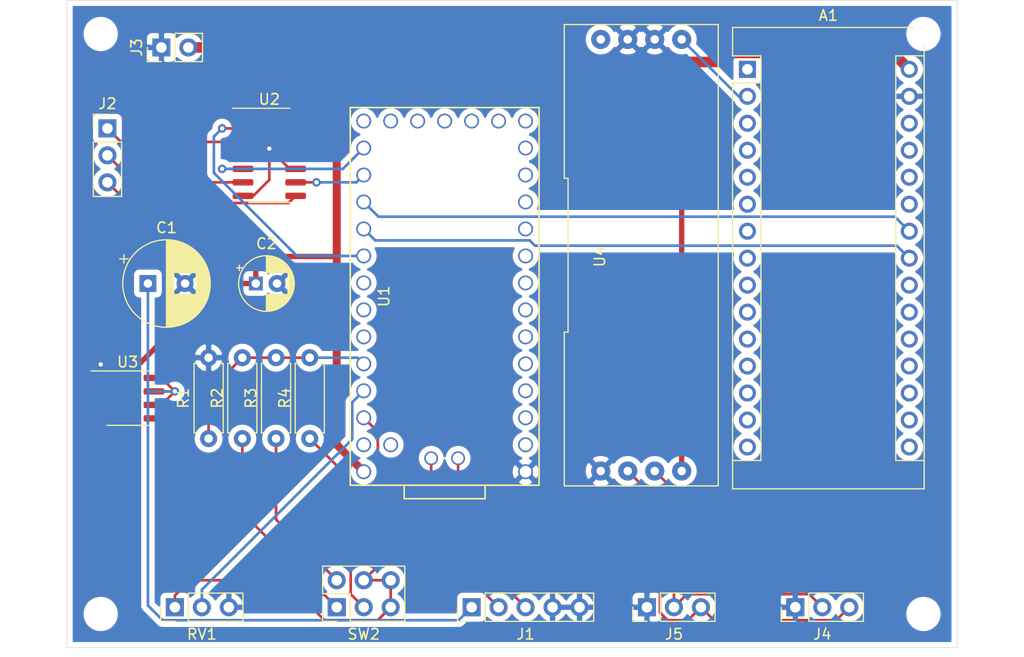
<source format=kicad_pcb>
(kicad_pcb (version 20171130) (host pcbnew 5.1.10)

  (general
    (thickness 1.6)
    (drawings 4)
    (tracks 120)
    (zones 0)
    (modules 22)
    (nets 77)
  )

  (page A4)
  (layers
    (0 F.Cu signal)
    (31 B.Cu signal)
    (32 B.Adhes user)
    (33 F.Adhes user)
    (34 B.Paste user)
    (35 F.Paste user)
    (36 B.SilkS user)
    (37 F.SilkS user)
    (38 B.Mask user)
    (39 F.Mask user)
    (40 Dwgs.User user)
    (41 Cmts.User user)
    (42 Eco1.User user)
    (43 Eco2.User user)
    (44 Edge.Cuts user)
    (45 Margin user)
    (46 B.CrtYd user)
    (47 F.CrtYd user)
    (48 B.Fab user)
    (49 F.Fab user)
  )

  (setup
    (last_trace_width 0.25)
    (trace_clearance 0.25)
    (zone_clearance 0.508)
    (zone_45_only no)
    (trace_min 0.2)
    (via_size 0.8)
    (via_drill 0.4)
    (via_min_size 0.4)
    (via_min_drill 0.3)
    (uvia_size 0.3)
    (uvia_drill 0.1)
    (uvias_allowed no)
    (uvia_min_size 0.2)
    (uvia_min_drill 0.1)
    (edge_width 0.05)
    (segment_width 0.2)
    (pcb_text_width 0.3)
    (pcb_text_size 1.5 1.5)
    (mod_edge_width 0.12)
    (mod_text_size 1 1)
    (mod_text_width 0.15)
    (pad_size 1.3 1.3)
    (pad_drill 0.8)
    (pad_to_mask_clearance 0)
    (aux_axis_origin 0 0)
    (visible_elements FFFFFF7F)
    (pcbplotparams
      (layerselection 0x010f0_ffffffff)
      (usegerberextensions false)
      (usegerberattributes true)
      (usegerberadvancedattributes true)
      (creategerberjobfile true)
      (excludeedgelayer true)
      (linewidth 0.100000)
      (plotframeref false)
      (viasonmask false)
      (mode 1)
      (useauxorigin false)
      (hpglpennumber 1)
      (hpglpenspeed 20)
      (hpglpendiameter 15.000000)
      (psnegative false)
      (psa4output false)
      (plotreference true)
      (plotvalue true)
      (plotinvisibletext false)
      (padsonsilk false)
      (subtractmaskfromsilk false)
      (outputformat 1)
      (mirror false)
      (drillshape 0)
      (scaleselection 1)
      (outputdirectory "./plots"))
  )

  (net 0 "")
  (net 1 "Net-(U1-Pad13)")
  (net 2 "Net-(U1-Pad34)")
  (net 3 "Net-(U1-Pad28)")
  (net 4 "Net-(U1-Pad27)")
  (net 5 "Net-(U1-Pad26)")
  (net 6 "Net-(U1-Pad25)")
  (net 7 "Net-(U1-Pad22)")
  (net 8 "Net-(U1-Pad21)")
  (net 9 "Net-(U1-Pad20)")
  (net 10 "Net-(U1-Pad19)")
  (net 11 "Net-(U1-Pad18)")
  (net 12 "Net-(U1-Pad17)")
  (net 13 "Net-(U1-Pad16)")
  (net 14 "Net-(U1-Pad15)")
  (net 15 "Net-(U1-Pad14)")
  (net 16 "Net-(U1-Pad12)")
  (net 17 "Net-(U1-Pad11)")
  (net 18 "Net-(U1-Pad10)")
  (net 19 "Net-(U1-Pad9)")
  (net 20 "Net-(U1-Pad8)")
  (net 21 "Net-(U1-Pad7)")
  (net 22 "Net-(U1-Pad6)")
  (net 23 "Net-(U1-Pad5)")
  (net 24 "Net-(U1-Pad4)")
  (net 25 "Net-(U1-Pad3)")
  (net 26 "Net-(U1-Pad2)")
  (net 27 "Net-(A1-Pad16)")
  (net 28 "Net-(A1-Pad15)")
  (net 29 +5V)
  (net 30 "Net-(A1-Pad14)")
  (net 31 GND)
  (net 32 "Net-(A1-Pad13)")
  (net 33 "Net-(A1-Pad28)")
  (net 34 "Net-(A1-Pad12)")
  (net 35 "Net-(A1-Pad27)")
  (net 36 "Net-(A1-Pad11)")
  (net 37 "Net-(A1-Pad26)")
  (net 38 "Net-(A1-Pad10)")
  (net 39 "Net-(A1-Pad25)")
  (net 40 "Net-(A1-Pad9)")
  (net 41 "Net-(A1-Pad24)")
  (net 42 "Net-(A1-Pad8)")
  (net 43 "Net-(A1-Pad23)")
  (net 44 "Net-(A1-Pad7)")
  (net 45 "Net-(A1-Pad22)")
  (net 46 "Net-(A1-Pad6)")
  (net 47 "Net-(A1-Pad21)")
  (net 48 "Net-(A1-Pad5)")
  (net 49 "Net-(A1-Pad20)")
  (net 50 "Net-(A1-Pad4)")
  (net 51 "Net-(A1-Pad19)")
  (net 52 "Net-(A1-Pad3)")
  (net 53 "Net-(A1-Pad18)")
  (net 54 "Net-(A1-Pad2)")
  (net 55 "Net-(A1-Pad17)")
  (net 56 "Net-(A1-Pad1)")
  (net 57 "Net-(C1-Pad1)")
  (net 58 "Net-(J1-Pad3)")
  (net 59 "Net-(J1-Pad2)")
  (net 60 "Net-(J2-Pad3)")
  (net 61 "Net-(J2-Pad2)")
  (net 62 "Net-(J2-Pad1)")
  (net 63 "Net-(J4-Pad3)")
  (net 64 "Net-(J4-Pad2)")
  (net 65 "Net-(R1-Pad1)")
  (net 66 "Net-(R2-Pad1)")
  (net 67 "Net-(R3-Pad1)")
  (net 68 "Net-(R4-Pad1)")
  (net 69 "Net-(U2-Pad13)")
  (net 70 "Net-(U2-Pad12)")
  (net 71 "Net-(U2-Pad11)")
  (net 72 "Net-(U3-Pad5)")
  (net 73 "Net-(U4-Pad8)")
  (net 74 "Net-(RV1-Pad2)")
  (net 75 "Net-(RV1-Pad1)")
  (net 76 "Net-(U1-Pad32)")

  (net_class Default "This is the default net class."
    (clearance 0.25)
    (trace_width 0.25)
    (via_dia 0.8)
    (via_drill 0.4)
    (uvia_dia 0.3)
    (uvia_drill 0.1)
    (add_net GND)
    (add_net "Net-(A1-Pad1)")
    (add_net "Net-(A1-Pad10)")
    (add_net "Net-(A1-Pad11)")
    (add_net "Net-(A1-Pad12)")
    (add_net "Net-(A1-Pad13)")
    (add_net "Net-(A1-Pad14)")
    (add_net "Net-(A1-Pad15)")
    (add_net "Net-(A1-Pad16)")
    (add_net "Net-(A1-Pad17)")
    (add_net "Net-(A1-Pad18)")
    (add_net "Net-(A1-Pad19)")
    (add_net "Net-(A1-Pad2)")
    (add_net "Net-(A1-Pad20)")
    (add_net "Net-(A1-Pad21)")
    (add_net "Net-(A1-Pad22)")
    (add_net "Net-(A1-Pad23)")
    (add_net "Net-(A1-Pad24)")
    (add_net "Net-(A1-Pad25)")
    (add_net "Net-(A1-Pad26)")
    (add_net "Net-(A1-Pad27)")
    (add_net "Net-(A1-Pad28)")
    (add_net "Net-(A1-Pad3)")
    (add_net "Net-(A1-Pad4)")
    (add_net "Net-(A1-Pad5)")
    (add_net "Net-(A1-Pad6)")
    (add_net "Net-(A1-Pad7)")
    (add_net "Net-(A1-Pad8)")
    (add_net "Net-(A1-Pad9)")
    (add_net "Net-(C1-Pad1)")
    (add_net "Net-(J1-Pad2)")
    (add_net "Net-(J1-Pad3)")
    (add_net "Net-(J2-Pad1)")
    (add_net "Net-(J2-Pad2)")
    (add_net "Net-(J2-Pad3)")
    (add_net "Net-(J4-Pad2)")
    (add_net "Net-(J4-Pad3)")
    (add_net "Net-(R1-Pad1)")
    (add_net "Net-(R2-Pad1)")
    (add_net "Net-(R3-Pad1)")
    (add_net "Net-(R4-Pad1)")
    (add_net "Net-(RV1-Pad1)")
    (add_net "Net-(RV1-Pad2)")
    (add_net "Net-(U1-Pad10)")
    (add_net "Net-(U1-Pad11)")
    (add_net "Net-(U1-Pad12)")
    (add_net "Net-(U1-Pad13)")
    (add_net "Net-(U1-Pad14)")
    (add_net "Net-(U1-Pad15)")
    (add_net "Net-(U1-Pad16)")
    (add_net "Net-(U1-Pad17)")
    (add_net "Net-(U1-Pad18)")
    (add_net "Net-(U1-Pad19)")
    (add_net "Net-(U1-Pad2)")
    (add_net "Net-(U1-Pad20)")
    (add_net "Net-(U1-Pad21)")
    (add_net "Net-(U1-Pad22)")
    (add_net "Net-(U1-Pad25)")
    (add_net "Net-(U1-Pad26)")
    (add_net "Net-(U1-Pad27)")
    (add_net "Net-(U1-Pad28)")
    (add_net "Net-(U1-Pad3)")
    (add_net "Net-(U1-Pad32)")
    (add_net "Net-(U1-Pad34)")
    (add_net "Net-(U1-Pad4)")
    (add_net "Net-(U1-Pad5)")
    (add_net "Net-(U1-Pad6)")
    (add_net "Net-(U1-Pad7)")
    (add_net "Net-(U1-Pad8)")
    (add_net "Net-(U1-Pad9)")
    (add_net "Net-(U2-Pad11)")
    (add_net "Net-(U2-Pad12)")
    (add_net "Net-(U2-Pad13)")
    (add_net "Net-(U3-Pad5)")
    (add_net "Net-(U4-Pad8)")
  )

  (net_class Power ""
    (clearance 0.25)
    (trace_width 0.5)
    (via_dia 0.8)
    (via_drill 0.4)
    (uvia_dia 0.3)
    (uvia_drill 0.1)
    (add_net +5V)
  )

  (module MountingHole:MountingHole_2.2mm_M2 (layer F.Cu) (tedit 56D1B4CB) (tstamp 60F63040)
    (at 127.635 26.035)
    (descr "Mounting Hole 2.2mm, no annular, M2")
    (tags "mounting hole 2.2mm no annular m2")
    (attr virtual)
    (fp_text reference REF** (at 0 -3.2) (layer F.SilkS) hide
      (effects (font (size 1 1) (thickness 0.15)))
    )
    (fp_text value MountingHole_2.2mm_M2 (at 0 3.2) (layer F.Fab)
      (effects (font (size 1 1) (thickness 0.15)))
    )
    (fp_circle (center 0 0) (end 2.2 0) (layer Cmts.User) (width 0.15))
    (fp_circle (center 0 0) (end 2.45 0) (layer F.CrtYd) (width 0.05))
    (fp_text user %R (at 0.3 0) (layer F.Fab)
      (effects (font (size 1 1) (thickness 0.15)))
    )
    (pad 1 np_thru_hole circle (at 0 0) (size 2.2 2.2) (drill 2.2) (layers *.Cu *.Mask))
  )

  (module MountingHole:MountingHole_2.2mm_M2 (layer F.Cu) (tedit 56D1B4CB) (tstamp 60F63040)
    (at 127.635 80.645)
    (descr "Mounting Hole 2.2mm, no annular, M2")
    (tags "mounting hole 2.2mm no annular m2")
    (attr virtual)
    (fp_text reference REF** (at 0 -3.2) (layer F.SilkS) hide
      (effects (font (size 1 1) (thickness 0.15)))
    )
    (fp_text value MountingHole_2.2mm_M2 (at 0 3.2) (layer F.Fab)
      (effects (font (size 1 1) (thickness 0.15)))
    )
    (fp_circle (center 0 0) (end 2.2 0) (layer Cmts.User) (width 0.15))
    (fp_circle (center 0 0) (end 2.45 0) (layer F.CrtYd) (width 0.05))
    (fp_text user %R (at 0.3 0) (layer F.Fab)
      (effects (font (size 1 1) (thickness 0.15)))
    )
    (pad 1 np_thru_hole circle (at 0 0) (size 2.2 2.2) (drill 2.2) (layers *.Cu *.Mask))
  )

  (module MountingHole:MountingHole_2.2mm_M2 (layer F.Cu) (tedit 56D1B4CB) (tstamp 60F63028)
    (at 205.105 80.645)
    (descr "Mounting Hole 2.2mm, no annular, M2")
    (tags "mounting hole 2.2mm no annular m2")
    (attr virtual)
    (fp_text reference REF** (at 0 -3.2) (layer F.SilkS) hide
      (effects (font (size 1 1) (thickness 0.15)))
    )
    (fp_text value MountingHole_2.2mm_M2 (at 0 3.2) (layer F.Fab)
      (effects (font (size 1 1) (thickness 0.15)))
    )
    (fp_circle (center 0 0) (end 2.2 0) (layer Cmts.User) (width 0.15))
    (fp_circle (center 0 0) (end 2.45 0) (layer F.CrtYd) (width 0.05))
    (fp_text user %R (at 0.3 0) (layer F.Fab)
      (effects (font (size 1 1) (thickness 0.15)))
    )
    (pad 1 np_thru_hole circle (at 0 0) (size 2.2 2.2) (drill 2.2) (layers *.Cu *.Mask))
  )

  (module MountingHole:MountingHole_2.2mm_M2 (layer F.Cu) (tedit 56D1B4CB) (tstamp 60F6301C)
    (at 205.105 26.035)
    (descr "Mounting Hole 2.2mm, no annular, M2")
    (tags "mounting hole 2.2mm no annular m2")
    (attr virtual)
    (fp_text reference REF** (at 0 -3.2) (layer F.SilkS) hide
      (effects (font (size 1 1) (thickness 0.15)))
    )
    (fp_text value MountingHole_2.2mm_M2 (at 0 3.2) (layer F.Fab)
      (effects (font (size 1 1) (thickness 0.15)))
    )
    (fp_circle (center 0 0) (end 2.2 0) (layer Cmts.User) (width 0.15))
    (fp_circle (center 0 0) (end 2.45 0) (layer F.CrtYd) (width 0.05))
    (fp_text user %R (at 0.3 0) (layer F.Fab)
      (effects (font (size 1 1) (thickness 0.15)))
    )
    (pad 1 np_thru_hole circle (at 0 0) (size 2.2 2.2) (drill 2.2) (layers *.Cu *.Mask))
  )

  (module teensy:Teensy40_SMT (layer F.Cu) (tedit 60F431ED) (tstamp 60EE148A)
    (at 160.02 50.7434 90)
    (path /609AD70D)
    (fp_text reference U1 (at 0 -5.715 90) (layer F.SilkS)
      (effects (font (size 1 1) (thickness 0.15)))
    )
    (fp_text value Teensy4.0 (at 0 10.16 90) (layer F.Fab)
      (effects (font (size 1 1) (thickness 0.15)))
    )
    (fp_line (start 16.51 -8.6) (end 16.51 8.6) (layer Dwgs.User) (width 0.12))
    (fp_poly (pts (xy -17.272 -0.762) (xy -14.732 -0.762) (xy -14.732 -1.778) (xy -17.272 -1.778)) (layer Eco1.User) (width 0.1))
    (fp_poly (pts (xy -17.272 1.778) (xy -14.732 1.778) (xy -14.732 0.762) (xy -17.272 0.762)) (layer Eco1.User) (width 0.1))
    (fp_line (start 13.97 8.6) (end 13.97 -8.6) (layer Dwgs.User) (width 0.12))
    (fp_line (start 16.51 8.6) (end 13.97 8.6) (layer Dwgs.User) (width 0.12))
    (fp_line (start 13.97 -8.6) (end 16.51 -8.6) (layer Dwgs.User) (width 0.12))
    (fp_line (start 11.43 -8.6) (end 8.89 -8.6) (layer Dwgs.User) (width 0.12))
    (fp_line (start 11.43 8.6) (end 11.43 -8.6) (layer Dwgs.User) (width 0.12))
    (fp_line (start 8.89 8.6) (end 11.43 8.6) (layer Dwgs.User) (width 0.12))
    (fp_line (start 8.89 -8.6) (end 8.89 8.6) (layer Dwgs.User) (width 0.12))
    (fp_line (start 7 -7.64) (end 7 7.6) (layer Dwgs.User) (width 0.12))
    (fp_line (start -9.39 -7.62) (end 7 -7.6) (layer Dwgs.User) (width 0.12))
    (fp_line (start -9.39 7.62) (end 7 7.62) (layer Dwgs.User) (width 0.12))
    (fp_line (start -9.39 -7.62) (end -9.39 7.62) (layer Dwgs.User) (width 0.12))
    (fp_line (start -17.78 -7.62) (end -17.78 7.62) (layer Dwgs.User) (width 0.12))
    (fp_line (start -17.78 7.62) (end -15.24 7.62) (layer Dwgs.User) (width 0.12))
    (fp_line (start -17.78 -7.62) (end -15.24 -7.62) (layer Dwgs.User) (width 0.12))
    (fp_line (start -15.24 -7.62) (end -15.24 7.62) (layer Dwgs.User) (width 0.15))
    (fp_line (start -19.05 3.81) (end -17.78 3.81) (layer F.SilkS) (width 0.15))
    (fp_line (start -19.05 -3.81) (end -19.05 3.81) (layer F.SilkS) (width 0.15))
    (fp_line (start -17.78 -3.81) (end -19.05 -3.81) (layer F.SilkS) (width 0.15))
    (fp_line (start 17.78 -8.89) (end -17.78 -8.89) (layer F.SilkS) (width 0.15))
    (fp_line (start 17.78 8.89) (end 17.78 -8.89) (layer F.SilkS) (width 0.15))
    (fp_line (start -17.78 8.89) (end 17.78 8.89) (layer F.SilkS) (width 0.15))
    (fp_line (start -17.78 -8.89) (end -17.78 8.89) (layer F.SilkS) (width 0.15))
    (pad 13 thru_hole circle (at 13.97 7.62 90) (size 1.404 1.404) (drill 1.1) (layers *.Cu *.Mask)
      (net 1 "Net-(U1-Pad13)"))
    (pad 33 thru_hole circle (at -16.51 -7.62 90) (size 1.404 1.404) (drill 1.1) (layers *.Cu *.Mask)
      (net 29 +5V))
    (pad 34 thru_hole circle (at -13.97 -5.08 90) (size 1.404 1.404) (drill 1.1) (layers *.Cu *.Mask)
      (net 2 "Net-(U1-Pad34)"))
    (pad 32 thru_hole circle (at -13.97 -7.62 90) (size 1.404 1.404) (drill 1.1) (layers *.Cu *.Mask)
      (net 76 "Net-(U1-Pad32)"))
    (pad 31 thru_hole circle (at -11.43 -7.62 90) (size 1.404 1.404) (drill 1.1) (layers *.Cu *.Mask)
      (net 75 "Net-(RV1-Pad1)"))
    (pad 30 thru_hole circle (at -8.89 -7.62 90) (size 1.404 1.404) (drill 1.1) (layers *.Cu *.Mask)
      (net 74 "Net-(RV1-Pad2)"))
    (pad 29 thru_hole circle (at -6.35 -7.62 90) (size 1.404 1.404) (drill 1.1) (layers *.Cu *.Mask)
      (net 65 "Net-(R1-Pad1)"))
    (pad 28 thru_hole circle (at -3.81 -7.62 90) (size 1.404 1.404) (drill 1.1) (layers *.Cu *.Mask)
      (net 3 "Net-(U1-Pad28)"))
    (pad 27 thru_hole circle (at -1.27 -7.62 90) (size 1.404 1.404) (drill 1.1) (layers *.Cu *.Mask)
      (net 4 "Net-(U1-Pad27)"))
    (pad 26 thru_hole circle (at 1.27 -7.62 90) (size 1.404 1.404) (drill 1.1) (layers *.Cu *.Mask)
      (net 5 "Net-(U1-Pad26)"))
    (pad 25 thru_hole circle (at 3.81 -7.62 90) (size 1.404 1.404) (drill 1.1) (layers *.Cu *.Mask)
      (net 6 "Net-(U1-Pad25)"))
    (pad 24 thru_hole circle (at 6.35 -7.62 90) (size 1.404 1.404) (drill 1.1) (layers *.Cu *.Mask)
      (net 43 "Net-(A1-Pad23)"))
    (pad 23 thru_hole circle (at 8.89 -7.62 90) (size 1.404 1.404) (drill 1.1) (layers *.Cu *.Mask)
      (net 41 "Net-(A1-Pad24)"))
    (pad 22 thru_hole circle (at 11.43 -7.62 90) (size 1.404 1.404) (drill 1.1) (layers *.Cu *.Mask)
      (net 7 "Net-(U1-Pad22)"))
    (pad 21 thru_hole circle (at 13.97 -7.62 90) (size 1.404 1.404) (drill 1.1) (layers *.Cu *.Mask)
      (net 8 "Net-(U1-Pad21)"))
    (pad 20 thru_hole circle (at 16.51 -7.62 90) (size 1.404 1.404) (drill 1.1) (layers *.Cu *.Mask)
      (net 9 "Net-(U1-Pad20)"))
    (pad 19 thru_hole circle (at 16.51 -5.08 90) (size 1.404 1.404) (drill 1.1) (layers *.Cu *.Mask)
      (net 10 "Net-(U1-Pad19)"))
    (pad 18 thru_hole circle (at 16.51 -2.54 90) (size 1.404 1.404) (drill 1.1) (layers *.Cu *.Mask)
      (net 11 "Net-(U1-Pad18)"))
    (pad 17 thru_hole circle (at 16.51 0 90) (size 1.404 1.404) (drill 1.1) (layers *.Cu *.Mask)
      (net 12 "Net-(U1-Pad17)"))
    (pad 16 thru_hole circle (at 16.51 2.54 90) (size 1.404 1.404) (drill 1.1) (layers *.Cu *.Mask)
      (net 13 "Net-(U1-Pad16)"))
    (pad 15 thru_hole circle (at 16.51 5.08 90) (size 1.404 1.404) (drill 1.1) (layers *.Cu *.Mask)
      (net 14 "Net-(U1-Pad15)"))
    (pad 14 thru_hole circle (at 16.51 7.62 90) (size 1.404 1.404) (drill 1.1) (layers *.Cu *.Mask)
      (net 15 "Net-(U1-Pad14)"))
    (pad 12 thru_hole circle (at 11.43 7.62 90) (size 1.404 1.404) (drill 1.1) (layers *.Cu *.Mask)
      (net 16 "Net-(U1-Pad12)"))
    (pad 11 thru_hole circle (at 8.89 7.62 90) (size 1.404 1.404) (drill 1.1) (layers *.Cu *.Mask)
      (net 17 "Net-(U1-Pad11)"))
    (pad 10 thru_hole circle (at 6.35 7.62 90) (size 1.404 1.404) (drill 1.1) (layers *.Cu *.Mask)
      (net 18 "Net-(U1-Pad10)"))
    (pad 9 thru_hole circle (at 3.81 7.62 90) (size 1.404 1.404) (drill 1.1) (layers *.Cu *.Mask)
      (net 19 "Net-(U1-Pad9)"))
    (pad 8 thru_hole circle (at 1.27 7.62 90) (size 1.404 1.404) (drill 1.1) (layers *.Cu *.Mask)
      (net 20 "Net-(U1-Pad8)"))
    (pad 7 thru_hole circle (at -1.27 7.62 90) (size 1.404 1.404) (drill 1.1) (layers *.Cu *.Mask)
      (net 21 "Net-(U1-Pad7)"))
    (pad 6 thru_hole circle (at -3.81 7.62 90) (size 1.404 1.404) (drill 1.1) (layers *.Cu *.Mask)
      (net 22 "Net-(U1-Pad6)"))
    (pad 5 thru_hole circle (at -6.35 7.62 90) (size 1.404 1.404) (drill 1.1) (layers *.Cu *.Mask)
      (net 23 "Net-(U1-Pad5)"))
    (pad 4 thru_hole circle (at -8.89 7.62 90) (size 1.404 1.404) (drill 1.1) (layers *.Cu *.Mask)
      (net 24 "Net-(U1-Pad4)"))
    (pad 3 thru_hole circle (at -11.43 7.62 90) (size 1.404 1.404) (drill 1.1) (layers *.Cu *.Mask)
      (net 25 "Net-(U1-Pad3)"))
    (pad 54 thru_hole circle (at -15.24 1.27 90) (size 1.304 1.304) (drill 1) (layers *.Cu *.Mask)
      (net 58 "Net-(J1-Pad3)"))
    (pad 53 thru_hole circle (at -15.24 -1.27 90) (size 1.304 1.304) (drill 1) (layers *.Cu *.Mask)
      (net 59 "Net-(J1-Pad2)"))
    (pad 2 thru_hole circle (at -13.97 7.62 90) (size 1.404 1.404) (drill 1.1) (layers *.Cu *.Mask)
      (net 26 "Net-(U1-Pad2)"))
    (pad 1 thru_hole circle (at -16.51 7.62 90) (size 1.404 1.404) (drill 1.1) (layers *.Cu *.Mask)
      (net 31 GND))
    (model ${KICAD_USER_DIR}/teensy.pretty/Teensy_4.0_Assembly.STEP
      (offset (xyz 33 9.5 -11))
      (scale (xyz 1 1 1))
      (rotate (xyz -90 0 0))
    )
  )

  (module Resistor_THT:R_Axial_DIN0207_L6.3mm_D2.5mm_P7.62mm_Horizontal (layer F.Cu) (tedit 5AE5139B) (tstamp 60EDD617)
    (at 147.32 64.135 90)
    (descr "Resistor, Axial_DIN0207 series, Axial, Horizontal, pin pitch=7.62mm, 0.25W = 1/4W, length*diameter=6.3*2.5mm^2, http://cdn-reichelt.de/documents/datenblatt/B400/1_4W%23YAG.pdf")
    (tags "Resistor Axial_DIN0207 series Axial Horizontal pin pitch 7.62mm 0.25W = 1/4W length 6.3mm diameter 2.5mm")
    (path /60F6CEE5)
    (fp_text reference R4 (at 3.81 -2.37 90) (layer F.SilkS)
      (effects (font (size 1 1) (thickness 0.15)))
    )
    (fp_text value 20kOhm (at 3.81 0.635 90) (layer F.Fab)
      (effects (font (size 1 1) (thickness 0.15)))
    )
    (fp_line (start 0.66 -1.25) (end 0.66 1.25) (layer F.Fab) (width 0.1))
    (fp_line (start 0.66 1.25) (end 6.96 1.25) (layer F.Fab) (width 0.1))
    (fp_line (start 6.96 1.25) (end 6.96 -1.25) (layer F.Fab) (width 0.1))
    (fp_line (start 6.96 -1.25) (end 0.66 -1.25) (layer F.Fab) (width 0.1))
    (fp_line (start 0 0) (end 0.66 0) (layer F.Fab) (width 0.1))
    (fp_line (start 7.62 0) (end 6.96 0) (layer F.Fab) (width 0.1))
    (fp_line (start 0.54 -1.04) (end 0.54 -1.37) (layer F.SilkS) (width 0.12))
    (fp_line (start 0.54 -1.37) (end 7.08 -1.37) (layer F.SilkS) (width 0.12))
    (fp_line (start 7.08 -1.37) (end 7.08 -1.04) (layer F.SilkS) (width 0.12))
    (fp_line (start 0.54 1.04) (end 0.54 1.37) (layer F.SilkS) (width 0.12))
    (fp_line (start 0.54 1.37) (end 7.08 1.37) (layer F.SilkS) (width 0.12))
    (fp_line (start 7.08 1.37) (end 7.08 1.04) (layer F.SilkS) (width 0.12))
    (fp_line (start -1.05 -1.5) (end -1.05 1.5) (layer F.CrtYd) (width 0.05))
    (fp_line (start -1.05 1.5) (end 8.67 1.5) (layer F.CrtYd) (width 0.05))
    (fp_line (start 8.67 1.5) (end 8.67 -1.5) (layer F.CrtYd) (width 0.05))
    (fp_line (start 8.67 -1.5) (end -1.05 -1.5) (layer F.CrtYd) (width 0.05))
    (fp_text user %R (at 3.81 -0.635 90) (layer F.Fab)
      (effects (font (size 1 1) (thickness 0.15)))
    )
    (pad 2 thru_hole oval (at 7.62 0 90) (size 1.6 1.6) (drill 0.8) (layers *.Cu *.Mask)
      (net 65 "Net-(R1-Pad1)"))
    (pad 1 thru_hole circle (at 0 0 90) (size 1.6 1.6) (drill 0.8) (layers *.Cu *.Mask)
      (net 68 "Net-(R4-Pad1)"))
    (model ${KISYS3DMOD}/Resistor_THT.3dshapes/R_Axial_DIN0207_L6.3mm_D2.5mm_P7.62mm_Horizontal.wrl
      (at (xyz 0 0 0))
      (scale (xyz 1 1 1))
      (rotate (xyz 0 0 0))
    )
  )

  (module Resistor_THT:R_Axial_DIN0207_L6.3mm_D2.5mm_P7.62mm_Horizontal (layer F.Cu) (tedit 5AE5139B) (tstamp 60EDD608)
    (at 144.145 64.135 90)
    (descr "Resistor, Axial_DIN0207 series, Axial, Horizontal, pin pitch=7.62mm, 0.25W = 1/4W, length*diameter=6.3*2.5mm^2, http://cdn-reichelt.de/documents/datenblatt/B400/1_4W%23YAG.pdf")
    (tags "Resistor Axial_DIN0207 series Axial Horizontal pin pitch 7.62mm 0.25W = 1/4W length 6.3mm diameter 2.5mm")
    (path /60F6D68C)
    (fp_text reference R3 (at 3.81 -2.37 90) (layer F.SilkS)
      (effects (font (size 1 1) (thickness 0.15)))
    )
    (fp_text value 40kOhm (at 3.81 0.635 90) (layer F.Fab)
      (effects (font (size 1 1) (thickness 0.15)))
    )
    (fp_line (start 0.66 -1.25) (end 0.66 1.25) (layer F.Fab) (width 0.1))
    (fp_line (start 0.66 1.25) (end 6.96 1.25) (layer F.Fab) (width 0.1))
    (fp_line (start 6.96 1.25) (end 6.96 -1.25) (layer F.Fab) (width 0.1))
    (fp_line (start 6.96 -1.25) (end 0.66 -1.25) (layer F.Fab) (width 0.1))
    (fp_line (start 0 0) (end 0.66 0) (layer F.Fab) (width 0.1))
    (fp_line (start 7.62 0) (end 6.96 0) (layer F.Fab) (width 0.1))
    (fp_line (start 0.54 -1.04) (end 0.54 -1.37) (layer F.SilkS) (width 0.12))
    (fp_line (start 0.54 -1.37) (end 7.08 -1.37) (layer F.SilkS) (width 0.12))
    (fp_line (start 7.08 -1.37) (end 7.08 -1.04) (layer F.SilkS) (width 0.12))
    (fp_line (start 0.54 1.04) (end 0.54 1.37) (layer F.SilkS) (width 0.12))
    (fp_line (start 0.54 1.37) (end 7.08 1.37) (layer F.SilkS) (width 0.12))
    (fp_line (start 7.08 1.37) (end 7.08 1.04) (layer F.SilkS) (width 0.12))
    (fp_line (start -1.05 -1.5) (end -1.05 1.5) (layer F.CrtYd) (width 0.05))
    (fp_line (start -1.05 1.5) (end 8.67 1.5) (layer F.CrtYd) (width 0.05))
    (fp_line (start 8.67 1.5) (end 8.67 -1.5) (layer F.CrtYd) (width 0.05))
    (fp_line (start 8.67 -1.5) (end -1.05 -1.5) (layer F.CrtYd) (width 0.05))
    (fp_text user %R (at 3.81 -0.635 90) (layer F.Fab)
      (effects (font (size 1 1) (thickness 0.15)))
    )
    (pad 2 thru_hole oval (at 7.62 0 90) (size 1.6 1.6) (drill 0.8) (layers *.Cu *.Mask)
      (net 65 "Net-(R1-Pad1)"))
    (pad 1 thru_hole circle (at 0 0 90) (size 1.6 1.6) (drill 0.8) (layers *.Cu *.Mask)
      (net 67 "Net-(R3-Pad1)"))
    (model ${KISYS3DMOD}/Resistor_THT.3dshapes/R_Axial_DIN0207_L6.3mm_D2.5mm_P7.62mm_Horizontal.wrl
      (at (xyz 0 0 0))
      (scale (xyz 1 1 1))
      (rotate (xyz 0 0 0))
    )
  )

  (module Resistor_THT:R_Axial_DIN0207_L6.3mm_D2.5mm_P7.62mm_Horizontal (layer F.Cu) (tedit 5AE5139B) (tstamp 60EDD5F9)
    (at 140.97 64.135 90)
    (descr "Resistor, Axial_DIN0207 series, Axial, Horizontal, pin pitch=7.62mm, 0.25W = 1/4W, length*diameter=6.3*2.5mm^2, http://cdn-reichelt.de/documents/datenblatt/B400/1_4W%23YAG.pdf")
    (tags "Resistor Axial_DIN0207 series Axial Horizontal pin pitch 7.62mm 0.25W = 1/4W length 6.3mm diameter 2.5mm")
    (path /60F6DB7D)
    (fp_text reference R2 (at 3.81 -2.37 90) (layer F.SilkS)
      (effects (font (size 1 1) (thickness 0.15)))
    )
    (fp_text value 80kOhm (at 3.81 0.635 90) (layer F.Fab)
      (effects (font (size 1 1) (thickness 0.15)))
    )
    (fp_line (start 0.66 -1.25) (end 0.66 1.25) (layer F.Fab) (width 0.1))
    (fp_line (start 0.66 1.25) (end 6.96 1.25) (layer F.Fab) (width 0.1))
    (fp_line (start 6.96 1.25) (end 6.96 -1.25) (layer F.Fab) (width 0.1))
    (fp_line (start 6.96 -1.25) (end 0.66 -1.25) (layer F.Fab) (width 0.1))
    (fp_line (start 0 0) (end 0.66 0) (layer F.Fab) (width 0.1))
    (fp_line (start 7.62 0) (end 6.96 0) (layer F.Fab) (width 0.1))
    (fp_line (start 0.54 -1.04) (end 0.54 -1.37) (layer F.SilkS) (width 0.12))
    (fp_line (start 0.54 -1.37) (end 7.08 -1.37) (layer F.SilkS) (width 0.12))
    (fp_line (start 7.08 -1.37) (end 7.08 -1.04) (layer F.SilkS) (width 0.12))
    (fp_line (start 0.54 1.04) (end 0.54 1.37) (layer F.SilkS) (width 0.12))
    (fp_line (start 0.54 1.37) (end 7.08 1.37) (layer F.SilkS) (width 0.12))
    (fp_line (start 7.08 1.37) (end 7.08 1.04) (layer F.SilkS) (width 0.12))
    (fp_line (start -1.05 -1.5) (end -1.05 1.5) (layer F.CrtYd) (width 0.05))
    (fp_line (start -1.05 1.5) (end 8.67 1.5) (layer F.CrtYd) (width 0.05))
    (fp_line (start 8.67 1.5) (end 8.67 -1.5) (layer F.CrtYd) (width 0.05))
    (fp_line (start 8.67 -1.5) (end -1.05 -1.5) (layer F.CrtYd) (width 0.05))
    (fp_text user %R (at 3.81 -0.635 90) (layer F.Fab)
      (effects (font (size 1 1) (thickness 0.15)))
    )
    (pad 2 thru_hole oval (at 7.62 0 90) (size 1.6 1.6) (drill 0.8) (layers *.Cu *.Mask)
      (net 65 "Net-(R1-Pad1)"))
    (pad 1 thru_hole circle (at 0 0 90) (size 1.6 1.6) (drill 0.8) (layers *.Cu *.Mask)
      (net 66 "Net-(R2-Pad1)"))
    (model ${KISYS3DMOD}/Resistor_THT.3dshapes/R_Axial_DIN0207_L6.3mm_D2.5mm_P7.62mm_Horizontal.wrl
      (at (xyz 0 0 0))
      (scale (xyz 1 1 1))
      (rotate (xyz 0 0 0))
    )
  )

  (module Resistor_THT:R_Axial_DIN0207_L6.3mm_D2.5mm_P7.62mm_Horizontal (layer F.Cu) (tedit 5AE5139B) (tstamp 60EE0851)
    (at 137.795 64.135 90)
    (descr "Resistor, Axial_DIN0207 series, Axial, Horizontal, pin pitch=7.62mm, 0.25W = 1/4W, length*diameter=6.3*2.5mm^2, http://cdn-reichelt.de/documents/datenblatt/B400/1_4W%23YAG.pdf")
    (tags "Resistor Axial_DIN0207 series Axial Horizontal pin pitch 7.62mm 0.25W = 1/4W length 6.3mm diameter 2.5mm")
    (path /60F6C695)
    (fp_text reference R1 (at 3.81 -2.37 90) (layer F.SilkS)
      (effects (font (size 1 1) (thickness 0.15)))
    )
    (fp_text value 10kOhm (at 3.81 0.635 90) (layer F.Fab)
      (effects (font (size 1 1) (thickness 0.15)))
    )
    (fp_line (start 0.66 -1.25) (end 0.66 1.25) (layer F.Fab) (width 0.1))
    (fp_line (start 0.66 1.25) (end 6.96 1.25) (layer F.Fab) (width 0.1))
    (fp_line (start 6.96 1.25) (end 6.96 -1.25) (layer F.Fab) (width 0.1))
    (fp_line (start 6.96 -1.25) (end 0.66 -1.25) (layer F.Fab) (width 0.1))
    (fp_line (start 0 0) (end 0.66 0) (layer F.Fab) (width 0.1))
    (fp_line (start 7.62 0) (end 6.96 0) (layer F.Fab) (width 0.1))
    (fp_line (start 0.54 -1.04) (end 0.54 -1.37) (layer F.SilkS) (width 0.12))
    (fp_line (start 0.54 -1.37) (end 7.08 -1.37) (layer F.SilkS) (width 0.12))
    (fp_line (start 7.08 -1.37) (end 7.08 -1.04) (layer F.SilkS) (width 0.12))
    (fp_line (start 0.54 1.04) (end 0.54 1.37) (layer F.SilkS) (width 0.12))
    (fp_line (start 0.54 1.37) (end 7.08 1.37) (layer F.SilkS) (width 0.12))
    (fp_line (start 7.08 1.37) (end 7.08 1.04) (layer F.SilkS) (width 0.12))
    (fp_line (start -1.05 -1.5) (end -1.05 1.5) (layer F.CrtYd) (width 0.05))
    (fp_line (start -1.05 1.5) (end 8.67 1.5) (layer F.CrtYd) (width 0.05))
    (fp_line (start 8.67 1.5) (end 8.67 -1.5) (layer F.CrtYd) (width 0.05))
    (fp_line (start 8.67 -1.5) (end -1.05 -1.5) (layer F.CrtYd) (width 0.05))
    (fp_text user %R (at 3.81 -1.27 90) (layer F.Fab)
      (effects (font (size 1 1) (thickness 0.15)))
    )
    (pad 2 thru_hole oval (at 7.62 0 90) (size 1.6 1.6) (drill 0.8) (layers *.Cu *.Mask)
      (net 31 GND))
    (pad 1 thru_hole circle (at 0 0 90) (size 1.6 1.6) (drill 0.8) (layers *.Cu *.Mask)
      (net 65 "Net-(R1-Pad1)"))
    (model ${KISYS3DMOD}/Resistor_THT.3dshapes/R_Axial_DIN0207_L6.3mm_D2.5mm_P7.62mm_Horizontal.wrl
      (at (xyz 0 0 0))
      (scale (xyz 1 1 1))
      (rotate (xyz 0 0 0))
    )
  )

  (module Connector_PinHeader_2.54mm:PinHeader_2x03_P2.54mm_Vertical (layer F.Cu) (tedit 59FED5CC) (tstamp 60EDD6A0)
    (at 149.86 80.01 90)
    (descr "Through hole straight pin header, 2x03, 2.54mm pitch, double rows")
    (tags "Through hole pin header THT 2x03 2.54mm double row")
    (path /60A40211)
    (fp_text reference SW2 (at -2.54 2.54 180) (layer F.SilkS)
      (effects (font (size 1 1) (thickness 0.15)))
    )
    (fp_text value SW_DIP_MODE_SWITCH (at 5.08 2.54 180) (layer F.Fab)
      (effects (font (size 1 1) (thickness 0.15)))
    )
    (fp_line (start 0 -1.27) (end 3.81 -1.27) (layer F.Fab) (width 0.1))
    (fp_line (start 3.81 -1.27) (end 3.81 6.35) (layer F.Fab) (width 0.1))
    (fp_line (start 3.81 6.35) (end -1.27 6.35) (layer F.Fab) (width 0.1))
    (fp_line (start -1.27 6.35) (end -1.27 0) (layer F.Fab) (width 0.1))
    (fp_line (start -1.27 0) (end 0 -1.27) (layer F.Fab) (width 0.1))
    (fp_line (start -1.33 6.41) (end 3.87 6.41) (layer F.SilkS) (width 0.12))
    (fp_line (start -1.33 1.27) (end -1.33 6.41) (layer F.SilkS) (width 0.12))
    (fp_line (start 3.87 -1.33) (end 3.87 6.41) (layer F.SilkS) (width 0.12))
    (fp_line (start -1.33 1.27) (end 1.27 1.27) (layer F.SilkS) (width 0.12))
    (fp_line (start 1.27 1.27) (end 1.27 -1.33) (layer F.SilkS) (width 0.12))
    (fp_line (start 1.27 -1.33) (end 3.87 -1.33) (layer F.SilkS) (width 0.12))
    (fp_line (start -1.33 0) (end -1.33 -1.33) (layer F.SilkS) (width 0.12))
    (fp_line (start -1.33 -1.33) (end 0 -1.33) (layer F.SilkS) (width 0.12))
    (fp_line (start -1.8 -1.8) (end -1.8 6.85) (layer F.CrtYd) (width 0.05))
    (fp_line (start -1.8 6.85) (end 4.35 6.85) (layer F.CrtYd) (width 0.05))
    (fp_line (start 4.35 6.85) (end 4.35 -1.8) (layer F.CrtYd) (width 0.05))
    (fp_line (start 4.35 -1.8) (end -1.8 -1.8) (layer F.CrtYd) (width 0.05))
    (fp_text user %R (at 1.27 2.54) (layer F.Fab)
      (effects (font (size 1 1) (thickness 0.15)))
    )
    (pad 6 thru_hole oval (at 2.54 5.08 90) (size 1.7 1.7) (drill 1) (layers *.Cu *.Mask)
      (net 75 "Net-(RV1-Pad1)"))
    (pad 5 thru_hole oval (at 0 5.08 90) (size 1.7 1.7) (drill 1) (layers *.Cu *.Mask)
      (net 75 "Net-(RV1-Pad1)"))
    (pad 4 thru_hole oval (at 2.54 2.54 90) (size 1.7 1.7) (drill 1) (layers *.Cu *.Mask)
      (net 75 "Net-(RV1-Pad1)"))
    (pad 3 thru_hole oval (at 0 2.54 90) (size 1.7 1.7) (drill 1) (layers *.Cu *.Mask)
      (net 68 "Net-(R4-Pad1)"))
    (pad 2 thru_hole oval (at 2.54 0 90) (size 1.7 1.7) (drill 1) (layers *.Cu *.Mask)
      (net 67 "Net-(R3-Pad1)"))
    (pad 1 thru_hole rect (at 0 0 90) (size 1.7 1.7) (drill 1) (layers *.Cu *.Mask)
      (net 66 "Net-(R2-Pad1)"))
    (model ${KISYS3DMOD}/Connector_PinHeader_2.54mm.3dshapes/PinHeader_2x03_P2.54mm_Vertical.wrl
      (at (xyz 0 0 0))
      (scale (xyz 1 1 1))
      (rotate (xyz 0 0 0))
    )
  )

  (module Connector_PinHeader_2.54mm:PinHeader_1x03_P2.54mm_Vertical (layer F.Cu) (tedit 59FED5CC) (tstamp 60EDD657)
    (at 134.62 80.01 90)
    (descr "Through hole straight pin header, 1x03, 2.54mm pitch, single row")
    (tags "Through hole pin header THT 1x03 2.54mm single row")
    (path /60A10F76)
    (fp_text reference RV1 (at -2.54 2.54 180) (layer F.SilkS)
      (effects (font (size 1 1) (thickness 0.15)))
    )
    (fp_text value Potentiometer_Brightness (at 2.54 2.54 180) (layer F.Fab)
      (effects (font (size 1 1) (thickness 0.15)))
    )
    (fp_line (start -0.635 -1.27) (end 1.27 -1.27) (layer F.Fab) (width 0.1))
    (fp_line (start 1.27 -1.27) (end 1.27 6.35) (layer F.Fab) (width 0.1))
    (fp_line (start 1.27 6.35) (end -1.27 6.35) (layer F.Fab) (width 0.1))
    (fp_line (start -1.27 6.35) (end -1.27 -0.635) (layer F.Fab) (width 0.1))
    (fp_line (start -1.27 -0.635) (end -0.635 -1.27) (layer F.Fab) (width 0.1))
    (fp_line (start -1.33 6.41) (end 1.33 6.41) (layer F.SilkS) (width 0.12))
    (fp_line (start -1.33 1.27) (end -1.33 6.41) (layer F.SilkS) (width 0.12))
    (fp_line (start 1.33 1.27) (end 1.33 6.41) (layer F.SilkS) (width 0.12))
    (fp_line (start -1.33 1.27) (end 1.33 1.27) (layer F.SilkS) (width 0.12))
    (fp_line (start -1.33 0) (end -1.33 -1.33) (layer F.SilkS) (width 0.12))
    (fp_line (start -1.33 -1.33) (end 0 -1.33) (layer F.SilkS) (width 0.12))
    (fp_line (start -1.8 -1.8) (end -1.8 6.85) (layer F.CrtYd) (width 0.05))
    (fp_line (start -1.8 6.85) (end 1.8 6.85) (layer F.CrtYd) (width 0.05))
    (fp_line (start 1.8 6.85) (end 1.8 -1.8) (layer F.CrtYd) (width 0.05))
    (fp_line (start 1.8 -1.8) (end -1.8 -1.8) (layer F.CrtYd) (width 0.05))
    (fp_text user %R (at 0 2.54) (layer F.Fab)
      (effects (font (size 1 1) (thickness 0.15)))
    )
    (pad 3 thru_hole oval (at 0 5.08 90) (size 1.7 1.7) (drill 1) (layers *.Cu *.Mask)
      (net 31 GND))
    (pad 2 thru_hole oval (at 0 2.54 90) (size 1.7 1.7) (drill 1) (layers *.Cu *.Mask)
      (net 74 "Net-(RV1-Pad2)"))
    (pad 1 thru_hole rect (at 0 0 90) (size 1.7 1.7) (drill 1) (layers *.Cu *.Mask)
      (net 75 "Net-(RV1-Pad1)"))
    (model ${KISYS3DMOD}/Connector_PinHeader_2.54mm.3dshapes/PinHeader_1x03_P2.54mm_Vertical.wrl
      (at (xyz 0 0 0))
      (scale (xyz 1 1 1))
      (rotate (xyz 0 0 0))
    )
  )

  (module Connector_PinHeader_2.54mm:PinHeader_1x03_P2.54mm_Vertical (layer F.Cu) (tedit 59FED5CC) (tstamp 60EE0495)
    (at 179.07 80.01 90)
    (descr "Through hole straight pin header, 1x03, 2.54mm pitch, single row")
    (tags "Through hole pin header THT 1x03 2.54mm single row")
    (path /60A26E0A)
    (fp_text reference J5 (at -2.54 2.54 180) (layer F.SilkS)
      (effects (font (size 1 1) (thickness 0.15)))
    )
    (fp_text value DMX_OUTPUT (at 2.54 2.54 180) (layer F.Fab)
      (effects (font (size 1 1) (thickness 0.15)))
    )
    (fp_line (start -0.635 -1.27) (end 1.27 -1.27) (layer F.Fab) (width 0.1))
    (fp_line (start 1.27 -1.27) (end 1.27 6.35) (layer F.Fab) (width 0.1))
    (fp_line (start 1.27 6.35) (end -1.27 6.35) (layer F.Fab) (width 0.1))
    (fp_line (start -1.27 6.35) (end -1.27 -0.635) (layer F.Fab) (width 0.1))
    (fp_line (start -1.27 -0.635) (end -0.635 -1.27) (layer F.Fab) (width 0.1))
    (fp_line (start -1.33 6.41) (end 1.33 6.41) (layer F.SilkS) (width 0.12))
    (fp_line (start -1.33 1.27) (end -1.33 6.41) (layer F.SilkS) (width 0.12))
    (fp_line (start 1.33 1.27) (end 1.33 6.41) (layer F.SilkS) (width 0.12))
    (fp_line (start -1.33 1.27) (end 1.33 1.27) (layer F.SilkS) (width 0.12))
    (fp_line (start -1.33 0) (end -1.33 -1.33) (layer F.SilkS) (width 0.12))
    (fp_line (start -1.33 -1.33) (end 0 -1.33) (layer F.SilkS) (width 0.12))
    (fp_line (start -1.8 -1.8) (end -1.8 6.85) (layer F.CrtYd) (width 0.05))
    (fp_line (start -1.8 6.85) (end 1.8 6.85) (layer F.CrtYd) (width 0.05))
    (fp_line (start 1.8 6.85) (end 1.8 -1.8) (layer F.CrtYd) (width 0.05))
    (fp_line (start 1.8 -1.8) (end -1.8 -1.8) (layer F.CrtYd) (width 0.05))
    (fp_text user %R (at 0 2.54) (layer F.Fab)
      (effects (font (size 1 1) (thickness 0.15)))
    )
    (pad 3 thru_hole oval (at 0 5.08 90) (size 1.7 1.7) (drill 1) (layers *.Cu *.Mask)
      (net 63 "Net-(J4-Pad3)"))
    (pad 2 thru_hole oval (at 0 2.54 90) (size 1.7 1.7) (drill 1) (layers *.Cu *.Mask)
      (net 64 "Net-(J4-Pad2)"))
    (pad 1 thru_hole rect (at 0 0 90) (size 1.7 1.7) (drill 1) (layers *.Cu *.Mask)
      (net 31 GND))
    (model ${KISYS3DMOD}/Connector_PinHeader_2.54mm.3dshapes/PinHeader_1x03_P2.54mm_Vertical.wrl
      (at (xyz 0 0 0))
      (scale (xyz 1 1 1))
      (rotate (xyz 0 0 0))
    )
  )

  (module Connector_PinHeader_2.54mm:PinHeader_1x03_P2.54mm_Vertical (layer F.Cu) (tedit 59FED5CC) (tstamp 60EE058B)
    (at 193.04 80.01 90)
    (descr "Through hole straight pin header, 1x03, 2.54mm pitch, single row")
    (tags "Through hole pin header THT 1x03 2.54mm single row")
    (path /60A269BF)
    (fp_text reference J4 (at -2.54 2.54 180) (layer F.SilkS)
      (effects (font (size 1 1) (thickness 0.15)))
    )
    (fp_text value DMX_INPUT (at 2.54 2.54 180) (layer F.Fab)
      (effects (font (size 1 1) (thickness 0.15)))
    )
    (fp_line (start -0.635 -1.27) (end 1.27 -1.27) (layer F.Fab) (width 0.1))
    (fp_line (start 1.27 -1.27) (end 1.27 6.35) (layer F.Fab) (width 0.1))
    (fp_line (start 1.27 6.35) (end -1.27 6.35) (layer F.Fab) (width 0.1))
    (fp_line (start -1.27 6.35) (end -1.27 -0.635) (layer F.Fab) (width 0.1))
    (fp_line (start -1.27 -0.635) (end -0.635 -1.27) (layer F.Fab) (width 0.1))
    (fp_line (start -1.33 6.41) (end 1.33 6.41) (layer F.SilkS) (width 0.12))
    (fp_line (start -1.33 1.27) (end -1.33 6.41) (layer F.SilkS) (width 0.12))
    (fp_line (start 1.33 1.27) (end 1.33 6.41) (layer F.SilkS) (width 0.12))
    (fp_line (start -1.33 1.27) (end 1.33 1.27) (layer F.SilkS) (width 0.12))
    (fp_line (start -1.33 0) (end -1.33 -1.33) (layer F.SilkS) (width 0.12))
    (fp_line (start -1.33 -1.33) (end 0 -1.33) (layer F.SilkS) (width 0.12))
    (fp_line (start -1.8 -1.8) (end -1.8 6.85) (layer F.CrtYd) (width 0.05))
    (fp_line (start -1.8 6.85) (end 1.8 6.85) (layer F.CrtYd) (width 0.05))
    (fp_line (start 1.8 6.85) (end 1.8 -1.8) (layer F.CrtYd) (width 0.05))
    (fp_line (start 1.8 -1.8) (end -1.8 -1.8) (layer F.CrtYd) (width 0.05))
    (fp_text user %R (at 0 2.54) (layer F.Fab)
      (effects (font (size 1 1) (thickness 0.15)))
    )
    (pad 3 thru_hole oval (at 0 5.08 90) (size 1.7 1.7) (drill 1) (layers *.Cu *.Mask)
      (net 63 "Net-(J4-Pad3)"))
    (pad 2 thru_hole oval (at 0 2.54 90) (size 1.7 1.7) (drill 1) (layers *.Cu *.Mask)
      (net 64 "Net-(J4-Pad2)"))
    (pad 1 thru_hole rect (at 0 0 90) (size 1.7 1.7) (drill 1) (layers *.Cu *.Mask)
      (net 31 GND))
    (model ${KISYS3DMOD}/Connector_PinHeader_2.54mm.3dshapes/PinHeader_1x03_P2.54mm_Vertical.wrl
      (at (xyz 0 0 0))
      (scale (xyz 1 1 1))
      (rotate (xyz 0 0 0))
    )
  )

  (module Connector_PinHeader_2.54mm:PinHeader_1x02_P2.54mm_Vertical (layer F.Cu) (tedit 59FED5CC) (tstamp 60F60F6A)
    (at 133.35 27.305 90)
    (descr "Through hole straight pin header, 1x02, 2.54mm pitch, single row")
    (tags "Through hole pin header THT 1x02 2.54mm single row")
    (path /60A45C9C)
    (fp_text reference J3 (at 0 -2.33 90) (layer F.SilkS)
      (effects (font (size 1 1) (thickness 0.15)))
    )
    (fp_text value POWER_CONNECTOR (at -2.54 1.27 180) (layer F.Fab)
      (effects (font (size 1 1) (thickness 0.15)))
    )
    (fp_line (start -0.635 -1.27) (end 1.27 -1.27) (layer F.Fab) (width 0.1))
    (fp_line (start 1.27 -1.27) (end 1.27 3.81) (layer F.Fab) (width 0.1))
    (fp_line (start 1.27 3.81) (end -1.27 3.81) (layer F.Fab) (width 0.1))
    (fp_line (start -1.27 3.81) (end -1.27 -0.635) (layer F.Fab) (width 0.1))
    (fp_line (start -1.27 -0.635) (end -0.635 -1.27) (layer F.Fab) (width 0.1))
    (fp_line (start -1.33 3.87) (end 1.33 3.87) (layer F.SilkS) (width 0.12))
    (fp_line (start -1.33 1.27) (end -1.33 3.87) (layer F.SilkS) (width 0.12))
    (fp_line (start 1.33 1.27) (end 1.33 3.87) (layer F.SilkS) (width 0.12))
    (fp_line (start -1.33 1.27) (end 1.33 1.27) (layer F.SilkS) (width 0.12))
    (fp_line (start -1.33 0) (end -1.33 -1.33) (layer F.SilkS) (width 0.12))
    (fp_line (start -1.33 -1.33) (end 0 -1.33) (layer F.SilkS) (width 0.12))
    (fp_line (start -1.8 -1.8) (end -1.8 4.35) (layer F.CrtYd) (width 0.05))
    (fp_line (start -1.8 4.35) (end 1.8 4.35) (layer F.CrtYd) (width 0.05))
    (fp_line (start 1.8 4.35) (end 1.8 -1.8) (layer F.CrtYd) (width 0.05))
    (fp_line (start 1.8 -1.8) (end -1.8 -1.8) (layer F.CrtYd) (width 0.05))
    (fp_text user %R (at 0 1.27 180) (layer F.Fab)
      (effects (font (size 1 1) (thickness 0.15)))
    )
    (pad 2 thru_hole oval (at 0 2.54 90) (size 1.7 1.7) (drill 1) (layers *.Cu *.Mask)
      (net 29 +5V))
    (pad 1 thru_hole rect (at 0 0 90) (size 1.7 1.7) (drill 1) (layers *.Cu *.Mask)
      (net 31 GND))
    (model ${KISYS3DMOD}/Connector_PinHeader_2.54mm.3dshapes/PinHeader_1x02_P2.54mm_Vertical.wrl
      (at (xyz 0 0 0))
      (scale (xyz 1 1 1))
      (rotate (xyz 0 0 0))
    )
  )

  (module Connector_PinHeader_2.54mm:PinHeader_1x03_P2.54mm_Vertical (layer F.Cu) (tedit 59FED5CC) (tstamp 60EDD528)
    (at 128.27 34.925)
    (descr "Through hole straight pin header, 1x03, 2.54mm pitch, single row")
    (tags "Through hole pin header THT 1x03 2.54mm single row")
    (path /60A3D6CD)
    (fp_text reference J2 (at 0 -2.33) (layer F.SilkS)
      (effects (font (size 1 1) (thickness 0.15)))
    )
    (fp_text value LED_DATA (at 0 7.41) (layer F.Fab)
      (effects (font (size 1 1) (thickness 0.15)))
    )
    (fp_line (start -0.635 -1.27) (end 1.27 -1.27) (layer F.Fab) (width 0.1))
    (fp_line (start 1.27 -1.27) (end 1.27 6.35) (layer F.Fab) (width 0.1))
    (fp_line (start 1.27 6.35) (end -1.27 6.35) (layer F.Fab) (width 0.1))
    (fp_line (start -1.27 6.35) (end -1.27 -0.635) (layer F.Fab) (width 0.1))
    (fp_line (start -1.27 -0.635) (end -0.635 -1.27) (layer F.Fab) (width 0.1))
    (fp_line (start -1.33 6.41) (end 1.33 6.41) (layer F.SilkS) (width 0.12))
    (fp_line (start -1.33 1.27) (end -1.33 6.41) (layer F.SilkS) (width 0.12))
    (fp_line (start 1.33 1.27) (end 1.33 6.41) (layer F.SilkS) (width 0.12))
    (fp_line (start -1.33 1.27) (end 1.33 1.27) (layer F.SilkS) (width 0.12))
    (fp_line (start -1.33 0) (end -1.33 -1.33) (layer F.SilkS) (width 0.12))
    (fp_line (start -1.33 -1.33) (end 0 -1.33) (layer F.SilkS) (width 0.12))
    (fp_line (start -1.8 -1.8) (end -1.8 6.85) (layer F.CrtYd) (width 0.05))
    (fp_line (start -1.8 6.85) (end 1.8 6.85) (layer F.CrtYd) (width 0.05))
    (fp_line (start 1.8 6.85) (end 1.8 -1.8) (layer F.CrtYd) (width 0.05))
    (fp_line (start 1.8 -1.8) (end -1.8 -1.8) (layer F.CrtYd) (width 0.05))
    (fp_text user %R (at 0 2.54 90) (layer F.Fab)
      (effects (font (size 1 1) (thickness 0.15)))
    )
    (pad 3 thru_hole oval (at 0 5.08) (size 1.7 1.7) (drill 1) (layers *.Cu *.Mask)
      (net 60 "Net-(J2-Pad3)"))
    (pad 2 thru_hole oval (at 0 2.54) (size 1.7 1.7) (drill 1) (layers *.Cu *.Mask)
      (net 61 "Net-(J2-Pad2)"))
    (pad 1 thru_hole rect (at 0 0) (size 1.7 1.7) (drill 1) (layers *.Cu *.Mask)
      (net 62 "Net-(J2-Pad1)"))
    (model ${KISYS3DMOD}/Connector_PinHeader_2.54mm.3dshapes/PinHeader_1x03_P2.54mm_Vertical.wrl
      (at (xyz 0 0 0))
      (scale (xyz 1 1 1))
      (rotate (xyz 0 0 0))
    )
  )

  (module Connector_PinHeader_2.54mm:PinHeader_1x05_P2.54mm_Vertical (layer F.Cu) (tedit 59FED5CC) (tstamp 60EDD4E8)
    (at 162.56 80.01 90)
    (descr "Through hole straight pin header, 1x05, 2.54mm pitch, single row")
    (tags "Through hole pin header THT 1x05 2.54mm single row")
    (path /60A13B84)
    (fp_text reference J1 (at -2.54 5.08 180) (layer F.SilkS)
      (effects (font (size 1 1) (thickness 0.15)))
    )
    (fp_text value USB_A_MIDI (at 2.54 5.08 180) (layer F.Fab)
      (effects (font (size 1 1) (thickness 0.15)))
    )
    (fp_line (start -0.635 -1.27) (end 1.27 -1.27) (layer F.Fab) (width 0.1))
    (fp_line (start 1.27 -1.27) (end 1.27 11.43) (layer F.Fab) (width 0.1))
    (fp_line (start 1.27 11.43) (end -1.27 11.43) (layer F.Fab) (width 0.1))
    (fp_line (start -1.27 11.43) (end -1.27 -0.635) (layer F.Fab) (width 0.1))
    (fp_line (start -1.27 -0.635) (end -0.635 -1.27) (layer F.Fab) (width 0.1))
    (fp_line (start -1.33 11.49) (end 1.33 11.49) (layer F.SilkS) (width 0.12))
    (fp_line (start -1.33 1.27) (end -1.33 11.49) (layer F.SilkS) (width 0.12))
    (fp_line (start 1.33 1.27) (end 1.33 11.49) (layer F.SilkS) (width 0.12))
    (fp_line (start -1.33 1.27) (end 1.33 1.27) (layer F.SilkS) (width 0.12))
    (fp_line (start -1.33 0) (end -1.33 -1.33) (layer F.SilkS) (width 0.12))
    (fp_line (start -1.33 -1.33) (end 0 -1.33) (layer F.SilkS) (width 0.12))
    (fp_line (start -1.8 -1.8) (end -1.8 11.95) (layer F.CrtYd) (width 0.05))
    (fp_line (start -1.8 11.95) (end 1.8 11.95) (layer F.CrtYd) (width 0.05))
    (fp_line (start 1.8 11.95) (end 1.8 -1.8) (layer F.CrtYd) (width 0.05))
    (fp_line (start 1.8 -1.8) (end -1.8 -1.8) (layer F.CrtYd) (width 0.05))
    (fp_text user %R (at 0 5.08) (layer F.Fab)
      (effects (font (size 1 1) (thickness 0.15)))
    )
    (pad 5 thru_hole oval (at 0 10.16 90) (size 1.7 1.7) (drill 1) (layers *.Cu *.Mask)
      (net 31 GND))
    (pad 4 thru_hole oval (at 0 7.62 90) (size 1.7 1.7) (drill 1) (layers *.Cu *.Mask)
      (net 31 GND))
    (pad 3 thru_hole oval (at 0 5.08 90) (size 1.7 1.7) (drill 1) (layers *.Cu *.Mask)
      (net 58 "Net-(J1-Pad3)"))
    (pad 2 thru_hole oval (at 0 2.54 90) (size 1.7 1.7) (drill 1) (layers *.Cu *.Mask)
      (net 59 "Net-(J1-Pad2)"))
    (pad 1 thru_hole rect (at 0 0 90) (size 1.7 1.7) (drill 1) (layers *.Cu *.Mask)
      (net 57 "Net-(C1-Pad1)"))
    (model ${KISYS3DMOD}/Connector_PinHeader_2.54mm.3dshapes/PinHeader_1x05_P2.54mm_Vertical.wrl
      (at (xyz 0 0 0))
      (scale (xyz 1 1 1))
      (rotate (xyz 0 0 0))
    )
  )

  (module local:DIP-8_MAX485_MODULE (layer F.Cu) (tedit 0) (tstamp 60EDD7BA)
    (at 178.53 46.865)
    (path /60A6F081)
    (fp_text reference U4 (at -3.905 0.125 90) (layer F.SilkS)
      (effects (font (size 1 1) (thickness 0.15)))
    )
    (fp_text value MAX485_MODULE (at 0 0) (layer F.Fab)
      (effects (font (size 1 1) (thickness 0.15)))
    )
    (fp_line (start -7.25 21.72) (end 7.249999 21.72) (layer F.SilkS) (width 0.12))
    (fp_line (start 7.249999 21.72) (end 7.25 -21.72) (layer F.SilkS) (width 0.12))
    (fp_line (start 7.25 -21.72) (end -7.249999 -21.72) (layer F.SilkS) (width 0.12))
    (fp_line (start -7.249999 -21.72) (end -7.25 -7.24) (layer F.SilkS) (width 0.12))
    (fp_line (start -7.25 -7.24) (end -6.89 -7.24) (layer F.SilkS) (width 0.12))
    (fp_line (start -6.89 -7.24) (end -6.89 7.24) (layer F.SilkS) (width 0.12))
    (fp_line (start -6.89 7.24) (end -7.25 7.24) (layer F.SilkS) (width 0.12))
    (fp_line (start -7.25 7.24) (end -7.25 21.72) (layer F.SilkS) (width 0.12))
    (fp_line (start -4.96 -21.47) (end 4.96 -21.47) (layer F.CrtYd) (width 0.05))
    (fp_line (start 4.96 -21.47) (end 4.96 21.47) (layer F.CrtYd) (width 0.05))
    (fp_line (start 4.96 21.47) (end -4.96 21.47) (layer F.CrtYd) (width 0.05))
    (fp_line (start -4.96 21.47) (end -4.96 -21.47) (layer F.CrtYd) (width 0.05))
    (pad 4 thru_hole circle (at 3.81 20.32) (size 1.8 1.8) (drill 0.8) (layers *.Cu *.Mask)
      (net 29 +5V))
    (pad 5 thru_hole circle (at 3.81 -20.32) (size 1.8 1.8) (drill 0.8) (layers *.Cu *.Mask)
      (net 54 "Net-(A1-Pad2)"))
    (pad 3 thru_hole circle (at 1.27 20.32) (size 1.8 1.8) (drill 0.8) (layers *.Cu *.Mask)
      (net 64 "Net-(J4-Pad2)"))
    (pad 6 thru_hole circle (at 1.27 -20.32) (size 1.8 1.8) (drill 0.8) (layers *.Cu *.Mask)
      (net 31 GND))
    (pad 2 thru_hole circle (at -1.27 20.32) (size 1.8 1.8) (drill 0.8) (layers *.Cu *.Mask)
      (net 63 "Net-(J4-Pad3)"))
    (pad 7 thru_hole circle (at -1.27 -20.32) (size 1.8 1.8) (drill 0.8) (layers *.Cu *.Mask)
      (net 31 GND))
    (pad 1 thru_hole circle (at -3.81 20.32) (size 1.8 1.8) (drill 0.8) (layers *.Cu *.Mask)
      (net 31 GND))
    (pad 8 thru_hole circle (at -3.81 -20.32) (size 1.8 1.8) (drill 0.8) (layers *.Cu *.Mask)
      (net 73 "Net-(U4-Pad8)"))
  )

  (module Package_SO:SOIC-8_3.9x4.9mm_P1.27mm (layer F.Cu) (tedit 5D9F72B1) (tstamp 60EE09D5)
    (at 130.175 60.325)
    (descr "SOIC, 8 Pin (JEDEC MS-012AA, https://www.analog.com/media/en/package-pcb-resources/package/pkg_pdf/soic_narrow-r/r_8.pdf), generated with kicad-footprint-generator ipc_gullwing_generator.py")
    (tags "SOIC SO")
    (path /60A0F55C)
    (attr smd)
    (fp_text reference U3 (at 0 -3.4) (layer F.SilkS)
      (effects (font (size 1 1) (thickness 0.15)))
    )
    (fp_text value TPS2051BD (at 0 3.4) (layer F.Fab)
      (effects (font (size 1 1) (thickness 0.15)))
    )
    (fp_line (start 0 2.56) (end 1.95 2.56) (layer F.SilkS) (width 0.12))
    (fp_line (start 0 2.56) (end -1.95 2.56) (layer F.SilkS) (width 0.12))
    (fp_line (start 0 -2.56) (end 1.95 -2.56) (layer F.SilkS) (width 0.12))
    (fp_line (start 0 -2.56) (end -3.45 -2.56) (layer F.SilkS) (width 0.12))
    (fp_line (start -0.975 -2.45) (end 1.95 -2.45) (layer F.Fab) (width 0.1))
    (fp_line (start 1.95 -2.45) (end 1.95 2.45) (layer F.Fab) (width 0.1))
    (fp_line (start 1.95 2.45) (end -1.95 2.45) (layer F.Fab) (width 0.1))
    (fp_line (start -1.95 2.45) (end -1.95 -1.475) (layer F.Fab) (width 0.1))
    (fp_line (start -1.95 -1.475) (end -0.975 -2.45) (layer F.Fab) (width 0.1))
    (fp_line (start -3.7 -2.7) (end -3.7 2.7) (layer F.CrtYd) (width 0.05))
    (fp_line (start -3.7 2.7) (end 3.7 2.7) (layer F.CrtYd) (width 0.05))
    (fp_line (start 3.7 2.7) (end 3.7 -2.7) (layer F.CrtYd) (width 0.05))
    (fp_line (start 3.7 -2.7) (end -3.7 -2.7) (layer F.CrtYd) (width 0.05))
    (fp_text user %R (at 0 0) (layer F.Fab)
      (effects (font (size 0.98 0.98) (thickness 0.15)))
    )
    (pad 8 smd roundrect (at 2.475 -1.905) (size 1.95 0.6) (layers F.Cu F.Paste F.Mask) (roundrect_rratio 0.25)
      (net 57 "Net-(C1-Pad1)"))
    (pad 7 smd roundrect (at 2.475 -0.635) (size 1.95 0.6) (layers F.Cu F.Paste F.Mask) (roundrect_rratio 0.25)
      (net 57 "Net-(C1-Pad1)"))
    (pad 6 smd roundrect (at 2.475 0.635) (size 1.95 0.6) (layers F.Cu F.Paste F.Mask) (roundrect_rratio 0.25)
      (net 57 "Net-(C1-Pad1)"))
    (pad 5 smd roundrect (at 2.475 1.905) (size 1.95 0.6) (layers F.Cu F.Paste F.Mask) (roundrect_rratio 0.25)
      (net 72 "Net-(U3-Pad5)"))
    (pad 4 smd roundrect (at -2.475 1.905) (size 1.95 0.6) (layers F.Cu F.Paste F.Mask) (roundrect_rratio 0.25)
      (net 29 +5V))
    (pad 3 smd roundrect (at -2.475 0.635) (size 1.95 0.6) (layers F.Cu F.Paste F.Mask) (roundrect_rratio 0.25)
      (net 29 +5V))
    (pad 2 smd roundrect (at -2.475 -0.635) (size 1.95 0.6) (layers F.Cu F.Paste F.Mask) (roundrect_rratio 0.25)
      (net 29 +5V))
    (pad 1 smd roundrect (at -2.475 -1.905) (size 1.95 0.6) (layers F.Cu F.Paste F.Mask) (roundrect_rratio 0.25)
      (net 31 GND))
    (model ${KISYS3DMOD}/Package_SO.3dshapes/SOIC-8_3.9x4.9mm_P1.27mm.wrl
      (at (xyz 0 0 0))
      (scale (xyz 1 1 1))
      (rotate (xyz 0 0 0))
    )
  )

  (module Package_SO:SOIC-14_3.9x8.7mm_P1.27mm (layer F.Cu) (tedit 5D9F72B1) (tstamp 60EDD788)
    (at 143.51 37.465)
    (descr "SOIC, 14 Pin (JEDEC MS-012AB, https://www.analog.com/media/en/package-pcb-resources/package/pkg_pdf/soic_narrow-r/r_14.pdf), generated with kicad-footprint-generator ipc_gullwing_generator.py")
    (tags "SOIC SO")
    (path /60A4F3B8)
    (attr smd)
    (fp_text reference U2 (at 0 -5.28) (layer F.SilkS)
      (effects (font (size 1 1) (thickness 0.15)))
    )
    (fp_text value 74AHCT125 (at 0 5.28) (layer F.Fab)
      (effects (font (size 1 1) (thickness 0.15)))
    )
    (fp_line (start 0 4.435) (end 1.95 4.435) (layer F.SilkS) (width 0.12))
    (fp_line (start 0 4.435) (end -1.95 4.435) (layer F.SilkS) (width 0.12))
    (fp_line (start 0 -4.435) (end 1.95 -4.435) (layer F.SilkS) (width 0.12))
    (fp_line (start 0 -4.435) (end -3.45 -4.435) (layer F.SilkS) (width 0.12))
    (fp_line (start -0.975 -4.325) (end 1.95 -4.325) (layer F.Fab) (width 0.1))
    (fp_line (start 1.95 -4.325) (end 1.95 4.325) (layer F.Fab) (width 0.1))
    (fp_line (start 1.95 4.325) (end -1.95 4.325) (layer F.Fab) (width 0.1))
    (fp_line (start -1.95 4.325) (end -1.95 -3.35) (layer F.Fab) (width 0.1))
    (fp_line (start -1.95 -3.35) (end -0.975 -4.325) (layer F.Fab) (width 0.1))
    (fp_line (start -3.7 -4.58) (end -3.7 4.58) (layer F.CrtYd) (width 0.05))
    (fp_line (start -3.7 4.58) (end 3.7 4.58) (layer F.CrtYd) (width 0.05))
    (fp_line (start 3.7 4.58) (end 3.7 -4.58) (layer F.CrtYd) (width 0.05))
    (fp_line (start 3.7 -4.58) (end -3.7 -4.58) (layer F.CrtYd) (width 0.05))
    (fp_text user %R (at 0 0 90) (layer F.Fab)
      (effects (font (size 0.98 0.98) (thickness 0.15)))
    )
    (pad 14 smd roundrect (at 2.475 -3.81) (size 1.95 0.6) (layers F.Cu F.Paste F.Mask) (roundrect_rratio 0.25)
      (net 29 +5V))
    (pad 13 smd roundrect (at 2.475 -2.54) (size 1.95 0.6) (layers F.Cu F.Paste F.Mask) (roundrect_rratio 0.25)
      (net 69 "Net-(U2-Pad13)"))
    (pad 12 smd roundrect (at 2.475 -1.27) (size 1.95 0.6) (layers F.Cu F.Paste F.Mask) (roundrect_rratio 0.25)
      (net 70 "Net-(U2-Pad12)"))
    (pad 11 smd roundrect (at 2.475 0) (size 1.95 0.6) (layers F.Cu F.Paste F.Mask) (roundrect_rratio 0.25)
      (net 71 "Net-(U2-Pad11)"))
    (pad 10 smd roundrect (at 2.475 1.27) (size 1.95 0.6) (layers F.Cu F.Paste F.Mask) (roundrect_rratio 0.25)
      (net 31 GND))
    (pad 9 smd roundrect (at 2.475 2.54) (size 1.95 0.6) (layers F.Cu F.Paste F.Mask) (roundrect_rratio 0.25)
      (net 7 "Net-(U1-Pad22)"))
    (pad 8 smd roundrect (at 2.475 3.81) (size 1.95 0.6) (layers F.Cu F.Paste F.Mask) (roundrect_rratio 0.25)
      (net 60 "Net-(J2-Pad3)"))
    (pad 7 smd roundrect (at -2.475 3.81) (size 1.95 0.6) (layers F.Cu F.Paste F.Mask) (roundrect_rratio 0.25)
      (net 31 GND))
    (pad 6 smd roundrect (at -2.475 2.54) (size 1.95 0.6) (layers F.Cu F.Paste F.Mask) (roundrect_rratio 0.25)
      (net 61 "Net-(J2-Pad2)"))
    (pad 5 smd roundrect (at -2.475 1.27) (size 1.95 0.6) (layers F.Cu F.Paste F.Mask) (roundrect_rratio 0.25)
      (net 8 "Net-(U1-Pad21)"))
    (pad 4 smd roundrect (at -2.475 0) (size 1.95 0.6) (layers F.Cu F.Paste F.Mask) (roundrect_rratio 0.25)
      (net 31 GND))
    (pad 3 smd roundrect (at -2.475 -1.27) (size 1.95 0.6) (layers F.Cu F.Paste F.Mask) (roundrect_rratio 0.25)
      (net 62 "Net-(J2-Pad1)"))
    (pad 2 smd roundrect (at -2.475 -2.54) (size 1.95 0.6) (layers F.Cu F.Paste F.Mask) (roundrect_rratio 0.25)
      (net 6 "Net-(U1-Pad25)"))
    (pad 1 smd roundrect (at -2.475 -3.81) (size 1.95 0.6) (layers F.Cu F.Paste F.Mask) (roundrect_rratio 0.25)
      (net 31 GND))
    (model ${KISYS3DMOD}/Package_SO.3dshapes/SOIC-14_3.9x8.7mm_P1.27mm.wrl
      (at (xyz 0 0 0))
      (scale (xyz 1 1 1))
      (rotate (xyz 0 0 0))
    )
  )

  (module Capacitor_THT:CP_Radial_D5.0mm_P2.00mm (layer F.Cu) (tedit 60F5E33E) (tstamp 60EDD48E)
    (at 142.24 49.53)
    (descr "CP, Radial series, Radial, pin pitch=2.00mm, , diameter=5mm, Electrolytic Capacitor")
    (tags "CP Radial series Radial pin pitch 2.00mm  diameter 5mm Electrolytic Capacitor")
    (path /60EBC126)
    (fp_text reference C2 (at 1 -3.75) (layer F.SilkS)
      (effects (font (size 1 1) (thickness 0.15)))
    )
    (fp_text value 4.7uF (at 1 3.75) (layer F.Fab)
      (effects (font (size 1 1) (thickness 0.15)))
    )
    (fp_line (start -1.554775 -1.725) (end -1.554775 -1.225) (layer F.SilkS) (width 0.12))
    (fp_line (start -1.804775 -1.475) (end -1.304775 -1.475) (layer F.SilkS) (width 0.12))
    (fp_line (start 3.601 -0.284) (end 3.601 0.284) (layer F.SilkS) (width 0.12))
    (fp_line (start 3.561 -0.518) (end 3.561 0.518) (layer F.SilkS) (width 0.12))
    (fp_line (start 3.521 -0.677) (end 3.521 0.677) (layer F.SilkS) (width 0.12))
    (fp_line (start 3.481 -0.805) (end 3.481 0.805) (layer F.SilkS) (width 0.12))
    (fp_line (start 3.441 -0.915) (end 3.441 0.915) (layer F.SilkS) (width 0.12))
    (fp_line (start 3.401 -1.011) (end 3.401 1.011) (layer F.SilkS) (width 0.12))
    (fp_line (start 3.361 -1.098) (end 3.361 1.098) (layer F.SilkS) (width 0.12))
    (fp_line (start 3.321 -1.178) (end 3.321 1.178) (layer F.SilkS) (width 0.12))
    (fp_line (start 3.281 -1.251) (end 3.281 1.251) (layer F.SilkS) (width 0.12))
    (fp_line (start 3.241 -1.319) (end 3.241 1.319) (layer F.SilkS) (width 0.12))
    (fp_line (start 3.201 -1.383) (end 3.201 1.383) (layer F.SilkS) (width 0.12))
    (fp_line (start 3.161 -1.443) (end 3.161 1.443) (layer F.SilkS) (width 0.12))
    (fp_line (start 3.121 -1.5) (end 3.121 1.5) (layer F.SilkS) (width 0.12))
    (fp_line (start 3.081 -1.554) (end 3.081 1.554) (layer F.SilkS) (width 0.12))
    (fp_line (start 3.041 -1.605) (end 3.041 1.605) (layer F.SilkS) (width 0.12))
    (fp_line (start 3.001 1.04) (end 3.001 1.653) (layer F.SilkS) (width 0.12))
    (fp_line (start 3.001 -1.653) (end 3.001 -1.04) (layer F.SilkS) (width 0.12))
    (fp_line (start 2.961 1.04) (end 2.961 1.699) (layer F.SilkS) (width 0.12))
    (fp_line (start 2.961 -1.699) (end 2.961 -1.04) (layer F.SilkS) (width 0.12))
    (fp_line (start 2.921 1.04) (end 2.921 1.743) (layer F.SilkS) (width 0.12))
    (fp_line (start 2.921 -1.743) (end 2.921 -1.04) (layer F.SilkS) (width 0.12))
    (fp_line (start 2.881 1.04) (end 2.881 1.785) (layer F.SilkS) (width 0.12))
    (fp_line (start 2.881 -1.785) (end 2.881 -1.04) (layer F.SilkS) (width 0.12))
    (fp_line (start 2.841 1.04) (end 2.841 1.826) (layer F.SilkS) (width 0.12))
    (fp_line (start 2.841 -1.826) (end 2.841 -1.04) (layer F.SilkS) (width 0.12))
    (fp_line (start 2.801 1.04) (end 2.801 1.864) (layer F.SilkS) (width 0.12))
    (fp_line (start 2.801 -1.864) (end 2.801 -1.04) (layer F.SilkS) (width 0.12))
    (fp_line (start 2.761 1.04) (end 2.761 1.901) (layer F.SilkS) (width 0.12))
    (fp_line (start 2.761 -1.901) (end 2.761 -1.04) (layer F.SilkS) (width 0.12))
    (fp_line (start 2.721 1.04) (end 2.721 1.937) (layer F.SilkS) (width 0.12))
    (fp_line (start 2.721 -1.937) (end 2.721 -1.04) (layer F.SilkS) (width 0.12))
    (fp_line (start 2.681 1.04) (end 2.681 1.971) (layer F.SilkS) (width 0.12))
    (fp_line (start 2.681 -1.971) (end 2.681 -1.04) (layer F.SilkS) (width 0.12))
    (fp_line (start 2.641 1.04) (end 2.641 2.004) (layer F.SilkS) (width 0.12))
    (fp_line (start 2.641 -2.004) (end 2.641 -1.04) (layer F.SilkS) (width 0.12))
    (fp_line (start 2.601 1.04) (end 2.601 2.035) (layer F.SilkS) (width 0.12))
    (fp_line (start 2.601 -2.035) (end 2.601 -1.04) (layer F.SilkS) (width 0.12))
    (fp_line (start 2.561 1.04) (end 2.561 2.065) (layer F.SilkS) (width 0.12))
    (fp_line (start 2.561 -2.065) (end 2.561 -1.04) (layer F.SilkS) (width 0.12))
    (fp_line (start 2.521 1.04) (end 2.521 2.095) (layer F.SilkS) (width 0.12))
    (fp_line (start 2.521 -2.095) (end 2.521 -1.04) (layer F.SilkS) (width 0.12))
    (fp_line (start 2.481 1.04) (end 2.481 2.122) (layer F.SilkS) (width 0.12))
    (fp_line (start 2.481 -2.122) (end 2.481 -1.04) (layer F.SilkS) (width 0.12))
    (fp_line (start 2.441 1.04) (end 2.441 2.149) (layer F.SilkS) (width 0.12))
    (fp_line (start 2.441 -2.149) (end 2.441 -1.04) (layer F.SilkS) (width 0.12))
    (fp_line (start 2.401 1.04) (end 2.401 2.175) (layer F.SilkS) (width 0.12))
    (fp_line (start 2.401 -2.175) (end 2.401 -1.04) (layer F.SilkS) (width 0.12))
    (fp_line (start 2.361 1.04) (end 2.361 2.2) (layer F.SilkS) (width 0.12))
    (fp_line (start 2.361 -2.2) (end 2.361 -1.04) (layer F.SilkS) (width 0.12))
    (fp_line (start 2.321 1.04) (end 2.321 2.224) (layer F.SilkS) (width 0.12))
    (fp_line (start 2.321 -2.224) (end 2.321 -1.04) (layer F.SilkS) (width 0.12))
    (fp_line (start 2.281 1.04) (end 2.281 2.247) (layer F.SilkS) (width 0.12))
    (fp_line (start 2.281 -2.247) (end 2.281 -1.04) (layer F.SilkS) (width 0.12))
    (fp_line (start 2.241 1.04) (end 2.241 2.268) (layer F.SilkS) (width 0.12))
    (fp_line (start 2.241 -2.268) (end 2.241 -1.04) (layer F.SilkS) (width 0.12))
    (fp_line (start 2.201 1.04) (end 2.201 2.29) (layer F.SilkS) (width 0.12))
    (fp_line (start 2.201 -2.29) (end 2.201 -1.04) (layer F.SilkS) (width 0.12))
    (fp_line (start 2.161 1.04) (end 2.161 2.31) (layer F.SilkS) (width 0.12))
    (fp_line (start 2.161 -2.31) (end 2.161 -1.04) (layer F.SilkS) (width 0.12))
    (fp_line (start 2.121 1.04) (end 2.121 2.329) (layer F.SilkS) (width 0.12))
    (fp_line (start 2.121 -2.329) (end 2.121 -1.04) (layer F.SilkS) (width 0.12))
    (fp_line (start 2.081 1.04) (end 2.081 2.348) (layer F.SilkS) (width 0.12))
    (fp_line (start 2.081 -2.348) (end 2.081 -1.04) (layer F.SilkS) (width 0.12))
    (fp_line (start 2.041 1.04) (end 2.041 2.365) (layer F.SilkS) (width 0.12))
    (fp_line (start 2.041 -2.365) (end 2.041 -1.04) (layer F.SilkS) (width 0.12))
    (fp_line (start 2.001 1.04) (end 2.001 2.382) (layer F.SilkS) (width 0.12))
    (fp_line (start 2.001 -2.382) (end 2.001 -1.04) (layer F.SilkS) (width 0.12))
    (fp_line (start 1.961 1.04) (end 1.961 2.398) (layer F.SilkS) (width 0.12))
    (fp_line (start 1.961 -2.398) (end 1.961 -1.04) (layer F.SilkS) (width 0.12))
    (fp_line (start 1.921 1.04) (end 1.921 2.414) (layer F.SilkS) (width 0.12))
    (fp_line (start 1.921 -2.414) (end 1.921 -1.04) (layer F.SilkS) (width 0.12))
    (fp_line (start 1.881 1.04) (end 1.881 2.428) (layer F.SilkS) (width 0.12))
    (fp_line (start 1.881 -2.428) (end 1.881 -1.04) (layer F.SilkS) (width 0.12))
    (fp_line (start 1.841 1.04) (end 1.841 2.442) (layer F.SilkS) (width 0.12))
    (fp_line (start 1.841 -2.442) (end 1.841 -1.04) (layer F.SilkS) (width 0.12))
    (fp_line (start 1.801 1.04) (end 1.801 2.455) (layer F.SilkS) (width 0.12))
    (fp_line (start 1.801 -2.455) (end 1.801 -1.04) (layer F.SilkS) (width 0.12))
    (fp_line (start 1.761 1.04) (end 1.761 2.468) (layer F.SilkS) (width 0.12))
    (fp_line (start 1.761 -2.468) (end 1.761 -1.04) (layer F.SilkS) (width 0.12))
    (fp_line (start 1.721 1.04) (end 1.721 2.48) (layer F.SilkS) (width 0.12))
    (fp_line (start 1.721 -2.48) (end 1.721 -1.04) (layer F.SilkS) (width 0.12))
    (fp_line (start 1.68 1.04) (end 1.68 2.491) (layer F.SilkS) (width 0.12))
    (fp_line (start 1.68 -2.491) (end 1.68 -1.04) (layer F.SilkS) (width 0.12))
    (fp_line (start 1.64 1.04) (end 1.64 2.501) (layer F.SilkS) (width 0.12))
    (fp_line (start 1.64 -2.501) (end 1.64 -1.04) (layer F.SilkS) (width 0.12))
    (fp_line (start 1.6 1.04) (end 1.6 2.511) (layer F.SilkS) (width 0.12))
    (fp_line (start 1.6 -2.511) (end 1.6 -1.04) (layer F.SilkS) (width 0.12))
    (fp_line (start 1.56 1.04) (end 1.56 2.52) (layer F.SilkS) (width 0.12))
    (fp_line (start 1.56 -2.52) (end 1.56 -1.04) (layer F.SilkS) (width 0.12))
    (fp_line (start 1.52 1.04) (end 1.52 2.528) (layer F.SilkS) (width 0.12))
    (fp_line (start 1.52 -2.528) (end 1.52 -1.04) (layer F.SilkS) (width 0.12))
    (fp_line (start 1.48 1.04) (end 1.48 2.536) (layer F.SilkS) (width 0.12))
    (fp_line (start 1.48 -2.536) (end 1.48 -1.04) (layer F.SilkS) (width 0.12))
    (fp_line (start 1.44 1.04) (end 1.44 2.543) (layer F.SilkS) (width 0.12))
    (fp_line (start 1.44 -2.543) (end 1.44 -1.04) (layer F.SilkS) (width 0.12))
    (fp_line (start 1.4 1.04) (end 1.4 2.55) (layer F.SilkS) (width 0.12))
    (fp_line (start 1.4 -2.55) (end 1.4 -1.04) (layer F.SilkS) (width 0.12))
    (fp_line (start 1.36 1.04) (end 1.36 2.556) (layer F.SilkS) (width 0.12))
    (fp_line (start 1.36 -2.556) (end 1.36 -1.04) (layer F.SilkS) (width 0.12))
    (fp_line (start 1.32 1.04) (end 1.32 2.561) (layer F.SilkS) (width 0.12))
    (fp_line (start 1.32 -2.561) (end 1.32 -1.04) (layer F.SilkS) (width 0.12))
    (fp_line (start 1.28 1.04) (end 1.28 2.565) (layer F.SilkS) (width 0.12))
    (fp_line (start 1.28 -2.565) (end 1.28 -1.04) (layer F.SilkS) (width 0.12))
    (fp_line (start 1.24 1.04) (end 1.24 2.569) (layer F.SilkS) (width 0.12))
    (fp_line (start 1.24 -2.569) (end 1.24 -1.04) (layer F.SilkS) (width 0.12))
    (fp_line (start 1.2 1.04) (end 1.2 2.573) (layer F.SilkS) (width 0.12))
    (fp_line (start 1.2 -2.573) (end 1.2 -1.04) (layer F.SilkS) (width 0.12))
    (fp_line (start 1.16 1.04) (end 1.16 2.576) (layer F.SilkS) (width 0.12))
    (fp_line (start 1.16 -2.576) (end 1.16 -1.04) (layer F.SilkS) (width 0.12))
    (fp_line (start 1.12 1.04) (end 1.12 2.578) (layer F.SilkS) (width 0.12))
    (fp_line (start 1.12 -2.578) (end 1.12 -1.04) (layer F.SilkS) (width 0.12))
    (fp_line (start 1.08 1.04) (end 1.08 2.579) (layer F.SilkS) (width 0.12))
    (fp_line (start 1.08 -2.579) (end 1.08 -1.04) (layer F.SilkS) (width 0.12))
    (fp_line (start 1.04 -2.58) (end 1.04 -1.04) (layer F.SilkS) (width 0.12))
    (fp_line (start 1.04 1.04) (end 1.04 2.58) (layer F.SilkS) (width 0.12))
    (fp_line (start 1 -2.58) (end 1 -1.04) (layer F.SilkS) (width 0.12))
    (fp_line (start 1 1.04) (end 1 2.58) (layer F.SilkS) (width 0.12))
    (fp_line (start -0.883605 -1.3375) (end -0.883605 -0.8375) (layer F.Fab) (width 0.1))
    (fp_line (start -1.133605 -1.0875) (end -0.633605 -1.0875) (layer F.Fab) (width 0.1))
    (fp_circle (center 1 0) (end 3.75 0) (layer F.CrtYd) (width 0.05))
    (fp_circle (center 1 0) (end 3.62 0) (layer F.SilkS) (width 0.12))
    (fp_circle (center 1 0) (end 3.5 0) (layer F.Fab) (width 0.1))
    (fp_text user %R (at 1 0) (layer F.Fab)
      (effects (font (size 1 1) (thickness 0.15)))
    )
    (pad 1 thru_hole rect (at 0 0) (size 1.3 1.3) (drill 0.8) (layers *.Cu *.Mask)
      (net 29 +5V))
    (pad 2 thru_hole circle (at 2 0) (size 1.6 1.6) (drill 0.8) (layers *.Cu *.Mask)
      (net 31 GND))
    (model ${KISYS3DMOD}/Capacitor_THT.3dshapes/CP_Radial_D5.0mm_P2.00mm.wrl
      (at (xyz 0 0 0))
      (scale (xyz 1 1 1))
      (rotate (xyz 0 0 0))
    )
  )

  (module Capacitor_THT:CP_Radial_D8.0mm_P3.50mm (layer F.Cu) (tedit 5AE50EF0) (tstamp 60EDD40B)
    (at 132.08 49.53)
    (descr "CP, Radial series, Radial, pin pitch=3.50mm, , diameter=8mm, Electrolytic Capacitor")
    (tags "CP Radial series Radial pin pitch 3.50mm  diameter 8mm Electrolytic Capacitor")
    (path /60EB711A)
    (fp_text reference C1 (at 1.75 -5.25) (layer F.SilkS)
      (effects (font (size 1 1) (thickness 0.15)))
    )
    (fp_text value 100uF (at 1.75 5.25) (layer F.Fab)
      (effects (font (size 1 1) (thickness 0.15)))
    )
    (fp_circle (center 1.75 0) (end 5.75 0) (layer F.Fab) (width 0.1))
    (fp_circle (center 1.75 0) (end 5.87 0) (layer F.SilkS) (width 0.12))
    (fp_circle (center 1.75 0) (end 6 0) (layer F.CrtYd) (width 0.05))
    (fp_line (start -1.676759 -1.7475) (end -0.876759 -1.7475) (layer F.Fab) (width 0.1))
    (fp_line (start -1.276759 -2.1475) (end -1.276759 -1.3475) (layer F.Fab) (width 0.1))
    (fp_line (start 1.75 -4.08) (end 1.75 4.08) (layer F.SilkS) (width 0.12))
    (fp_line (start 1.79 -4.08) (end 1.79 4.08) (layer F.SilkS) (width 0.12))
    (fp_line (start 1.83 -4.08) (end 1.83 4.08) (layer F.SilkS) (width 0.12))
    (fp_line (start 1.87 -4.079) (end 1.87 4.079) (layer F.SilkS) (width 0.12))
    (fp_line (start 1.91 -4.077) (end 1.91 4.077) (layer F.SilkS) (width 0.12))
    (fp_line (start 1.95 -4.076) (end 1.95 4.076) (layer F.SilkS) (width 0.12))
    (fp_line (start 1.99 -4.074) (end 1.99 4.074) (layer F.SilkS) (width 0.12))
    (fp_line (start 2.03 -4.071) (end 2.03 4.071) (layer F.SilkS) (width 0.12))
    (fp_line (start 2.07 -4.068) (end 2.07 4.068) (layer F.SilkS) (width 0.12))
    (fp_line (start 2.11 -4.065) (end 2.11 4.065) (layer F.SilkS) (width 0.12))
    (fp_line (start 2.15 -4.061) (end 2.15 4.061) (layer F.SilkS) (width 0.12))
    (fp_line (start 2.19 -4.057) (end 2.19 4.057) (layer F.SilkS) (width 0.12))
    (fp_line (start 2.23 -4.052) (end 2.23 4.052) (layer F.SilkS) (width 0.12))
    (fp_line (start 2.27 -4.048) (end 2.27 4.048) (layer F.SilkS) (width 0.12))
    (fp_line (start 2.31 -4.042) (end 2.31 4.042) (layer F.SilkS) (width 0.12))
    (fp_line (start 2.35 -4.037) (end 2.35 4.037) (layer F.SilkS) (width 0.12))
    (fp_line (start 2.39 -4.03) (end 2.39 4.03) (layer F.SilkS) (width 0.12))
    (fp_line (start 2.43 -4.024) (end 2.43 4.024) (layer F.SilkS) (width 0.12))
    (fp_line (start 2.471 -4.017) (end 2.471 -1.04) (layer F.SilkS) (width 0.12))
    (fp_line (start 2.471 1.04) (end 2.471 4.017) (layer F.SilkS) (width 0.12))
    (fp_line (start 2.511 -4.01) (end 2.511 -1.04) (layer F.SilkS) (width 0.12))
    (fp_line (start 2.511 1.04) (end 2.511 4.01) (layer F.SilkS) (width 0.12))
    (fp_line (start 2.551 -4.002) (end 2.551 -1.04) (layer F.SilkS) (width 0.12))
    (fp_line (start 2.551 1.04) (end 2.551 4.002) (layer F.SilkS) (width 0.12))
    (fp_line (start 2.591 -3.994) (end 2.591 -1.04) (layer F.SilkS) (width 0.12))
    (fp_line (start 2.591 1.04) (end 2.591 3.994) (layer F.SilkS) (width 0.12))
    (fp_line (start 2.631 -3.985) (end 2.631 -1.04) (layer F.SilkS) (width 0.12))
    (fp_line (start 2.631 1.04) (end 2.631 3.985) (layer F.SilkS) (width 0.12))
    (fp_line (start 2.671 -3.976) (end 2.671 -1.04) (layer F.SilkS) (width 0.12))
    (fp_line (start 2.671 1.04) (end 2.671 3.976) (layer F.SilkS) (width 0.12))
    (fp_line (start 2.711 -3.967) (end 2.711 -1.04) (layer F.SilkS) (width 0.12))
    (fp_line (start 2.711 1.04) (end 2.711 3.967) (layer F.SilkS) (width 0.12))
    (fp_line (start 2.751 -3.957) (end 2.751 -1.04) (layer F.SilkS) (width 0.12))
    (fp_line (start 2.751 1.04) (end 2.751 3.957) (layer F.SilkS) (width 0.12))
    (fp_line (start 2.791 -3.947) (end 2.791 -1.04) (layer F.SilkS) (width 0.12))
    (fp_line (start 2.791 1.04) (end 2.791 3.947) (layer F.SilkS) (width 0.12))
    (fp_line (start 2.831 -3.936) (end 2.831 -1.04) (layer F.SilkS) (width 0.12))
    (fp_line (start 2.831 1.04) (end 2.831 3.936) (layer F.SilkS) (width 0.12))
    (fp_line (start 2.871 -3.925) (end 2.871 -1.04) (layer F.SilkS) (width 0.12))
    (fp_line (start 2.871 1.04) (end 2.871 3.925) (layer F.SilkS) (width 0.12))
    (fp_line (start 2.911 -3.914) (end 2.911 -1.04) (layer F.SilkS) (width 0.12))
    (fp_line (start 2.911 1.04) (end 2.911 3.914) (layer F.SilkS) (width 0.12))
    (fp_line (start 2.951 -3.902) (end 2.951 -1.04) (layer F.SilkS) (width 0.12))
    (fp_line (start 2.951 1.04) (end 2.951 3.902) (layer F.SilkS) (width 0.12))
    (fp_line (start 2.991 -3.889) (end 2.991 -1.04) (layer F.SilkS) (width 0.12))
    (fp_line (start 2.991 1.04) (end 2.991 3.889) (layer F.SilkS) (width 0.12))
    (fp_line (start 3.031 -3.877) (end 3.031 -1.04) (layer F.SilkS) (width 0.12))
    (fp_line (start 3.031 1.04) (end 3.031 3.877) (layer F.SilkS) (width 0.12))
    (fp_line (start 3.071 -3.863) (end 3.071 -1.04) (layer F.SilkS) (width 0.12))
    (fp_line (start 3.071 1.04) (end 3.071 3.863) (layer F.SilkS) (width 0.12))
    (fp_line (start 3.111 -3.85) (end 3.111 -1.04) (layer F.SilkS) (width 0.12))
    (fp_line (start 3.111 1.04) (end 3.111 3.85) (layer F.SilkS) (width 0.12))
    (fp_line (start 3.151 -3.835) (end 3.151 -1.04) (layer F.SilkS) (width 0.12))
    (fp_line (start 3.151 1.04) (end 3.151 3.835) (layer F.SilkS) (width 0.12))
    (fp_line (start 3.191 -3.821) (end 3.191 -1.04) (layer F.SilkS) (width 0.12))
    (fp_line (start 3.191 1.04) (end 3.191 3.821) (layer F.SilkS) (width 0.12))
    (fp_line (start 3.231 -3.805) (end 3.231 -1.04) (layer F.SilkS) (width 0.12))
    (fp_line (start 3.231 1.04) (end 3.231 3.805) (layer F.SilkS) (width 0.12))
    (fp_line (start 3.271 -3.79) (end 3.271 -1.04) (layer F.SilkS) (width 0.12))
    (fp_line (start 3.271 1.04) (end 3.271 3.79) (layer F.SilkS) (width 0.12))
    (fp_line (start 3.311 -3.774) (end 3.311 -1.04) (layer F.SilkS) (width 0.12))
    (fp_line (start 3.311 1.04) (end 3.311 3.774) (layer F.SilkS) (width 0.12))
    (fp_line (start 3.351 -3.757) (end 3.351 -1.04) (layer F.SilkS) (width 0.12))
    (fp_line (start 3.351 1.04) (end 3.351 3.757) (layer F.SilkS) (width 0.12))
    (fp_line (start 3.391 -3.74) (end 3.391 -1.04) (layer F.SilkS) (width 0.12))
    (fp_line (start 3.391 1.04) (end 3.391 3.74) (layer F.SilkS) (width 0.12))
    (fp_line (start 3.431 -3.722) (end 3.431 -1.04) (layer F.SilkS) (width 0.12))
    (fp_line (start 3.431 1.04) (end 3.431 3.722) (layer F.SilkS) (width 0.12))
    (fp_line (start 3.471 -3.704) (end 3.471 -1.04) (layer F.SilkS) (width 0.12))
    (fp_line (start 3.471 1.04) (end 3.471 3.704) (layer F.SilkS) (width 0.12))
    (fp_line (start 3.511 -3.686) (end 3.511 -1.04) (layer F.SilkS) (width 0.12))
    (fp_line (start 3.511 1.04) (end 3.511 3.686) (layer F.SilkS) (width 0.12))
    (fp_line (start 3.551 -3.666) (end 3.551 -1.04) (layer F.SilkS) (width 0.12))
    (fp_line (start 3.551 1.04) (end 3.551 3.666) (layer F.SilkS) (width 0.12))
    (fp_line (start 3.591 -3.647) (end 3.591 -1.04) (layer F.SilkS) (width 0.12))
    (fp_line (start 3.591 1.04) (end 3.591 3.647) (layer F.SilkS) (width 0.12))
    (fp_line (start 3.631 -3.627) (end 3.631 -1.04) (layer F.SilkS) (width 0.12))
    (fp_line (start 3.631 1.04) (end 3.631 3.627) (layer F.SilkS) (width 0.12))
    (fp_line (start 3.671 -3.606) (end 3.671 -1.04) (layer F.SilkS) (width 0.12))
    (fp_line (start 3.671 1.04) (end 3.671 3.606) (layer F.SilkS) (width 0.12))
    (fp_line (start 3.711 -3.584) (end 3.711 -1.04) (layer F.SilkS) (width 0.12))
    (fp_line (start 3.711 1.04) (end 3.711 3.584) (layer F.SilkS) (width 0.12))
    (fp_line (start 3.751 -3.562) (end 3.751 -1.04) (layer F.SilkS) (width 0.12))
    (fp_line (start 3.751 1.04) (end 3.751 3.562) (layer F.SilkS) (width 0.12))
    (fp_line (start 3.791 -3.54) (end 3.791 -1.04) (layer F.SilkS) (width 0.12))
    (fp_line (start 3.791 1.04) (end 3.791 3.54) (layer F.SilkS) (width 0.12))
    (fp_line (start 3.831 -3.517) (end 3.831 -1.04) (layer F.SilkS) (width 0.12))
    (fp_line (start 3.831 1.04) (end 3.831 3.517) (layer F.SilkS) (width 0.12))
    (fp_line (start 3.871 -3.493) (end 3.871 -1.04) (layer F.SilkS) (width 0.12))
    (fp_line (start 3.871 1.04) (end 3.871 3.493) (layer F.SilkS) (width 0.12))
    (fp_line (start 3.911 -3.469) (end 3.911 -1.04) (layer F.SilkS) (width 0.12))
    (fp_line (start 3.911 1.04) (end 3.911 3.469) (layer F.SilkS) (width 0.12))
    (fp_line (start 3.951 -3.444) (end 3.951 -1.04) (layer F.SilkS) (width 0.12))
    (fp_line (start 3.951 1.04) (end 3.951 3.444) (layer F.SilkS) (width 0.12))
    (fp_line (start 3.991 -3.418) (end 3.991 -1.04) (layer F.SilkS) (width 0.12))
    (fp_line (start 3.991 1.04) (end 3.991 3.418) (layer F.SilkS) (width 0.12))
    (fp_line (start 4.031 -3.392) (end 4.031 -1.04) (layer F.SilkS) (width 0.12))
    (fp_line (start 4.031 1.04) (end 4.031 3.392) (layer F.SilkS) (width 0.12))
    (fp_line (start 4.071 -3.365) (end 4.071 -1.04) (layer F.SilkS) (width 0.12))
    (fp_line (start 4.071 1.04) (end 4.071 3.365) (layer F.SilkS) (width 0.12))
    (fp_line (start 4.111 -3.338) (end 4.111 -1.04) (layer F.SilkS) (width 0.12))
    (fp_line (start 4.111 1.04) (end 4.111 3.338) (layer F.SilkS) (width 0.12))
    (fp_line (start 4.151 -3.309) (end 4.151 -1.04) (layer F.SilkS) (width 0.12))
    (fp_line (start 4.151 1.04) (end 4.151 3.309) (layer F.SilkS) (width 0.12))
    (fp_line (start 4.191 -3.28) (end 4.191 -1.04) (layer F.SilkS) (width 0.12))
    (fp_line (start 4.191 1.04) (end 4.191 3.28) (layer F.SilkS) (width 0.12))
    (fp_line (start 4.231 -3.25) (end 4.231 -1.04) (layer F.SilkS) (width 0.12))
    (fp_line (start 4.231 1.04) (end 4.231 3.25) (layer F.SilkS) (width 0.12))
    (fp_line (start 4.271 -3.22) (end 4.271 -1.04) (layer F.SilkS) (width 0.12))
    (fp_line (start 4.271 1.04) (end 4.271 3.22) (layer F.SilkS) (width 0.12))
    (fp_line (start 4.311 -3.189) (end 4.311 -1.04) (layer F.SilkS) (width 0.12))
    (fp_line (start 4.311 1.04) (end 4.311 3.189) (layer F.SilkS) (width 0.12))
    (fp_line (start 4.351 -3.156) (end 4.351 -1.04) (layer F.SilkS) (width 0.12))
    (fp_line (start 4.351 1.04) (end 4.351 3.156) (layer F.SilkS) (width 0.12))
    (fp_line (start 4.391 -3.124) (end 4.391 -1.04) (layer F.SilkS) (width 0.12))
    (fp_line (start 4.391 1.04) (end 4.391 3.124) (layer F.SilkS) (width 0.12))
    (fp_line (start 4.431 -3.09) (end 4.431 -1.04) (layer F.SilkS) (width 0.12))
    (fp_line (start 4.431 1.04) (end 4.431 3.09) (layer F.SilkS) (width 0.12))
    (fp_line (start 4.471 -3.055) (end 4.471 -1.04) (layer F.SilkS) (width 0.12))
    (fp_line (start 4.471 1.04) (end 4.471 3.055) (layer F.SilkS) (width 0.12))
    (fp_line (start 4.511 -3.019) (end 4.511 -1.04) (layer F.SilkS) (width 0.12))
    (fp_line (start 4.511 1.04) (end 4.511 3.019) (layer F.SilkS) (width 0.12))
    (fp_line (start 4.551 -2.983) (end 4.551 2.983) (layer F.SilkS) (width 0.12))
    (fp_line (start 4.591 -2.945) (end 4.591 2.945) (layer F.SilkS) (width 0.12))
    (fp_line (start 4.631 -2.907) (end 4.631 2.907) (layer F.SilkS) (width 0.12))
    (fp_line (start 4.671 -2.867) (end 4.671 2.867) (layer F.SilkS) (width 0.12))
    (fp_line (start 4.711 -2.826) (end 4.711 2.826) (layer F.SilkS) (width 0.12))
    (fp_line (start 4.751 -2.784) (end 4.751 2.784) (layer F.SilkS) (width 0.12))
    (fp_line (start 4.791 -2.741) (end 4.791 2.741) (layer F.SilkS) (width 0.12))
    (fp_line (start 4.831 -2.697) (end 4.831 2.697) (layer F.SilkS) (width 0.12))
    (fp_line (start 4.871 -2.651) (end 4.871 2.651) (layer F.SilkS) (width 0.12))
    (fp_line (start 4.911 -2.604) (end 4.911 2.604) (layer F.SilkS) (width 0.12))
    (fp_line (start 4.951 -2.556) (end 4.951 2.556) (layer F.SilkS) (width 0.12))
    (fp_line (start 4.991 -2.505) (end 4.991 2.505) (layer F.SilkS) (width 0.12))
    (fp_line (start 5.031 -2.454) (end 5.031 2.454) (layer F.SilkS) (width 0.12))
    (fp_line (start 5.071 -2.4) (end 5.071 2.4) (layer F.SilkS) (width 0.12))
    (fp_line (start 5.111 -2.345) (end 5.111 2.345) (layer F.SilkS) (width 0.12))
    (fp_line (start 5.151 -2.287) (end 5.151 2.287) (layer F.SilkS) (width 0.12))
    (fp_line (start 5.191 -2.228) (end 5.191 2.228) (layer F.SilkS) (width 0.12))
    (fp_line (start 5.231 -2.166) (end 5.231 2.166) (layer F.SilkS) (width 0.12))
    (fp_line (start 5.271 -2.102) (end 5.271 2.102) (layer F.SilkS) (width 0.12))
    (fp_line (start 5.311 -2.034) (end 5.311 2.034) (layer F.SilkS) (width 0.12))
    (fp_line (start 5.351 -1.964) (end 5.351 1.964) (layer F.SilkS) (width 0.12))
    (fp_line (start 5.391 -1.89) (end 5.391 1.89) (layer F.SilkS) (width 0.12))
    (fp_line (start 5.431 -1.813) (end 5.431 1.813) (layer F.SilkS) (width 0.12))
    (fp_line (start 5.471 -1.731) (end 5.471 1.731) (layer F.SilkS) (width 0.12))
    (fp_line (start 5.511 -1.645) (end 5.511 1.645) (layer F.SilkS) (width 0.12))
    (fp_line (start 5.551 -1.552) (end 5.551 1.552) (layer F.SilkS) (width 0.12))
    (fp_line (start 5.591 -1.453) (end 5.591 1.453) (layer F.SilkS) (width 0.12))
    (fp_line (start 5.631 -1.346) (end 5.631 1.346) (layer F.SilkS) (width 0.12))
    (fp_line (start 5.671 -1.229) (end 5.671 1.229) (layer F.SilkS) (width 0.12))
    (fp_line (start 5.711 -1.098) (end 5.711 1.098) (layer F.SilkS) (width 0.12))
    (fp_line (start 5.751 -0.948) (end 5.751 0.948) (layer F.SilkS) (width 0.12))
    (fp_line (start 5.791 -0.768) (end 5.791 0.768) (layer F.SilkS) (width 0.12))
    (fp_line (start 5.831 -0.533) (end 5.831 0.533) (layer F.SilkS) (width 0.12))
    (fp_line (start -2.659698 -2.315) (end -1.859698 -2.315) (layer F.SilkS) (width 0.12))
    (fp_line (start -2.259698 -2.715) (end -2.259698 -1.915) (layer F.SilkS) (width 0.12))
    (fp_text user %R (at 1.75 0) (layer F.Fab)
      (effects (font (size 1 1) (thickness 0.15)))
    )
    (pad 2 thru_hole circle (at 3.5 0) (size 1.6 1.6) (drill 0.8) (layers *.Cu *.Mask)
      (net 31 GND))
    (pad 1 thru_hole rect (at 0 0) (size 1.6 1.6) (drill 0.8) (layers *.Cu *.Mask)
      (net 57 "Net-(C1-Pad1)"))
    (model ${KISYS3DMOD}/Capacitor_THT.3dshapes/CP_Radial_D8.0mm_P3.50mm.wrl
      (at (xyz 0 0 0))
      (scale (xyz 1 1 1))
      (rotate (xyz 0 0 0))
    )
  )

  (module Module:Arduino_Nano (layer F.Cu) (tedit 58ACAF70) (tstamp 60EE1788)
    (at 188.53 29.365)
    (descr "Arduino Nano, http://www.mouser.com/pdfdocs/Gravitech_Arduino_Nano3_0.pdf")
    (tags "Arduino Nano")
    (path /60A5096F)
    (fp_text reference A1 (at 7.62 -5.08) (layer F.SilkS)
      (effects (font (size 1 1) (thickness 0.15)))
    )
    (fp_text value Arduino_Nano_v3.x (at 8.89 19.05 90) (layer F.Fab)
      (effects (font (size 1 1) (thickness 0.15)))
    )
    (fp_line (start 1.27 1.27) (end 1.27 -1.27) (layer F.SilkS) (width 0.12))
    (fp_line (start 1.27 -1.27) (end -1.4 -1.27) (layer F.SilkS) (width 0.12))
    (fp_line (start -1.4 1.27) (end -1.4 39.5) (layer F.SilkS) (width 0.12))
    (fp_line (start -1.4 -3.94) (end -1.4 -1.27) (layer F.SilkS) (width 0.12))
    (fp_line (start 13.97 -1.27) (end 16.64 -1.27) (layer F.SilkS) (width 0.12))
    (fp_line (start 13.97 -1.27) (end 13.97 36.83) (layer F.SilkS) (width 0.12))
    (fp_line (start 13.97 36.83) (end 16.64 36.83) (layer F.SilkS) (width 0.12))
    (fp_line (start 1.27 1.27) (end -1.4 1.27) (layer F.SilkS) (width 0.12))
    (fp_line (start 1.27 1.27) (end 1.27 36.83) (layer F.SilkS) (width 0.12))
    (fp_line (start 1.27 36.83) (end -1.4 36.83) (layer F.SilkS) (width 0.12))
    (fp_line (start 3.81 31.75) (end 11.43 31.75) (layer F.Fab) (width 0.1))
    (fp_line (start 11.43 31.75) (end 11.43 41.91) (layer F.Fab) (width 0.1))
    (fp_line (start 11.43 41.91) (end 3.81 41.91) (layer F.Fab) (width 0.1))
    (fp_line (start 3.81 41.91) (end 3.81 31.75) (layer F.Fab) (width 0.1))
    (fp_line (start -1.4 39.5) (end 16.64 39.5) (layer F.SilkS) (width 0.12))
    (fp_line (start 16.64 39.5) (end 16.64 -3.94) (layer F.SilkS) (width 0.12))
    (fp_line (start 16.64 -3.94) (end -1.4 -3.94) (layer F.SilkS) (width 0.12))
    (fp_line (start 16.51 39.37) (end -1.27 39.37) (layer F.Fab) (width 0.1))
    (fp_line (start -1.27 39.37) (end -1.27 -2.54) (layer F.Fab) (width 0.1))
    (fp_line (start -1.27 -2.54) (end 0 -3.81) (layer F.Fab) (width 0.1))
    (fp_line (start 0 -3.81) (end 16.51 -3.81) (layer F.Fab) (width 0.1))
    (fp_line (start 16.51 -3.81) (end 16.51 39.37) (layer F.Fab) (width 0.1))
    (fp_line (start -1.53 -4.06) (end 16.75 -4.06) (layer F.CrtYd) (width 0.05))
    (fp_line (start -1.53 -4.06) (end -1.53 42.16) (layer F.CrtYd) (width 0.05))
    (fp_line (start 16.75 42.16) (end 16.75 -4.06) (layer F.CrtYd) (width 0.05))
    (fp_line (start 16.75 42.16) (end -1.53 42.16) (layer F.CrtYd) (width 0.05))
    (fp_text user %R (at 6.35 19.05 90) (layer F.Fab)
      (effects (font (size 1 1) (thickness 0.15)))
    )
    (pad 16 thru_hole oval (at 15.24 35.56) (size 1.6 1.6) (drill 1) (layers *.Cu *.Mask)
      (net 27 "Net-(A1-Pad16)"))
    (pad 15 thru_hole oval (at 0 35.56) (size 1.6 1.6) (drill 1) (layers *.Cu *.Mask)
      (net 28 "Net-(A1-Pad15)"))
    (pad 30 thru_hole oval (at 15.24 0) (size 1.6 1.6) (drill 1) (layers *.Cu *.Mask)
      (net 29 +5V))
    (pad 14 thru_hole oval (at 0 33.02) (size 1.6 1.6) (drill 1) (layers *.Cu *.Mask)
      (net 30 "Net-(A1-Pad14)"))
    (pad 29 thru_hole oval (at 15.24 2.54) (size 1.6 1.6) (drill 1) (layers *.Cu *.Mask)
      (net 31 GND))
    (pad 13 thru_hole oval (at 0 30.48) (size 1.6 1.6) (drill 1) (layers *.Cu *.Mask)
      (net 32 "Net-(A1-Pad13)"))
    (pad 28 thru_hole oval (at 15.24 5.08) (size 1.6 1.6) (drill 1) (layers *.Cu *.Mask)
      (net 33 "Net-(A1-Pad28)"))
    (pad 12 thru_hole oval (at 0 27.94) (size 1.6 1.6) (drill 1) (layers *.Cu *.Mask)
      (net 34 "Net-(A1-Pad12)"))
    (pad 27 thru_hole oval (at 15.24 7.62) (size 1.6 1.6) (drill 1) (layers *.Cu *.Mask)
      (net 35 "Net-(A1-Pad27)"))
    (pad 11 thru_hole oval (at 0 25.4) (size 1.6 1.6) (drill 1) (layers *.Cu *.Mask)
      (net 36 "Net-(A1-Pad11)"))
    (pad 26 thru_hole oval (at 15.24 10.16) (size 1.6 1.6) (drill 1) (layers *.Cu *.Mask)
      (net 37 "Net-(A1-Pad26)"))
    (pad 10 thru_hole oval (at 0 22.86) (size 1.6 1.6) (drill 1) (layers *.Cu *.Mask)
      (net 38 "Net-(A1-Pad10)"))
    (pad 25 thru_hole oval (at 15.24 12.7) (size 1.6 1.6) (drill 1) (layers *.Cu *.Mask)
      (net 39 "Net-(A1-Pad25)"))
    (pad 9 thru_hole oval (at 0 20.32) (size 1.6 1.6) (drill 1) (layers *.Cu *.Mask)
      (net 40 "Net-(A1-Pad9)"))
    (pad 24 thru_hole oval (at 15.24 15.24) (size 1.6 1.6) (drill 1) (layers *.Cu *.Mask)
      (net 41 "Net-(A1-Pad24)"))
    (pad 8 thru_hole oval (at 0 17.78) (size 1.6 1.6) (drill 1) (layers *.Cu *.Mask)
      (net 42 "Net-(A1-Pad8)"))
    (pad 23 thru_hole oval (at 15.24 17.78) (size 1.6 1.6) (drill 1) (layers *.Cu *.Mask)
      (net 43 "Net-(A1-Pad23)"))
    (pad 7 thru_hole oval (at 0 15.24) (size 1.6 1.6) (drill 1) (layers *.Cu *.Mask)
      (net 44 "Net-(A1-Pad7)"))
    (pad 22 thru_hole oval (at 15.24 20.32) (size 1.6 1.6) (drill 1) (layers *.Cu *.Mask)
      (net 45 "Net-(A1-Pad22)"))
    (pad 6 thru_hole oval (at 0 12.7) (size 1.6 1.6) (drill 1) (layers *.Cu *.Mask)
      (net 46 "Net-(A1-Pad6)"))
    (pad 21 thru_hole oval (at 15.24 22.86) (size 1.6 1.6) (drill 1) (layers *.Cu *.Mask)
      (net 47 "Net-(A1-Pad21)"))
    (pad 5 thru_hole oval (at 0 10.16) (size 1.6 1.6) (drill 1) (layers *.Cu *.Mask)
      (net 48 "Net-(A1-Pad5)"))
    (pad 20 thru_hole oval (at 15.24 25.4) (size 1.6 1.6) (drill 1) (layers *.Cu *.Mask)
      (net 49 "Net-(A1-Pad20)"))
    (pad 4 thru_hole oval (at 0 7.62) (size 1.6 1.6) (drill 1) (layers *.Cu *.Mask)
      (net 50 "Net-(A1-Pad4)"))
    (pad 19 thru_hole oval (at 15.24 27.94) (size 1.6 1.6) (drill 1) (layers *.Cu *.Mask)
      (net 51 "Net-(A1-Pad19)"))
    (pad 3 thru_hole oval (at 0 5.08) (size 1.6 1.6) (drill 1) (layers *.Cu *.Mask)
      (net 52 "Net-(A1-Pad3)"))
    (pad 18 thru_hole oval (at 15.24 30.48) (size 1.6 1.6) (drill 1) (layers *.Cu *.Mask)
      (net 53 "Net-(A1-Pad18)"))
    (pad 2 thru_hole oval (at 0 2.54) (size 1.6 1.6) (drill 1) (layers *.Cu *.Mask)
      (net 54 "Net-(A1-Pad2)"))
    (pad 17 thru_hole oval (at 15.24 33.02) (size 1.6 1.6) (drill 1) (layers *.Cu *.Mask)
      (net 55 "Net-(A1-Pad17)"))
    (pad 1 thru_hole rect (at 0 0) (size 1.6 1.6) (drill 1) (layers *.Cu *.Mask)
      (net 56 "Net-(A1-Pad1)"))
    (model ${KISYS3DMOD}/Module.3dshapes/Arduino_Nano_WithMountingHoles.wrl
      (at (xyz 0 0 0))
      (scale (xyz 1 1 1))
      (rotate (xyz 0 0 0))
    )
  )

  (gr_line (start 124.46 83.82) (end 124.46 22.86) (layer Edge.Cuts) (width 0.05) (tstamp 60F4949D))
  (gr_line (start 208.28 83.82) (end 124.46 83.82) (layer Edge.Cuts) (width 0.05))
  (gr_line (start 208.28 22.86) (end 208.28 83.82) (layer Edge.Cuts) (width 0.05))
  (gr_line (start 124.46 22.86) (end 208.28 22.86) (layer Edge.Cuts) (width 0.05))

  (via (at 139.065 34.925) (size 0.8) (drill 0.4) (layers F.Cu B.Cu) (net 6))
  (segment (start 141.035 34.925) (end 139.065 34.925) (width 0.25) (layer F.Cu) (net 6))
  (segment (start 146.116398 46.9334) (end 152.4 46.9334) (width 0.25) (layer B.Cu) (net 6))
  (segment (start 138.289999 39.107001) (end 146.116398 46.9334) (width 0.25) (layer B.Cu) (net 6))
  (segment (start 138.289999 35.700001) (end 138.289999 39.107001) (width 0.25) (layer B.Cu) (net 6))
  (segment (start 139.065 34.925) (end 138.289999 35.700001) (width 0.25) (layer B.Cu) (net 6))
  (via (at 147.955 40.005) (size 0.8) (drill 0.4) (layers F.Cu B.Cu) (net 7))
  (segment (start 145.985 40.005) (end 147.955 40.005) (width 0.25) (layer F.Cu) (net 7))
  (segment (start 151.7084 40.005) (end 152.4 39.3134) (width 0.25) (layer B.Cu) (net 7))
  (segment (start 147.955 40.005) (end 151.7084 40.005) (width 0.25) (layer B.Cu) (net 7))
  (via (at 139.065 38.735) (size 0.8) (drill 0.4) (layers F.Cu B.Cu) (net 8))
  (segment (start 141.035 38.735) (end 139.065 38.735) (width 0.25) (layer F.Cu) (net 8))
  (segment (start 150.4384 38.735) (end 152.4 36.7734) (width 0.25) (layer B.Cu) (net 8))
  (segment (start 139.065 38.735) (end 150.4384 38.735) (width 0.25) (layer B.Cu) (net 8))
  (segment (start 145.985 27.37) (end 146.05 27.305) (width 0.5) (layer F.Cu) (net 29))
  (segment (start 145.985 33.655) (end 145.985 27.37) (width 0.5) (layer F.Cu) (net 29))
  (segment (start 152.4 67.2534) (end 149.86 64.7134) (width 0.75) (layer F.Cu) (net 29))
  (segment (start 142.24 48.23) (end 142.24 49.53) (width 0.5) (layer F.Cu) (net 29))
  (segment (start 143.48 46.99) (end 142.24 48.23) (width 0.5) (layer F.Cu) (net 29))
  (segment (start 149.86 46.99) (end 143.48 46.99) (width 0.5) (layer F.Cu) (net 29))
  (segment (start 149.86 64.7134) (end 149.86 46.99) (width 0.75) (layer F.Cu) (net 29))
  (segment (start 149.86 46.99) (end 149.86 27.305) (width 0.75) (layer F.Cu) (net 29))
  (segment (start 128.677808 59.69) (end 127.7 59.69) (width 0.5) (layer F.Cu) (net 29))
  (segment (start 138.837808 49.53) (end 128.677808 59.69) (width 0.5) (layer F.Cu) (net 29))
  (segment (start 142.24 49.53) (end 138.837808 49.53) (width 0.5) (layer F.Cu) (net 29))
  (segment (start 127.7 59.69) (end 127.7 62.23) (width 0.5) (layer F.Cu) (net 29))
  (segment (start 135.89 27.305) (end 149.86 27.305) (width 1) (layer F.Cu) (net 29))
  (segment (start 151.225 28.67) (end 182.34 28.67) (width 1) (layer F.Cu) (net 29))
  (segment (start 149.86 27.305) (end 151.225 28.67) (width 1) (layer F.Cu) (net 29))
  (segment (start 182.34 67.185) (end 182.34 28.67) (width 0.5) (layer F.Cu) (net 29))
  (segment (start 202.219999 27.814999) (end 203.77 29.365) (width 1) (layer F.Cu) (net 29))
  (segment (start 187.129999 27.814999) (end 202.219999 27.814999) (width 1) (layer F.Cu) (net 29))
  (segment (start 186.274998 28.67) (end 187.129999 27.814999) (width 1) (layer F.Cu) (net 29))
  (segment (start 182.34 28.67) (end 186.274998 28.67) (width 1) (layer F.Cu) (net 29))
  (via (at 143.51 36.83) (size 0.8) (drill 0.4) (layers F.Cu B.Cu) (net 31))
  (segment (start 143.51 35.155) (end 143.51 36.83) (width 0.25) (layer F.Cu) (net 31))
  (segment (start 142.01 33.655) (end 143.51 35.155) (width 0.25) (layer F.Cu) (net 31))
  (segment (start 141.035 33.655) (end 142.01 33.655) (width 0.25) (layer F.Cu) (net 31))
  (segment (start 142.875 37.465) (end 143.51 36.83) (width 0.25) (layer F.Cu) (net 31))
  (segment (start 141.035 37.465) (end 142.875 37.465) (width 0.25) (layer F.Cu) (net 31))
  (segment (start 145.415 38.735) (end 143.51 36.83) (width 0.25) (layer F.Cu) (net 31))
  (segment (start 145.985 38.735) (end 145.415 38.735) (width 0.25) (layer F.Cu) (net 31))
  (segment (start 143.51 39.775) (end 143.51 36.83) (width 0.25) (layer F.Cu) (net 31))
  (segment (start 142.01 41.275) (end 143.51 39.775) (width 0.25) (layer F.Cu) (net 31))
  (segment (start 141.035 41.275) (end 142.01 41.275) (width 0.25) (layer F.Cu) (net 31))
  (via (at 127.635 57.15) (size 0.8) (drill 0.4) (layers F.Cu B.Cu) (net 31))
  (segment (start 127.7 57.215) (end 127.635 57.15) (width 0.25) (layer F.Cu) (net 31))
  (segment (start 127.7 58.42) (end 127.7 57.215) (width 0.25) (layer F.Cu) (net 31))
  (segment (start 202.405001 43.240001) (end 203.77 44.605) (width 0.25) (layer B.Cu) (net 41))
  (segment (start 153.786601 43.240001) (end 202.405001 43.240001) (width 0.25) (layer B.Cu) (net 41))
  (segment (start 152.4 41.8534) (end 153.786601 43.240001) (width 0.25) (layer B.Cu) (net 41))
  (segment (start 153.477001 45.470401) (end 152.4 44.3934) (width 0.25) (layer B.Cu) (net 43))
  (segment (start 168.025401 45.470401) (end 153.477001 45.470401) (width 0.25) (layer B.Cu) (net 43))
  (segment (start 168.524999 45.969999) (end 168.025401 45.470401) (width 0.25) (layer B.Cu) (net 43))
  (segment (start 202.594999 45.969999) (end 168.524999 45.969999) (width 0.25) (layer B.Cu) (net 43))
  (segment (start 203.77 47.145) (end 202.594999 45.969999) (width 0.25) (layer B.Cu) (net 43))
  (segment (start 187.7 31.905) (end 188.53 31.905) (width 0.25) (layer B.Cu) (net 54))
  (segment (start 182.34 26.545) (end 187.7 31.905) (width 0.25) (layer B.Cu) (net 54))
  (segment (start 161.334999 81.235001) (end 162.56 80.01) (width 0.25) (layer B.Cu) (net 57))
  (segment (start 133.469999 81.235001) (end 161.334999 81.235001) (width 0.25) (layer B.Cu) (net 57))
  (segment (start 132.08 79.845002) (end 133.469999 81.235001) (width 0.25) (layer B.Cu) (net 57))
  (segment (start 132.08 49.53) (end 132.08 79.845002) (width 0.25) (layer B.Cu) (net 57))
  (via (at 134.62 59.69) (size 0.8) (drill 0.4) (layers F.Cu B.Cu) (net 57))
  (segment (start 132.65 59.69) (end 134.62 59.69) (width 0.25) (layer F.Cu) (net 57))
  (segment (start 134.62 59.69) (end 132.08 59.69) (width 0.25) (layer B.Cu) (net 57))
  (segment (start 133.35 60.96) (end 134.62 59.69) (width 0.25) (layer F.Cu) (net 57))
  (segment (start 132.65 60.96) (end 133.35 60.96) (width 0.25) (layer F.Cu) (net 57))
  (segment (start 133.35 58.42) (end 134.62 59.69) (width 0.25) (layer F.Cu) (net 57))
  (segment (start 132.65 58.42) (end 133.35 58.42) (width 0.25) (layer F.Cu) (net 57))
  (segment (start 161.29 73.66) (end 167.64 80.01) (width 0.25) (layer F.Cu) (net 58))
  (segment (start 161.29 65.9834) (end 161.29 73.66) (width 0.25) (layer F.Cu) (net 58))
  (segment (start 158.75 73.66) (end 165.1 80.01) (width 0.25) (layer F.Cu) (net 59))
  (segment (start 158.75 65.9834) (end 158.75 73.66) (width 0.25) (layer F.Cu) (net 59))
  (segment (start 145.30999 41.95001) (end 145.985 41.275) (width 0.25) (layer F.Cu) (net 60))
  (segment (start 130.21501 41.95001) (end 145.30999 41.95001) (width 0.25) (layer F.Cu) (net 60))
  (segment (start 128.27 40.005) (end 130.21501 41.95001) (width 0.25) (layer F.Cu) (net 60))
  (segment (start 130.81 40.005) (end 141.035 40.005) (width 0.25) (layer F.Cu) (net 61))
  (segment (start 128.27 37.465) (end 130.81 40.005) (width 0.25) (layer F.Cu) (net 61))
  (segment (start 129.54 36.195) (end 141.035 36.195) (width 0.25) (layer F.Cu) (net 62))
  (segment (start 128.27 34.925) (end 129.54 36.195) (width 0.25) (layer F.Cu) (net 62))
  (segment (start 180.295001 70.220001) (end 177.26 67.185) (width 0.25) (layer F.Cu) (net 63))
  (segment (start 180.295001 80.508003) (end 180.295001 70.220001) (width 0.25) (layer F.Cu) (net 63))
  (segment (start 181.021999 81.235001) (end 180.295001 80.508003) (width 0.25) (layer F.Cu) (net 63))
  (segment (start 182.924999 81.235001) (end 181.021999 81.235001) (width 0.25) (layer F.Cu) (net 63))
  (segment (start 184.15 80.01) (end 182.924999 81.235001) (width 0.25) (layer F.Cu) (net 63))
  (segment (start 196.894999 81.235001) (end 198.12 80.01) (width 0.25) (layer F.Cu) (net 63))
  (segment (start 185.375001 81.235001) (end 196.894999 81.235001) (width 0.25) (layer F.Cu) (net 63))
  (segment (start 184.15 80.01) (end 185.375001 81.235001) (width 0.25) (layer F.Cu) (net 63))
  (segment (start 181.61 68.995) (end 179.8 67.185) (width 0.25) (layer F.Cu) (net 64))
  (segment (start 181.61 80.01) (end 181.61 68.995) (width 0.25) (layer F.Cu) (net 64))
  (segment (start 194.354999 78.784999) (end 195.58 80.01) (width 0.25) (layer F.Cu) (net 64))
  (segment (start 182.835001 78.784999) (end 194.354999 78.784999) (width 0.25) (layer F.Cu) (net 64))
  (segment (start 181.61 80.01) (end 182.835001 78.784999) (width 0.25) (layer F.Cu) (net 64))
  (segment (start 137.795 59.69) (end 140.97 56.515) (width 0.25) (layer F.Cu) (net 65))
  (segment (start 137.795 64.135) (end 137.795 59.69) (width 0.25) (layer F.Cu) (net 65))
  (segment (start 140.97 56.515) (end 147.32 56.515) (width 0.25) (layer F.Cu) (net 65))
  (segment (start 151.8216 56.515) (end 152.4 57.0934) (width 0.25) (layer B.Cu) (net 65))
  (segment (start 147.32 56.515) (end 151.8216 56.515) (width 0.25) (layer B.Cu) (net 65))
  (segment (start 140.97 71.12) (end 149.86 80.01) (width 0.25) (layer F.Cu) (net 66))
  (segment (start 140.97 64.135) (end 140.97 71.12) (width 0.25) (layer F.Cu) (net 66))
  (segment (start 144.145 71.755) (end 149.86 77.47) (width 0.25) (layer F.Cu) (net 67))
  (segment (start 144.145 64.135) (end 144.145 71.755) (width 0.25) (layer F.Cu) (net 67))
  (segment (start 151.174999 78.784999) (end 152.4 80.01) (width 0.25) (layer F.Cu) (net 68))
  (segment (start 151.174999 67.989999) (end 151.174999 78.784999) (width 0.25) (layer F.Cu) (net 68))
  (segment (start 147.32 64.135) (end 151.174999 67.989999) (width 0.25) (layer F.Cu) (net 68))
  (segment (start 151.322999 60.710401) (end 152.4 59.6334) (width 0.25) (layer B.Cu) (net 74))
  (segment (start 151.322999 64.196439) (end 151.322999 60.710401) (width 0.25) (layer B.Cu) (net 74))
  (segment (start 137.16 78.359438) (end 151.322999 64.196439) (width 0.25) (layer B.Cu) (net 74))
  (segment (start 137.16 80.01) (end 137.16 78.359438) (width 0.25) (layer B.Cu) (net 74))
  (segment (start 153.714999 81.235001) (end 154.94 80.01) (width 0.25) (layer F.Cu) (net 75))
  (segment (start 144.944998 77.47) (end 148.709999 81.235001) (width 0.25) (layer F.Cu) (net 75))
  (segment (start 136.06 77.47) (end 144.944998 77.47) (width 0.25) (layer F.Cu) (net 75))
  (segment (start 148.709999 81.235001) (end 153.714999 81.235001) (width 0.25) (layer F.Cu) (net 75))
  (segment (start 134.62 78.91) (end 136.06 77.47) (width 0.25) (layer F.Cu) (net 75))
  (segment (start 134.62 80.01) (end 134.62 78.91) (width 0.25) (layer F.Cu) (net 75))
  (segment (start 154.94 80.01) (end 154.94 77.47) (width 0.25) (layer F.Cu) (net 75))
  (segment (start 154.94 77.47) (end 152.4 77.47) (width 0.25) (layer F.Cu) (net 75))
  (segment (start 153.727001 63.500401) (end 152.4 62.1734) (width 0.25) (layer F.Cu) (net 75))
  (segment (start 153.727001 76.142999) (end 153.727001 63.500401) (width 0.25) (layer F.Cu) (net 75))
  (segment (start 152.4 77.47) (end 153.727001 76.142999) (width 0.25) (layer F.Cu) (net 75))

  (zone (net 31) (net_name GND) (layer B.Cu) (tstamp 60FA9A13) (hatch edge 0.508)
    (connect_pads (clearance 0.508))
    (min_thickness 0.254)
    (fill yes (arc_segments 32) (thermal_gap 0.508) (thermal_bridge_width 0.508))
    (polygon
      (pts
        (xy 208.28 83.82) (xy 124.46 83.82) (xy 124.46 22.86) (xy 208.28 22.86)
      )
    )
    (filled_polygon
      (pts
        (xy 207.620001 83.16) (xy 125.12 83.16) (xy 125.12 80.474117) (xy 125.9 80.474117) (xy 125.9 80.815883)
        (xy 125.966675 81.151081) (xy 126.097463 81.466831) (xy 126.287337 81.750998) (xy 126.529002 81.992663) (xy 126.813169 82.182537)
        (xy 127.128919 82.313325) (xy 127.464117 82.38) (xy 127.805883 82.38) (xy 128.141081 82.313325) (xy 128.456831 82.182537)
        (xy 128.740998 81.992663) (xy 128.982663 81.750998) (xy 129.172537 81.466831) (xy 129.303325 81.151081) (xy 129.37 80.815883)
        (xy 129.37 80.474117) (xy 129.303325 80.138919) (xy 129.172537 79.823169) (xy 128.982663 79.539002) (xy 128.740998 79.297337)
        (xy 128.456831 79.107463) (xy 128.141081 78.976675) (xy 127.805883 78.91) (xy 127.464117 78.91) (xy 127.128919 78.976675)
        (xy 126.813169 79.107463) (xy 126.529002 79.297337) (xy 126.287337 79.539002) (xy 126.097463 79.823169) (xy 125.966675 80.138919)
        (xy 125.9 80.474117) (xy 125.12 80.474117) (xy 125.12 48.73) (xy 130.641928 48.73) (xy 130.641928 50.33)
        (xy 130.654188 50.454482) (xy 130.690498 50.57418) (xy 130.749463 50.684494) (xy 130.828815 50.781185) (xy 130.925506 50.860537)
        (xy 131.03582 50.919502) (xy 131.155518 50.955812) (xy 131.28 50.968072) (xy 131.32 50.968072) (xy 131.32 59.652664)
        (xy 131.316323 59.69) (xy 131.32 59.727336) (xy 131.320001 79.807669) (xy 131.316324 79.845002) (xy 131.320001 79.882335)
        (xy 131.330998 79.993988) (xy 131.34418 80.037444) (xy 131.374454 80.137248) (xy 131.445026 80.269278) (xy 131.516201 80.356004)
        (xy 131.54 80.385003) (xy 131.568998 80.408801) (xy 132.906204 81.746009) (xy 132.929998 81.775002) (xy 132.958991 81.798796)
        (xy 132.958995 81.7988) (xy 133.029684 81.856812) (xy 133.045723 81.869975) (xy 133.177752 81.940547) (xy 133.321013 81.984004)
        (xy 133.432666 81.995001) (xy 133.432675 81.995001) (xy 133.469998 81.998677) (xy 133.507321 81.995001) (xy 161.297677 81.995001)
        (xy 161.334999 81.998677) (xy 161.372321 81.995001) (xy 161.372332 81.995001) (xy 161.483985 81.984004) (xy 161.627246 81.940547)
        (xy 161.759275 81.869975) (xy 161.875 81.775002) (xy 161.898803 81.745998) (xy 162.146729 81.498072) (xy 163.41 81.498072)
        (xy 163.534482 81.485812) (xy 163.65418 81.449502) (xy 163.764494 81.390537) (xy 163.861185 81.311185) (xy 163.940537 81.214494)
        (xy 163.999502 81.10418) (xy 164.021513 81.03162) (xy 164.153368 81.163475) (xy 164.396589 81.32599) (xy 164.666842 81.437932)
        (xy 164.95374 81.495) (xy 165.24626 81.495) (xy 165.533158 81.437932) (xy 165.803411 81.32599) (xy 166.046632 81.163475)
        (xy 166.253475 80.956632) (xy 166.37 80.78224) (xy 166.486525 80.956632) (xy 166.693368 81.163475) (xy 166.936589 81.32599)
        (xy 167.206842 81.437932) (xy 167.49374 81.495) (xy 167.78626 81.495) (xy 168.073158 81.437932) (xy 168.343411 81.32599)
        (xy 168.586632 81.163475) (xy 168.793475 80.956632) (xy 168.915195 80.774466) (xy 168.984822 80.891355) (xy 169.179731 81.107588)
        (xy 169.41308 81.281641) (xy 169.675901 81.406825) (xy 169.82311 81.451476) (xy 170.053 81.330155) (xy 170.053 80.137)
        (xy 170.307 80.137) (xy 170.307 81.330155) (xy 170.53689 81.451476) (xy 170.684099 81.406825) (xy 170.94692 81.281641)
        (xy 171.180269 81.107588) (xy 171.375178 80.891355) (xy 171.45 80.765745) (xy 171.524822 80.891355) (xy 171.719731 81.107588)
        (xy 171.95308 81.281641) (xy 172.215901 81.406825) (xy 172.36311 81.451476) (xy 172.593 81.330155) (xy 172.593 80.137)
        (xy 172.847 80.137) (xy 172.847 81.330155) (xy 173.07689 81.451476) (xy 173.224099 81.406825) (xy 173.48692 81.281641)
        (xy 173.720269 81.107588) (xy 173.915178 80.891355) (xy 173.933855 80.86) (xy 177.581928 80.86) (xy 177.594188 80.984482)
        (xy 177.630498 81.10418) (xy 177.689463 81.214494) (xy 177.768815 81.311185) (xy 177.865506 81.390537) (xy 177.97582 81.449502)
        (xy 178.095518 81.485812) (xy 178.22 81.498072) (xy 178.78425 81.495) (xy 178.943 81.33625) (xy 178.943 80.137)
        (xy 177.74375 80.137) (xy 177.585 80.29575) (xy 177.581928 80.86) (xy 173.933855 80.86) (xy 174.064157 80.641252)
        (xy 174.161481 80.366891) (xy 174.040814 80.137) (xy 172.847 80.137) (xy 172.593 80.137) (xy 170.307 80.137)
        (xy 170.053 80.137) (xy 170.033 80.137) (xy 170.033 79.883) (xy 170.053 79.883) (xy 170.053 78.689845)
        (xy 170.307 78.689845) (xy 170.307 79.883) (xy 172.593 79.883) (xy 172.593 78.689845) (xy 172.847 78.689845)
        (xy 172.847 79.883) (xy 174.040814 79.883) (xy 174.161481 79.653109) (xy 174.064157 79.378748) (xy 173.933856 79.16)
        (xy 177.581928 79.16) (xy 177.585 79.72425) (xy 177.74375 79.883) (xy 178.943 79.883) (xy 178.943 78.68375)
        (xy 179.197 78.68375) (xy 179.197 79.883) (xy 179.217 79.883) (xy 179.217 80.137) (xy 179.197 80.137)
        (xy 179.197 81.33625) (xy 179.35575 81.495) (xy 179.92 81.498072) (xy 180.044482 81.485812) (xy 180.16418 81.449502)
        (xy 180.274494 81.390537) (xy 180.371185 81.311185) (xy 180.450537 81.214494) (xy 180.509502 81.10418) (xy 180.531513 81.03162)
        (xy 180.663368 81.163475) (xy 180.906589 81.32599) (xy 181.176842 81.437932) (xy 181.46374 81.495) (xy 181.75626 81.495)
        (xy 182.043158 81.437932) (xy 182.313411 81.32599) (xy 182.556632 81.163475) (xy 182.763475 80.956632) (xy 182.88 80.78224)
        (xy 182.996525 80.956632) (xy 183.203368 81.163475) (xy 183.446589 81.32599) (xy 183.716842 81.437932) (xy 184.00374 81.495)
        (xy 184.29626 81.495) (xy 184.583158 81.437932) (xy 184.853411 81.32599) (xy 185.096632 81.163475) (xy 185.303475 80.956632)
        (xy 185.368042 80.86) (xy 191.551928 80.86) (xy 191.564188 80.984482) (xy 191.600498 81.10418) (xy 191.659463 81.214494)
        (xy 191.738815 81.311185) (xy 191.835506 81.390537) (xy 191.94582 81.449502) (xy 192.065518 81.485812) (xy 192.19 81.498072)
        (xy 192.75425 81.495) (xy 192.913 81.33625) (xy 192.913 80.137) (xy 191.71375 80.137) (xy 191.555 80.29575)
        (xy 191.551928 80.86) (xy 185.368042 80.86) (xy 185.46599 80.713411) (xy 185.577932 80.443158) (xy 185.635 80.15626)
        (xy 185.635 79.86374) (xy 185.577932 79.576842) (xy 185.46599 79.306589) (xy 185.368043 79.16) (xy 191.551928 79.16)
        (xy 191.555 79.72425) (xy 191.71375 79.883) (xy 192.913 79.883) (xy 192.913 78.68375) (xy 193.167 78.68375)
        (xy 193.167 79.883) (xy 193.187 79.883) (xy 193.187 80.137) (xy 193.167 80.137) (xy 193.167 81.33625)
        (xy 193.32575 81.495) (xy 193.89 81.498072) (xy 194.014482 81.485812) (xy 194.13418 81.449502) (xy 194.244494 81.390537)
        (xy 194.341185 81.311185) (xy 194.420537 81.214494) (xy 194.479502 81.10418) (xy 194.501513 81.03162) (xy 194.633368 81.163475)
        (xy 194.876589 81.32599) (xy 195.146842 81.437932) (xy 195.43374 81.495) (xy 195.72626 81.495) (xy 196.013158 81.437932)
        (xy 196.283411 81.32599) (xy 196.526632 81.163475) (xy 196.733475 80.956632) (xy 196.85 80.78224) (xy 196.966525 80.956632)
        (xy 197.173368 81.163475) (xy 197.416589 81.32599) (xy 197.686842 81.437932) (xy 197.97374 81.495) (xy 198.26626 81.495)
        (xy 198.553158 81.437932) (xy 198.823411 81.32599) (xy 199.066632 81.163475) (xy 199.273475 80.956632) (xy 199.43599 80.713411)
        (xy 199.535108 80.474117) (xy 203.37 80.474117) (xy 203.37 80.815883) (xy 203.436675 81.151081) (xy 203.567463 81.466831)
        (xy 203.757337 81.750998) (xy 203.999002 81.992663) (xy 204.283169 82.182537) (xy 204.598919 82.313325) (xy 204.934117 82.38)
        (xy 205.275883 82.38) (xy 205.611081 82.313325) (xy 205.926831 82.182537) (xy 206.210998 81.992663) (xy 206.452663 81.750998)
        (xy 206.642537 81.466831) (xy 206.773325 81.151081) (xy 206.84 80.815883) (xy 206.84 80.474117) (xy 206.773325 80.138919)
        (xy 206.642537 79.823169) (xy 206.452663 79.539002) (xy 206.210998 79.297337) (xy 205.926831 79.107463) (xy 205.611081 78.976675)
        (xy 205.275883 78.91) (xy 204.934117 78.91) (xy 204.598919 78.976675) (xy 204.283169 79.107463) (xy 203.999002 79.297337)
        (xy 203.757337 79.539002) (xy 203.567463 79.823169) (xy 203.436675 80.138919) (xy 203.37 80.474117) (xy 199.535108 80.474117)
        (xy 199.547932 80.443158) (xy 199.605 80.15626) (xy 199.605 79.86374) (xy 199.547932 79.576842) (xy 199.43599 79.306589)
        (xy 199.273475 79.063368) (xy 199.066632 78.856525) (xy 198.823411 78.69401) (xy 198.553158 78.582068) (xy 198.26626 78.525)
        (xy 197.97374 78.525) (xy 197.686842 78.582068) (xy 197.416589 78.69401) (xy 197.173368 78.856525) (xy 196.966525 79.063368)
        (xy 196.85 79.23776) (xy 196.733475 79.063368) (xy 196.526632 78.856525) (xy 196.283411 78.69401) (xy 196.013158 78.582068)
        (xy 195.72626 78.525) (xy 195.43374 78.525) (xy 195.146842 78.582068) (xy 194.876589 78.69401) (xy 194.633368 78.856525)
        (xy 194.501513 78.98838) (xy 194.479502 78.91582) (xy 194.420537 78.805506) (xy 194.341185 78.708815) (xy 194.244494 78.629463)
        (xy 194.13418 78.570498) (xy 194.014482 78.534188) (xy 193.89 78.521928) (xy 193.32575 78.525) (xy 193.167 78.68375)
        (xy 192.913 78.68375) (xy 192.75425 78.525) (xy 192.19 78.521928) (xy 192.065518 78.534188) (xy 191.94582 78.570498)
        (xy 191.835506 78.629463) (xy 191.738815 78.708815) (xy 191.659463 78.805506) (xy 191.600498 78.91582) (xy 191.564188 79.035518)
        (xy 191.551928 79.16) (xy 185.368043 79.16) (xy 185.303475 79.063368) (xy 185.096632 78.856525) (xy 184.853411 78.69401)
        (xy 184.583158 78.582068) (xy 184.29626 78.525) (xy 184.00374 78.525) (xy 183.716842 78.582068) (xy 183.446589 78.69401)
        (xy 183.203368 78.856525) (xy 182.996525 79.063368) (xy 182.88 79.23776) (xy 182.763475 79.063368) (xy 182.556632 78.856525)
        (xy 182.313411 78.69401) (xy 182.043158 78.582068) (xy 181.75626 78.525) (xy 181.46374 78.525) (xy 181.176842 78.582068)
        (xy 180.906589 78.69401) (xy 180.663368 78.856525) (xy 180.531513 78.98838) (xy 180.509502 78.91582) (xy 180.450537 78.805506)
        (xy 180.371185 78.708815) (xy 180.274494 78.629463) (xy 180.16418 78.570498) (xy 180.044482 78.534188) (xy 179.92 78.521928)
        (xy 179.35575 78.525) (xy 179.197 78.68375) (xy 178.943 78.68375) (xy 178.78425 78.525) (xy 178.22 78.521928)
        (xy 178.095518 78.534188) (xy 177.97582 78.570498) (xy 177.865506 78.629463) (xy 177.768815 78.708815) (xy 177.689463 78.805506)
        (xy 177.630498 78.91582) (xy 177.594188 79.035518) (xy 177.581928 79.16) (xy 173.933856 79.16) (xy 173.915178 79.128645)
        (xy 173.720269 78.912412) (xy 173.48692 78.738359) (xy 173.224099 78.613175) (xy 173.07689 78.568524) (xy 172.847 78.689845)
        (xy 172.593 78.689845) (xy 172.36311 78.568524) (xy 172.215901 78.613175) (xy 171.95308 78.738359) (xy 171.719731 78.912412)
        (xy 171.524822 79.128645) (xy 171.45 79.254255) (xy 171.375178 79.128645) (xy 171.180269 78.912412) (xy 170.94692 78.738359)
        (xy 170.684099 78.613175) (xy 170.53689 78.568524) (xy 170.307 78.689845) (xy 170.053 78.689845) (xy 169.82311 78.568524)
        (xy 169.675901 78.613175) (xy 169.41308 78.738359) (xy 169.179731 78.912412) (xy 168.984822 79.128645) (xy 168.915195 79.245534)
        (xy 168.793475 79.063368) (xy 168.586632 78.856525) (xy 168.343411 78.69401) (xy 168.073158 78.582068) (xy 167.78626 78.525)
        (xy 167.49374 78.525) (xy 167.206842 78.582068) (xy 166.936589 78.69401) (xy 166.693368 78.856525) (xy 166.486525 79.063368)
        (xy 166.37 79.23776) (xy 166.253475 79.063368) (xy 166.046632 78.856525) (xy 165.803411 78.69401) (xy 165.533158 78.582068)
        (xy 165.24626 78.525) (xy 164.95374 78.525) (xy 164.666842 78.582068) (xy 164.396589 78.69401) (xy 164.153368 78.856525)
        (xy 164.021513 78.98838) (xy 163.999502 78.91582) (xy 163.940537 78.805506) (xy 163.861185 78.708815) (xy 163.764494 78.629463)
        (xy 163.65418 78.570498) (xy 163.534482 78.534188) (xy 163.41 78.521928) (xy 161.71 78.521928) (xy 161.585518 78.534188)
        (xy 161.46582 78.570498) (xy 161.355506 78.629463) (xy 161.258815 78.708815) (xy 161.179463 78.805506) (xy 161.120498 78.91582)
        (xy 161.084188 79.035518) (xy 161.071928 79.16) (xy 161.071928 80.423271) (xy 161.020198 80.475001) (xy 156.354742 80.475001)
        (xy 156.367932 80.443158) (xy 156.425 80.15626) (xy 156.425 79.86374) (xy 156.367932 79.576842) (xy 156.25599 79.306589)
        (xy 156.093475 79.063368) (xy 155.886632 78.856525) (xy 155.71224 78.74) (xy 155.886632 78.623475) (xy 156.093475 78.416632)
        (xy 156.25599 78.173411) (xy 156.367932 77.903158) (xy 156.425 77.61626) (xy 156.425 77.32374) (xy 156.367932 77.036842)
        (xy 156.25599 76.766589) (xy 156.093475 76.523368) (xy 155.886632 76.316525) (xy 155.643411 76.15401) (xy 155.373158 76.042068)
        (xy 155.08626 75.985) (xy 154.79374 75.985) (xy 154.506842 76.042068) (xy 154.236589 76.15401) (xy 153.993368 76.316525)
        (xy 153.786525 76.523368) (xy 153.67 76.69776) (xy 153.553475 76.523368) (xy 153.346632 76.316525) (xy 153.103411 76.15401)
        (xy 152.833158 76.042068) (xy 152.54626 75.985) (xy 152.25374 75.985) (xy 151.966842 76.042068) (xy 151.696589 76.15401)
        (xy 151.453368 76.316525) (xy 151.246525 76.523368) (xy 151.13 76.69776) (xy 151.013475 76.523368) (xy 150.806632 76.316525)
        (xy 150.563411 76.15401) (xy 150.293158 76.042068) (xy 150.00626 75.985) (xy 149.71374 75.985) (xy 149.426842 76.042068)
        (xy 149.156589 76.15401) (xy 148.913368 76.316525) (xy 148.706525 76.523368) (xy 148.54401 76.766589) (xy 148.432068 77.036842)
        (xy 148.375 77.32374) (xy 148.375 77.61626) (xy 148.432068 77.903158) (xy 148.54401 78.173411) (xy 148.706525 78.416632)
        (xy 148.83838 78.548487) (xy 148.76582 78.570498) (xy 148.655506 78.629463) (xy 148.558815 78.708815) (xy 148.479463 78.805506)
        (xy 148.420498 78.91582) (xy 148.384188 79.035518) (xy 148.371928 79.16) (xy 148.371928 80.475001) (xy 141.103131 80.475001)
        (xy 141.141481 80.366891) (xy 141.020814 80.137) (xy 139.827 80.137) (xy 139.827 80.157) (xy 139.573 80.157)
        (xy 139.573 80.137) (xy 139.553 80.137) (xy 139.553 79.883) (xy 139.573 79.883) (xy 139.573 78.689845)
        (xy 139.827 78.689845) (xy 139.827 79.883) (xy 141.020814 79.883) (xy 141.141481 79.653109) (xy 141.044157 79.378748)
        (xy 140.895178 79.128645) (xy 140.700269 78.912412) (xy 140.46692 78.738359) (xy 140.204099 78.613175) (xy 140.05689 78.568524)
        (xy 139.827 78.689845) (xy 139.573 78.689845) (xy 139.34311 78.568524) (xy 139.195901 78.613175) (xy 138.93308 78.738359)
        (xy 138.699731 78.912412) (xy 138.504822 79.128645) (xy 138.435195 79.245534) (xy 138.313475 79.063368) (xy 138.106632 78.856525)
        (xy 137.92 78.731822) (xy 137.92 78.674239) (xy 151.22813 65.36611) (xy 151.361484 65.565688) (xy 151.547712 65.751916)
        (xy 151.766693 65.898234) (xy 151.972302 65.9834) (xy 151.766693 66.068566) (xy 151.547712 66.214884) (xy 151.361484 66.401112)
        (xy 151.215166 66.620093) (xy 151.11438 66.863412) (xy 151.063 67.121717) (xy 151.063 67.385083) (xy 151.11438 67.643388)
        (xy 151.215166 67.886707) (xy 151.361484 68.105688) (xy 151.547712 68.291916) (xy 151.766693 68.438234) (xy 152.010012 68.53902)
        (xy 152.268317 68.5904) (xy 152.531683 68.5904) (xy 152.789988 68.53902) (xy 153.033307 68.438234) (xy 153.252288 68.291916)
        (xy 153.368106 68.176098) (xy 166.896907 68.176098) (xy 166.95661 68.410071) (xy 167.195397 68.521169) (xy 167.451269 68.583547)
        (xy 167.714395 68.594808) (xy 167.974661 68.55452) (xy 168.222067 68.464231) (xy 168.32339 68.410071) (xy 168.36447 68.24908)
        (xy 173.835525 68.24908) (xy 173.919208 68.503261) (xy 174.191775 68.634158) (xy 174.484642 68.709365) (xy 174.786553 68.725991)
        (xy 175.085907 68.683397) (xy 175.371199 68.583222) (xy 175.520792 68.503261) (xy 175.604475 68.24908) (xy 174.72 67.364605)
        (xy 173.835525 68.24908) (xy 168.36447 68.24908) (xy 168.383093 68.176098) (xy 167.64 67.433005) (xy 166.896907 68.176098)
        (xy 153.368106 68.176098) (xy 153.438516 68.105688) (xy 153.584834 67.886707) (xy 153.68562 67.643388) (xy 153.737 67.385083)
        (xy 153.737 67.327795) (xy 166.298592 67.327795) (xy 166.33888 67.588061) (xy 166.429169 67.835467) (xy 166.483329 67.93679)
        (xy 166.717302 67.996493) (xy 167.460395 67.2534) (xy 167.819605 67.2534) (xy 168.562698 67.996493) (xy 168.796671 67.93679)
        (xy 168.907769 67.698003) (xy 168.970147 67.442131) (xy 168.978303 67.251553) (xy 173.179009 67.251553) (xy 173.221603 67.550907)
        (xy 173.321778 67.836199) (xy 173.401739 67.985792) (xy 173.65592 68.069475) (xy 174.540395 67.185) (xy 174.899605 67.185)
        (xy 175.78408 68.069475) (xy 175.965049 68.009895) (xy 176.067688 68.163505) (xy 176.281495 68.377312) (xy 176.532905 68.545299)
        (xy 176.812257 68.661011) (xy 177.108816 68.72) (xy 177.411184 68.72) (xy 177.707743 68.661011) (xy 177.987095 68.545299)
        (xy 178.238505 68.377312) (xy 178.452312 68.163505) (xy 178.53 68.047237) (xy 178.607688 68.163505) (xy 178.821495 68.377312)
        (xy 179.072905 68.545299) (xy 179.352257 68.661011) (xy 179.648816 68.72) (xy 179.951184 68.72) (xy 180.247743 68.661011)
        (xy 180.527095 68.545299) (xy 180.778505 68.377312) (xy 180.992312 68.163505) (xy 181.07 68.047237) (xy 181.147688 68.163505)
        (xy 181.361495 68.377312) (xy 181.612905 68.545299) (xy 181.892257 68.661011) (xy 182.188816 68.72) (xy 182.491184 68.72)
        (xy 182.787743 68.661011) (xy 183.067095 68.545299) (xy 183.318505 68.377312) (xy 183.532312 68.163505) (xy 183.700299 67.912095)
        (xy 183.816011 67.632743) (xy 183.875 67.336184) (xy 183.875 67.033816) (xy 183.816011 66.737257) (xy 183.700299 66.457905)
        (xy 183.532312 66.206495) (xy 183.318505 65.992688) (xy 183.067095 65.824701) (xy 182.787743 65.708989) (xy 182.491184 65.65)
        (xy 182.188816 65.65) (xy 181.892257 65.708989) (xy 181.612905 65.824701) (xy 181.361495 65.992688) (xy 181.147688 66.206495)
        (xy 181.07 66.322763) (xy 180.992312 66.206495) (xy 180.778505 65.992688) (xy 180.527095 65.824701) (xy 180.247743 65.708989)
        (xy 179.951184 65.65) (xy 179.648816 65.65) (xy 179.352257 65.708989) (xy 179.072905 65.824701) (xy 178.821495 65.992688)
        (xy 178.607688 66.206495) (xy 178.53 66.322763) (xy 178.452312 66.206495) (xy 178.238505 65.992688) (xy 177.987095 65.824701)
        (xy 177.707743 65.708989) (xy 177.411184 65.65) (xy 177.108816 65.65) (xy 176.812257 65.708989) (xy 176.532905 65.824701)
        (xy 176.281495 65.992688) (xy 176.067688 66.206495) (xy 175.965049 66.360105) (xy 175.78408 66.300525) (xy 174.899605 67.185)
        (xy 174.540395 67.185) (xy 173.65592 66.300525) (xy 173.401739 66.384208) (xy 173.270842 66.656775) (xy 173.195635 66.949642)
        (xy 173.179009 67.251553) (xy 168.978303 67.251553) (xy 168.981408 67.179005) (xy 168.94112 66.918739) (xy 168.850831 66.671333)
        (xy 168.796671 66.57001) (xy 168.562698 66.510307) (xy 167.819605 67.2534) (xy 167.460395 67.2534) (xy 166.717302 66.510307)
        (xy 166.483329 66.57001) (xy 166.372231 66.808797) (xy 166.309853 67.064669) (xy 166.298592 67.327795) (xy 153.737 67.327795)
        (xy 153.737 67.121717) (xy 153.68562 66.863412) (xy 153.584834 66.620093) (xy 153.438516 66.401112) (xy 153.252288 66.214884)
        (xy 153.033307 66.068566) (xy 152.827698 65.9834) (xy 153.033307 65.898234) (xy 153.252288 65.751916) (xy 153.438516 65.565688)
        (xy 153.584834 65.346707) (xy 153.67 65.141098) (xy 153.755166 65.346707) (xy 153.901484 65.565688) (xy 154.087712 65.751916)
        (xy 154.306693 65.898234) (xy 154.550012 65.99902) (xy 154.808317 66.0504) (xy 155.071683 66.0504) (xy 155.329988 65.99902)
        (xy 155.573307 65.898234) (xy 155.635554 65.856642) (xy 157.463 65.856642) (xy 157.463 66.110158) (xy 157.512459 66.358804)
        (xy 157.609476 66.593023) (xy 157.750322 66.803815) (xy 157.929585 66.983078) (xy 158.140377 67.123924) (xy 158.374596 67.220941)
        (xy 158.623242 67.2704) (xy 158.876758 67.2704) (xy 159.125404 67.220941) (xy 159.359623 67.123924) (xy 159.570415 66.983078)
        (xy 159.749678 66.803815) (xy 159.890524 66.593023) (xy 159.987541 66.358804) (xy 160.02 66.195622) (xy 160.052459 66.358804)
        (xy 160.149476 66.593023) (xy 160.290322 66.803815) (xy 160.469585 66.983078) (xy 160.680377 67.123924) (xy 160.914596 67.220941)
        (xy 161.163242 67.2704) (xy 161.416758 67.2704) (xy 161.665404 67.220941) (xy 161.899623 67.123924) (xy 162.110415 66.983078)
        (xy 162.289678 66.803815) (xy 162.430524 66.593023) (xy 162.527541 66.358804) (xy 162.577 66.110158) (xy 162.577 65.856642)
        (xy 162.527541 65.607996) (xy 162.430524 65.373777) (xy 162.289678 65.162985) (xy 162.110415 64.983722) (xy 161.899623 64.842876)
        (xy 161.665404 64.745859) (xy 161.416758 64.6964) (xy 161.163242 64.6964) (xy 160.914596 64.745859) (xy 160.680377 64.842876)
        (xy 160.469585 64.983722) (xy 160.290322 65.162985) (xy 160.149476 65.373777) (xy 160.052459 65.607996) (xy 160.02 65.771178)
        (xy 159.987541 65.607996) (xy 159.890524 65.373777) (xy 159.749678 65.162985) (xy 159.570415 64.983722) (xy 159.359623 64.842876)
        (xy 159.125404 64.745859) (xy 158.876758 64.6964) (xy 158.623242 64.6964) (xy 158.374596 64.745859) (xy 158.140377 64.842876)
        (xy 157.929585 64.983722) (xy 157.750322 65.162985) (xy 157.609476 65.373777) (xy 157.512459 65.607996) (xy 157.463 65.856642)
        (xy 155.635554 65.856642) (xy 155.792288 65.751916) (xy 155.978516 65.565688) (xy 156.124834 65.346707) (xy 156.22562 65.103388)
        (xy 156.277 64.845083) (xy 156.277 64.581717) (xy 156.22562 64.323412) (xy 156.124834 64.080093) (xy 155.978516 63.861112)
        (xy 155.792288 63.674884) (xy 155.573307 63.528566) (xy 155.329988 63.42778) (xy 155.071683 63.3764) (xy 154.808317 63.3764)
        (xy 154.550012 63.42778) (xy 154.306693 63.528566) (xy 154.087712 63.674884) (xy 153.901484 63.861112) (xy 153.755166 64.080093)
        (xy 153.67 64.285702) (xy 153.584834 64.080093) (xy 153.438516 63.861112) (xy 153.252288 63.674884) (xy 153.033307 63.528566)
        (xy 152.827698 63.4434) (xy 153.033307 63.358234) (xy 153.252288 63.211916) (xy 153.438516 63.025688) (xy 153.584834 62.806707)
        (xy 153.68562 62.563388) (xy 153.737 62.305083) (xy 153.737 62.041717) (xy 153.68562 61.783412) (xy 153.584834 61.540093)
        (xy 153.438516 61.321112) (xy 153.252288 61.134884) (xy 153.033307 60.988566) (xy 152.827698 60.9034) (xy 153.033307 60.818234)
        (xy 153.252288 60.671916) (xy 153.438516 60.485688) (xy 153.584834 60.266707) (xy 153.68562 60.023388) (xy 153.737 59.765083)
        (xy 153.737 59.501717) (xy 153.68562 59.243412) (xy 153.584834 59.000093) (xy 153.438516 58.781112) (xy 153.252288 58.594884)
        (xy 153.033307 58.448566) (xy 152.827698 58.3634) (xy 153.033307 58.278234) (xy 153.252288 58.131916) (xy 153.438516 57.945688)
        (xy 153.584834 57.726707) (xy 153.68562 57.483388) (xy 153.737 57.225083) (xy 153.737 56.961717) (xy 153.68562 56.703412)
        (xy 153.584834 56.460093) (xy 153.438516 56.241112) (xy 153.252288 56.054884) (xy 153.033307 55.908566) (xy 152.827698 55.8234)
        (xy 153.033307 55.738234) (xy 153.252288 55.591916) (xy 153.438516 55.405688) (xy 153.584834 55.186707) (xy 153.68562 54.943388)
        (xy 153.737 54.685083) (xy 153.737 54.421717) (xy 153.68562 54.163412) (xy 153.584834 53.920093) (xy 153.438516 53.701112)
        (xy 153.252288 53.514884) (xy 153.033307 53.368566) (xy 152.827698 53.2834) (xy 153.033307 53.198234) (xy 153.252288 53.051916)
        (xy 153.438516 52.865688) (xy 153.584834 52.646707) (xy 153.68562 52.403388) (xy 153.737 52.145083) (xy 153.737 51.881717)
        (xy 153.68562 51.623412) (xy 153.584834 51.380093) (xy 153.438516 51.161112) (xy 153.252288 50.974884) (xy 153.033307 50.828566)
        (xy 152.827698 50.7434) (xy 153.033307 50.658234) (xy 153.252288 50.511916) (xy 153.438516 50.325688) (xy 153.584834 50.106707)
        (xy 153.68562 49.863388) (xy 153.737 49.605083) (xy 153.737 49.341717) (xy 153.68562 49.083412) (xy 153.584834 48.840093)
        (xy 153.438516 48.621112) (xy 153.252288 48.434884) (xy 153.033307 48.288566) (xy 152.827698 48.2034) (xy 153.033307 48.118234)
        (xy 153.252288 47.971916) (xy 153.438516 47.785688) (xy 153.584834 47.566707) (xy 153.68562 47.323388) (xy 153.737 47.065083)
        (xy 153.737 46.801717) (xy 153.68562 46.543412) (xy 153.584834 46.300093) (xy 153.538267 46.230401) (xy 166.501733 46.230401)
        (xy 166.455166 46.300093) (xy 166.35438 46.543412) (xy 166.303 46.801717) (xy 166.303 47.065083) (xy 166.35438 47.323388)
        (xy 166.455166 47.566707) (xy 166.601484 47.785688) (xy 166.787712 47.971916) (xy 167.006693 48.118234) (xy 167.212302 48.2034)
        (xy 167.006693 48.288566) (xy 166.787712 48.434884) (xy 166.601484 48.621112) (xy 166.455166 48.840093) (xy 166.35438 49.083412)
        (xy 166.303 49.341717) (xy 166.303 49.605083) (xy 166.35438 49.863388) (xy 166.455166 50.106707) (xy 166.601484 50.325688)
        (xy 166.787712 50.511916) (xy 167.006693 50.658234) (xy 167.212302 50.7434) (xy 167.006693 50.828566) (xy 166.787712 50.974884)
        (xy 166.601484 51.161112) (xy 166.455166 51.380093) (xy 166.35438 51.623412) (xy 166.303 51.881717) (xy 166.303 52.145083)
        (xy 166.35438 52.403388) (xy 166.455166 52.646707) (xy 166.601484 52.865688) (xy 166.787712 53.051916) (xy 167.006693 53.198234)
        (xy 167.212302 53.2834) (xy 167.006693 53.368566) (xy 166.787712 53.514884) (xy 166.601484 53.701112) (xy 166.455166 53.920093)
        (xy 166.35438 54.163412) (xy 166.303 54.421717) (xy 166.303 54.685083) (xy 166.35438 54.943388) (xy 166.455166 55.186707)
        (xy 166.601484 55.405688) (xy 166.787712 55.591916) (xy 167.006693 55.738234) (xy 167.212302 55.8234) (xy 167.006693 55.908566)
        (xy 166.787712 56.054884) (xy 166.601484 56.241112) (xy 166.455166 56.460093) (xy 166.35438 56.703412) (xy 166.303 56.961717)
        (xy 166.303 57.225083) (xy 166.35438 57.483388) (xy 166.455166 57.726707) (xy 166.601484 57.945688) (xy 166.787712 58.131916)
        (xy 167.006693 58.278234) (xy 167.212302 58.3634) (xy 167.006693 58.448566) (xy 166.787712 58.594884) (xy 166.601484 58.781112)
        (xy 166.455166 59.000093) (xy 166.35438 59.243412) (xy 166.303 59.501717) (xy 166.303 59.765083) (xy 166.35438 60.023388)
        (xy 166.455166 60.266707) (xy 166.601484 60.485688) (xy 166.787712 60.671916) (xy 167.006693 60.818234) (xy 167.212302 60.9034)
        (xy 167.006693 60.988566) (xy 166.787712 61.134884) (xy 166.601484 61.321112) (xy 166.455166 61.540093) (xy 166.35438 61.783412)
        (xy 166.303 62.041717) (xy 166.303 62.305083) (xy 166.35438 62.563388) (xy 166.455166 62.806707) (xy 166.601484 63.025688)
        (xy 166.787712 63.211916) (xy 167.006693 63.358234) (xy 167.212302 63.4434) (xy 167.006693 63.528566) (xy 166.787712 63.674884)
        (xy 166.601484 63.861112) (xy 166.455166 64.080093) (xy 166.35438 64.323412) (xy 166.303 64.581717) (xy 166.303 64.845083)
        (xy 166.35438 65.103388) (xy 166.455166 65.346707) (xy 166.601484 65.565688) (xy 166.787712 65.751916) (xy 167.006693 65.898234)
        (xy 167.215938 65.984906) (xy 167.057933 66.042569) (xy 166.95661 66.096729) (xy 166.896907 66.330702) (xy 167.64 67.073795)
        (xy 168.383093 66.330702) (xy 168.329563 66.12092) (xy 173.835525 66.12092) (xy 174.72 67.005395) (xy 175.604475 66.12092)
        (xy 175.520792 65.866739) (xy 175.248225 65.735842) (xy 174.955358 65.660635) (xy 174.653447 65.644009) (xy 174.354093 65.686603)
        (xy 174.068801 65.786778) (xy 173.919208 65.866739) (xy 173.835525 66.12092) (xy 168.329563 66.12092) (xy 168.32339 66.096729)
        (xy 168.084603 65.985631) (xy 168.070571 65.98221) (xy 168.273307 65.898234) (xy 168.492288 65.751916) (xy 168.678516 65.565688)
        (xy 168.824834 65.346707) (xy 168.92562 65.103388) (xy 168.977 64.845083) (xy 168.977 64.581717) (xy 168.92562 64.323412)
        (xy 168.824834 64.080093) (xy 168.678516 63.861112) (xy 168.492288 63.674884) (xy 168.273307 63.528566) (xy 168.067698 63.4434)
        (xy 168.273307 63.358234) (xy 168.492288 63.211916) (xy 168.678516 63.025688) (xy 168.824834 62.806707) (xy 168.92562 62.563388)
        (xy 168.977 62.305083) (xy 168.977 62.041717) (xy 168.92562 61.783412) (xy 168.824834 61.540093) (xy 168.678516 61.321112)
        (xy 168.492288 61.134884) (xy 168.273307 60.988566) (xy 168.067698 60.9034) (xy 168.273307 60.818234) (xy 168.492288 60.671916)
        (xy 168.678516 60.485688) (xy 168.824834 60.266707) (xy 168.92562 60.023388) (xy 168.977 59.765083) (xy 168.977 59.501717)
        (xy 168.92562 59.243412) (xy 168.824834 59.000093) (xy 168.678516 58.781112) (xy 168.492288 58.594884) (xy 168.273307 58.448566)
        (xy 168.067698 58.3634) (xy 168.273307 58.278234) (xy 168.492288 58.131916) (xy 168.678516 57.945688) (xy 168.824834 57.726707)
        (xy 168.92562 57.483388) (xy 168.977 57.225083) (xy 168.977 56.961717) (xy 168.92562 56.703412) (xy 168.824834 56.460093)
        (xy 168.678516 56.241112) (xy 168.492288 56.054884) (xy 168.273307 55.908566) (xy 168.067698 55.8234) (xy 168.273307 55.738234)
        (xy 168.492288 55.591916) (xy 168.678516 55.405688) (xy 168.824834 55.186707) (xy 168.92562 54.943388) (xy 168.977 54.685083)
        (xy 168.977 54.421717) (xy 168.92562 54.163412) (xy 168.824834 53.920093) (xy 168.678516 53.701112) (xy 168.492288 53.514884)
        (xy 168.273307 53.368566) (xy 168.067698 53.2834) (xy 168.273307 53.198234) (xy 168.492288 53.051916) (xy 168.678516 52.865688)
        (xy 168.824834 52.646707) (xy 168.92562 52.403388) (xy 168.977 52.145083) (xy 168.977 51.881717) (xy 168.92562 51.623412)
        (xy 168.824834 51.380093) (xy 168.678516 51.161112) (xy 168.492288 50.974884) (xy 168.273307 50.828566) (xy 168.067698 50.7434)
        (xy 168.273307 50.658234) (xy 168.492288 50.511916) (xy 168.678516 50.325688) (xy 168.824834 50.106707) (xy 168.92562 49.863388)
        (xy 168.977 49.605083) (xy 168.977 49.341717) (xy 168.92562 49.083412) (xy 168.824834 48.840093) (xy 168.678516 48.621112)
        (xy 168.492288 48.434884) (xy 168.273307 48.288566) (xy 168.067698 48.2034) (xy 168.273307 48.118234) (xy 168.492288 47.971916)
        (xy 168.678516 47.785688) (xy 168.824834 47.566707) (xy 168.92562 47.323388) (xy 168.977 47.065083) (xy 168.977 46.801717)
        (xy 168.962734 46.729999) (xy 187.149436 46.729999) (xy 187.095 47.003665) (xy 187.095 47.286335) (xy 187.150147 47.563574)
        (xy 187.25832 47.824727) (xy 187.415363 48.059759) (xy 187.615241 48.259637) (xy 187.847759 48.415) (xy 187.615241 48.570363)
        (xy 187.415363 48.770241) (xy 187.25832 49.005273) (xy 187.150147 49.266426) (xy 187.095 49.543665) (xy 187.095 49.826335)
        (xy 187.150147 50.103574) (xy 187.25832 50.364727) (xy 187.415363 50.599759) (xy 187.615241 50.799637) (xy 187.847759 50.955)
        (xy 187.615241 51.110363) (xy 187.415363 51.310241) (xy 187.25832 51.545273) (xy 187.150147 51.806426) (xy 187.095 52.083665)
        (xy 187.095 52.366335) (xy 187.150147 52.643574) (xy 187.25832 52.904727) (xy 187.415363 53.139759) (xy 187.615241 53.339637)
        (xy 187.847759 53.495) (xy 187.615241 53.650363) (xy 187.415363 53.850241) (xy 187.25832 54.085273) (xy 187.150147 54.346426)
        (xy 187.095 54.623665) (xy 187.095 54.906335) (xy 187.150147 55.183574) (xy 187.25832 55.444727) (xy 187.415363 55.679759)
        (xy 187.615241 55.879637) (xy 187.847759 56.035) (xy 187.615241 56.190363) (xy 187.415363 56.390241) (xy 187.25832 56.625273)
        (xy 187.150147 56.886426) (xy 187.095 57.163665) (xy 187.095 57.446335) (xy 187.150147 57.723574) (xy 187.25832 57.984727)
        (xy 187.415363 58.219759) (xy 187.615241 58.419637) (xy 187.847759 58.575) (xy 187.615241 58.730363) (xy 187.415363 58.930241)
        (xy 187.25832 59.165273) (xy 187.150147 59.426426) (xy 187.095 59.703665) (xy 187.095 59.986335) (xy 187.150147 60.263574)
        (xy 187.25832 60.524727) (xy 187.415363 60.759759) (xy 187.615241 60.959637) (xy 187.847759 61.115) (xy 187.615241 61.270363)
        (xy 187.415363 61.470241) (xy 187.25832 61.705273) (xy 187.150147 61.966426) (xy 187.095 62.243665) (xy 187.095 62.526335)
        (xy 187.150147 62.803574) (xy 187.25832 63.064727) (xy 187.415363 63.299759) (xy 187.615241 63.499637) (xy 187.847759 63.655)
        (xy 187.615241 63.810363) (xy 187.415363 64.010241) (xy 187.25832 64.245273) (xy 187.150147 64.506426) (xy 187.095 64.783665)
        (xy 187.095 65.066335) (xy 187.150147 65.343574) (xy 187.25832 65.604727) (xy 187.415363 65.839759) (xy 187.615241 66.039637)
        (xy 187.850273 66.19668) (xy 188.111426 66.304853) (xy 188.388665 66.36) (xy 188.671335 66.36) (xy 188.948574 66.304853)
        (xy 189.209727 66.19668) (xy 189.444759 66.039637) (xy 189.644637 65.839759) (xy 189.80168 65.604727) (xy 189.909853 65.343574)
        (xy 189.965 65.066335) (xy 189.965 64.783665) (xy 189.909853 64.506426) (xy 189.80168 64.245273) (xy 189.644637 64.010241)
        (xy 189.444759 63.810363) (xy 189.212241 63.655) (xy 189.444759 63.499637) (xy 189.644637 63.299759) (xy 189.80168 63.064727)
        (xy 189.909853 62.803574) (xy 189.965 62.526335) (xy 189.965 62.243665) (xy 189.909853 61.966426) (xy 189.80168 61.705273)
        (xy 189.644637 61.470241) (xy 189.444759 61.270363) (xy 189.212241 61.115) (xy 189.444759 60.959637) (xy 189.644637 60.759759)
        (xy 189.80168 60.524727) (xy 189.909853 60.263574) (xy 189.965 59.986335) (xy 189.965 59.703665) (xy 189.909853 59.426426)
        (xy 189.80168 59.165273) (xy 189.644637 58.930241) (xy 189.444759 58.730363) (xy 189.212241 58.575) (xy 189.444759 58.419637)
        (xy 189.644637 58.219759) (xy 189.80168 57.984727) (xy 189.909853 57.723574) (xy 189.965 57.446335) (xy 189.965 57.163665)
        (xy 189.909853 56.886426) (xy 189.80168 56.625273) (xy 189.644637 56.390241) (xy 189.444759 56.190363) (xy 189.212241 56.035)
        (xy 189.444759 55.879637) (xy 189.644637 55.679759) (xy 189.80168 55.444727) (xy 189.909853 55.183574) (xy 189.965 54.906335)
        (xy 189.965 54.623665) (xy 189.909853 54.346426) (xy 189.80168 54.085273) (xy 189.644637 53.850241) (xy 189.444759 53.650363)
        (xy 189.212241 53.495) (xy 189.444759 53.339637) (xy 189.644637 53.139759) (xy 189.80168 52.904727) (xy 189.909853 52.643574)
        (xy 189.965 52.366335) (xy 189.965 52.083665) (xy 189.909853 51.806426) (xy 189.80168 51.545273) (xy 189.644637 51.310241)
        (xy 189.444759 51.110363) (xy 189.212241 50.955) (xy 189.444759 50.799637) (xy 189.644637 50.599759) (xy 189.80168 50.364727)
        (xy 189.909853 50.103574) (xy 189.965 49.826335) (xy 189.965 49.543665) (xy 189.909853 49.266426) (xy 189.80168 49.005273)
        (xy 189.644637 48.770241) (xy 189.444759 48.570363) (xy 189.212241 48.415) (xy 189.444759 48.259637) (xy 189.644637 48.059759)
        (xy 189.80168 47.824727) (xy 189.909853 47.563574) (xy 189.965 47.286335) (xy 189.965 47.003665) (xy 189.910564 46.729999)
        (xy 202.280198 46.729999) (xy 202.371312 46.821114) (xy 202.335 47.003665) (xy 202.335 47.286335) (xy 202.390147 47.563574)
        (xy 202.49832 47.824727) (xy 202.655363 48.059759) (xy 202.855241 48.259637) (xy 203.087759 48.415) (xy 202.855241 48.570363)
        (xy 202.655363 48.770241) (xy 202.49832 49.005273) (xy 202.390147 49.266426) (xy 202.335 49.543665) (xy 202.335 49.826335)
        (xy 202.390147 50.103574) (xy 202.49832 50.364727) (xy 202.655363 50.599759) (xy 202.855241 50.799637) (xy 203.087759 50.955)
        (xy 202.855241 51.110363) (xy 202.655363 51.310241) (xy 202.49832 51.545273) (xy 202.390147 51.806426) (xy 202.335 52.083665)
        (xy 202.335 52.366335) (xy 202.390147 52.643574) (xy 202.49832 52.904727) (xy 202.655363 53.139759) (xy 202.855241 53.339637)
        (xy 203.087759 53.495) (xy 202.855241 53.650363) (xy 202.655363 53.850241) (xy 202.49832 54.085273) (xy 202.390147 54.346426)
        (xy 202.335 54.623665) (xy 202.335 54.906335) (xy 202.390147 55.183574) (xy 202.49832 55.444727) (xy 202.655363 55.679759)
        (xy 202.855241 55.879637) (xy 203.087759 56.035) (xy 202.855241 56.190363) (xy 202.655363 56.390241) (xy 202.49832 56.625273)
        (xy 202.390147 56.886426) (xy 202.335 57.163665) (xy 202.335 57.446335) (xy 202.390147 57.723574) (xy 202.49832 57.984727)
        (xy 202.655363 58.219759) (xy 202.855241 58.419637) (xy 203.087759 58.575) (xy 202.855241 58.730363) (xy 202.655363 58.930241)
        (xy 202.49832 59.165273) (xy 202.390147 59.426426) (xy 202.335 59.703665) (xy 202.335 59.986335) (xy 202.390147 60.263574)
        (xy 202.49832 60.524727) (xy 202.655363 60.759759) (xy 202.855241 60.959637) (xy 203.087759 61.115) (xy 202.855241 61.270363)
        (xy 202.655363 61.470241) (xy 202.49832 61.705273) (xy 202.390147 61.966426) (xy 202.335 62.243665) (xy 202.335 62.526335)
        (xy 202.390147 62.803574) (xy 202.49832 63.064727) (xy 202.655363 63.299759) (xy 202.855241 63.499637) (xy 203.087759 63.655)
        (xy 202.855241 63.810363) (xy 202.655363 64.010241) (xy 202.49832 64.245273) (xy 202.390147 64.506426) (xy 202.335 64.783665)
        (xy 202.335 65.066335) (xy 202.390147 65.343574) (xy 202.49832 65.604727) (xy 202.655363 65.839759) (xy 202.855241 66.039637)
        (xy 203.090273 66.19668) (xy 203.351426 66.304853) (xy 203.628665 66.36) (xy 203.911335 66.36) (xy 204.188574 66.304853)
        (xy 204.449727 66.19668) (xy 204.684759 66.039637) (xy 204.884637 65.839759) (xy 205.04168 65.604727) (xy 205.149853 65.343574)
        (xy 205.205 65.066335) (xy 205.205 64.783665) (xy 205.149853 64.506426) (xy 205.04168 64.245273) (xy 204.884637 64.010241)
        (xy 204.684759 63.810363) (xy 204.452241 63.655) (xy 204.684759 63.499637) (xy 204.884637 63.299759) (xy 205.04168 63.064727)
        (xy 205.149853 62.803574) (xy 205.205 62.526335) (xy 205.205 62.243665) (xy 205.149853 61.966426) (xy 205.04168 61.705273)
        (xy 204.884637 61.470241) (xy 204.684759 61.270363) (xy 204.452241 61.115) (xy 204.684759 60.959637) (xy 204.884637 60.759759)
        (xy 205.04168 60.524727) (xy 205.149853 60.263574) (xy 205.205 59.986335) (xy 205.205 59.703665) (xy 205.149853 59.426426)
        (xy 205.04168 59.165273) (xy 204.884637 58.930241) (xy 204.684759 58.730363) (xy 204.452241 58.575) (xy 204.684759 58.419637)
        (xy 204.884637 58.219759) (xy 205.04168 57.984727) (xy 205.149853 57.723574) (xy 205.205 57.446335) (xy 205.205 57.163665)
        (xy 205.149853 56.886426) (xy 205.04168 56.625273) (xy 204.884637 56.390241) (xy 204.684759 56.190363) (xy 204.452241 56.035)
        (xy 204.684759 55.879637) (xy 204.884637 55.679759) (xy 205.04168 55.444727) (xy 205.149853 55.183574) (xy 205.205 54.906335)
        (xy 205.205 54.623665) (xy 205.149853 54.346426) (xy 205.04168 54.085273) (xy 204.884637 53.850241) (xy 204.684759 53.650363)
        (xy 204.452241 53.495) (xy 204.684759 53.339637) (xy 204.884637 53.139759) (xy 205.04168 52.904727) (xy 205.149853 52.643574)
        (xy 205.205 52.366335) (xy 205.205 52.083665) (xy 205.149853 51.806426) (xy 205.04168 51.545273) (xy 204.884637 51.310241)
        (xy 204.684759 51.110363) (xy 204.452241 50.955) (xy 204.684759 50.799637) (xy 204.884637 50.599759) (xy 205.04168 50.364727)
        (xy 205.149853 50.103574) (xy 205.205 49.826335) (xy 205.205 49.543665) (xy 205.149853 49.266426) (xy 205.04168 49.005273)
        (xy 204.884637 48.770241) (xy 204.684759 48.570363) (xy 204.452241 48.415) (xy 204.684759 48.259637) (xy 204.884637 48.059759)
        (xy 205.04168 47.824727) (xy 205.149853 47.563574) (xy 205.205 47.286335) (xy 205.205 47.003665) (xy 205.149853 46.726426)
        (xy 205.04168 46.465273) (xy 204.884637 46.230241) (xy 204.684759 46.030363) (xy 204.452241 45.875) (xy 204.684759 45.719637)
        (xy 204.884637 45.519759) (xy 205.04168 45.284727) (xy 205.149853 45.023574) (xy 205.205 44.746335) (xy 205.205 44.463665)
        (xy 205.149853 44.186426) (xy 205.04168 43.925273) (xy 204.884637 43.690241) (xy 204.684759 43.490363) (xy 204.452241 43.335)
        (xy 204.684759 43.179637) (xy 204.884637 42.979759) (xy 205.04168 42.744727) (xy 205.149853 42.483574) (xy 205.205 42.206335)
        (xy 205.205 41.923665) (xy 205.149853 41.646426) (xy 205.04168 41.385273) (xy 204.884637 41.150241) (xy 204.684759 40.950363)
        (xy 204.452241 40.795) (xy 204.684759 40.639637) (xy 204.884637 40.439759) (xy 205.04168 40.204727) (xy 205.149853 39.943574)
        (xy 205.205 39.666335) (xy 205.205 39.383665) (xy 205.149853 39.106426) (xy 205.04168 38.845273) (xy 204.884637 38.610241)
        (xy 204.684759 38.410363) (xy 204.452241 38.255) (xy 204.684759 38.099637) (xy 204.884637 37.899759) (xy 205.04168 37.664727)
        (xy 205.149853 37.403574) (xy 205.205 37.126335) (xy 205.205 36.843665) (xy 205.149853 36.566426) (xy 205.04168 36.305273)
        (xy 204.884637 36.070241) (xy 204.684759 35.870363) (xy 204.452241 35.715) (xy 204.684759 35.559637) (xy 204.884637 35.359759)
        (xy 205.04168 35.124727) (xy 205.149853 34.863574) (xy 205.205 34.586335) (xy 205.205 34.303665) (xy 205.149853 34.026426)
        (xy 205.04168 33.765273) (xy 204.884637 33.530241) (xy 204.684759 33.330363) (xy 204.449727 33.17332) (xy 204.439135 33.168933)
        (xy 204.625131 33.057385) (xy 204.833519 32.868414) (xy 205.001037 32.64242) (xy 205.121246 32.388087) (xy 205.161904 32.254039)
        (xy 205.039915 32.032) (xy 203.897 32.032) (xy 203.897 32.052) (xy 203.643 32.052) (xy 203.643 32.032)
        (xy 202.500085 32.032) (xy 202.378096 32.254039) (xy 202.418754 32.388087) (xy 202.538963 32.64242) (xy 202.706481 32.868414)
        (xy 202.914869 33.057385) (xy 203.100865 33.168933) (xy 203.090273 33.17332) (xy 202.855241 33.330363) (xy 202.655363 33.530241)
        (xy 202.49832 33.765273) (xy 202.390147 34.026426) (xy 202.335 34.303665) (xy 202.335 34.586335) (xy 202.390147 34.863574)
        (xy 202.49832 35.124727) (xy 202.655363 35.359759) (xy 202.855241 35.559637) (xy 203.087759 35.715) (xy 202.855241 35.870363)
        (xy 202.655363 36.070241) (xy 202.49832 36.305273) (xy 202.390147 36.566426) (xy 202.335 36.843665) (xy 202.335 37.126335)
        (xy 202.390147 37.403574) (xy 202.49832 37.664727) (xy 202.655363 37.899759) (xy 202.855241 38.099637) (xy 203.087759 38.255)
        (xy 202.855241 38.410363) (xy 202.655363 38.610241) (xy 202.49832 38.845273) (xy 202.390147 39.106426) (xy 202.335 39.383665)
        (xy 202.335 39.666335) (xy 202.390147 39.943574) (xy 202.49832 40.204727) (xy 202.655363 40.439759) (xy 202.855241 40.639637)
        (xy 203.087759 40.795) (xy 202.855241 40.950363) (xy 202.655363 41.150241) (xy 202.49832 41.385273) (xy 202.390147 41.646426)
        (xy 202.335 41.923665) (xy 202.335 42.206335) (xy 202.389018 42.477899) (xy 202.367679 42.480001) (xy 189.910564 42.480001)
        (xy 189.965 42.206335) (xy 189.965 41.923665) (xy 189.909853 41.646426) (xy 189.80168 41.385273) (xy 189.644637 41.150241)
        (xy 189.444759 40.950363) (xy 189.212241 40.795) (xy 189.444759 40.639637) (xy 189.644637 40.439759) (xy 189.80168 40.204727)
        (xy 189.909853 39.943574) (xy 189.965 39.666335) (xy 189.965 39.383665) (xy 189.909853 39.106426) (xy 189.80168 38.845273)
        (xy 189.644637 38.610241) (xy 189.444759 38.410363) (xy 189.212241 38.255) (xy 189.444759 38.099637) (xy 189.644637 37.899759)
        (xy 189.80168 37.664727) (xy 189.909853 37.403574) (xy 189.965 37.126335) (xy 189.965 36.843665) (xy 189.909853 36.566426)
        (xy 189.80168 36.305273) (xy 189.644637 36.070241) (xy 189.444759 35.870363) (xy 189.212241 35.715) (xy 189.444759 35.559637)
        (xy 189.644637 35.359759) (xy 189.80168 35.124727) (xy 189.909853 34.863574) (xy 189.965 34.586335) (xy 189.965 34.303665)
        (xy 189.909853 34.026426) (xy 189.80168 33.765273) (xy 189.644637 33.530241) (xy 189.444759 33.330363) (xy 189.212241 33.175)
        (xy 189.444759 33.019637) (xy 189.644637 32.819759) (xy 189.80168 32.584727) (xy 189.909853 32.323574) (xy 189.965 32.046335)
        (xy 189.965 31.763665) (xy 189.909853 31.486426) (xy 189.80168 31.225273) (xy 189.644637 30.990241) (xy 189.446039 30.791643)
        (xy 189.454482 30.790812) (xy 189.57418 30.754502) (xy 189.684494 30.695537) (xy 189.781185 30.616185) (xy 189.860537 30.519494)
        (xy 189.919502 30.40918) (xy 189.955812 30.289482) (xy 189.968072 30.165) (xy 189.968072 29.223665) (xy 202.335 29.223665)
        (xy 202.335 29.506335) (xy 202.390147 29.783574) (xy 202.49832 30.044727) (xy 202.655363 30.279759) (xy 202.855241 30.479637)
        (xy 203.090273 30.63668) (xy 203.100865 30.641067) (xy 202.914869 30.752615) (xy 202.706481 30.941586) (xy 202.538963 31.16758)
        (xy 202.418754 31.421913) (xy 202.378096 31.555961) (xy 202.500085 31.778) (xy 203.643 31.778) (xy 203.643 31.758)
        (xy 203.897 31.758) (xy 203.897 31.778) (xy 205.039915 31.778) (xy 205.161904 31.555961) (xy 205.121246 31.421913)
        (xy 205.001037 31.16758) (xy 204.833519 30.941586) (xy 204.625131 30.752615) (xy 204.439135 30.641067) (xy 204.449727 30.63668)
        (xy 204.684759 30.479637) (xy 204.884637 30.279759) (xy 205.04168 30.044727) (xy 205.149853 29.783574) (xy 205.205 29.506335)
        (xy 205.205 29.223665) (xy 205.149853 28.946426) (xy 205.04168 28.685273) (xy 204.884637 28.450241) (xy 204.684759 28.250363)
        (xy 204.449727 28.09332) (xy 204.188574 27.985147) (xy 203.911335 27.93) (xy 203.628665 27.93) (xy 203.351426 27.985147)
        (xy 203.090273 28.09332) (xy 202.855241 28.250363) (xy 202.655363 28.450241) (xy 202.49832 28.685273) (xy 202.390147 28.946426)
        (xy 202.335 29.223665) (xy 189.968072 29.223665) (xy 189.968072 28.565) (xy 189.955812 28.440518) (xy 189.919502 28.32082)
        (xy 189.860537 28.210506) (xy 189.781185 28.113815) (xy 189.684494 28.034463) (xy 189.57418 27.975498) (xy 189.454482 27.939188)
        (xy 189.33 27.926928) (xy 187.73 27.926928) (xy 187.605518 27.939188) (xy 187.48582 27.975498) (xy 187.375506 28.034463)
        (xy 187.278815 28.113815) (xy 187.199463 28.210506) (xy 187.140498 28.32082) (xy 187.104188 28.440518) (xy 187.091928 28.565)
        (xy 187.091928 30.165) (xy 187.098169 30.228367) (xy 183.823731 26.95393) (xy 183.875 26.696184) (xy 183.875 26.393816)
        (xy 183.816011 26.097257) (xy 183.719441 25.864117) (xy 203.37 25.864117) (xy 203.37 26.205883) (xy 203.436675 26.541081)
        (xy 203.567463 26.856831) (xy 203.757337 27.140998) (xy 203.999002 27.382663) (xy 204.283169 27.572537) (xy 204.598919 27.703325)
        (xy 204.934117 27.77) (xy 205.275883 27.77) (xy 205.611081 27.703325) (xy 205.926831 27.572537) (xy 206.210998 27.382663)
        (xy 206.452663 27.140998) (xy 206.642537 26.856831) (xy 206.773325 26.541081) (xy 206.84 26.205883) (xy 206.84 25.864117)
        (xy 206.773325 25.528919) (xy 206.642537 25.213169) (xy 206.452663 24.929002) (xy 206.210998 24.687337) (xy 205.926831 24.497463)
        (xy 205.611081 24.366675) (xy 205.275883 24.3) (xy 204.934117 24.3) (xy 204.598919 24.366675) (xy 204.283169 24.497463)
        (xy 203.999002 24.687337) (xy 203.757337 24.929002) (xy 203.567463 25.213169) (xy 203.436675 25.528919) (xy 203.37 25.864117)
        (xy 183.719441 25.864117) (xy 183.700299 25.817905) (xy 183.532312 25.566495) (xy 183.318505 25.352688) (xy 183.067095 25.184701)
        (xy 182.787743 25.068989) (xy 182.491184 25.01) (xy 182.188816 25.01) (xy 181.892257 25.068989) (xy 181.612905 25.184701)
        (xy 181.361495 25.352688) (xy 181.147688 25.566495) (xy 181.045049 25.720105) (xy 180.86408 25.660525) (xy 179.979605 26.545)
        (xy 180.86408 27.429475) (xy 181.045049 27.369895) (xy 181.147688 27.523505) (xy 181.361495 27.737312) (xy 181.612905 27.905299)
        (xy 181.892257 28.021011) (xy 182.188816 28.08) (xy 182.491184 28.08) (xy 182.74893 28.028731) (xy 187.136201 32.416003)
        (xy 187.159999 32.445001) (xy 187.221273 32.495287) (xy 187.25832 32.584727) (xy 187.415363 32.819759) (xy 187.615241 33.019637)
        (xy 187.847759 33.175) (xy 187.615241 33.330363) (xy 187.415363 33.530241) (xy 187.25832 33.765273) (xy 187.150147 34.026426)
        (xy 187.095 34.303665) (xy 187.095 34.586335) (xy 187.150147 34.863574) (xy 187.25832 35.124727) (xy 187.415363 35.359759)
        (xy 187.615241 35.559637) (xy 187.847759 35.715) (xy 187.615241 35.870363) (xy 187.415363 36.070241) (xy 187.25832 36.305273)
        (xy 187.150147 36.566426) (xy 187.095 36.843665) (xy 187.095 37.126335) (xy 187.150147 37.403574) (xy 187.25832 37.664727)
        (xy 187.415363 37.899759) (xy 187.615241 38.099637) (xy 187.847759 38.255) (xy 187.615241 38.410363) (xy 187.415363 38.610241)
        (xy 187.25832 38.845273) (xy 187.150147 39.106426) (xy 187.095 39.383665) (xy 187.095 39.666335) (xy 187.150147 39.943574)
        (xy 187.25832 40.204727) (xy 187.415363 40.439759) (xy 187.615241 40.639637) (xy 187.847759 40.795) (xy 187.615241 40.950363)
        (xy 187.415363 41.150241) (xy 187.25832 41.385273) (xy 187.150147 41.646426) (xy 187.095 41.923665) (xy 187.095 42.206335)
        (xy 187.149436 42.480001) (xy 168.827612 42.480001) (xy 168.92562 42.243388) (xy 168.977 41.985083) (xy 168.977 41.721717)
        (xy 168.92562 41.463412) (xy 168.824834 41.220093) (xy 168.678516 41.001112) (xy 168.492288 40.814884) (xy 168.273307 40.668566)
        (xy 168.067698 40.5834) (xy 168.273307 40.498234) (xy 168.492288 40.351916) (xy 168.678516 40.165688) (xy 168.824834 39.946707)
        (xy 168.92562 39.703388) (xy 168.977 39.445083) (xy 168.977 39.181717) (xy 168.92562 38.923412) (xy 168.824834 38.680093)
        (xy 168.678516 38.461112) (xy 168.492288 38.274884) (xy 168.273307 38.128566) (xy 168.067698 38.0434) (xy 168.273307 37.958234)
        (xy 168.492288 37.811916) (xy 168.678516 37.625688) (xy 168.824834 37.406707) (xy 168.92562 37.163388) (xy 168.977 36.905083)
        (xy 168.977 36.641717) (xy 168.92562 36.383412) (xy 168.824834 36.140093) (xy 168.678516 35.921112) (xy 168.492288 35.734884)
        (xy 168.273307 35.588566) (xy 168.067698 35.5034) (xy 168.273307 35.418234) (xy 168.492288 35.271916) (xy 168.678516 35.085688)
        (xy 168.824834 34.866707) (xy 168.92562 34.623388) (xy 168.977 34.365083) (xy 168.977 34.101717) (xy 168.92562 33.843412)
        (xy 168.824834 33.600093) (xy 168.678516 33.381112) (xy 168.492288 33.194884) (xy 168.273307 33.048566) (xy 168.029988 32.94778)
        (xy 167.771683 32.8964) (xy 167.508317 32.8964) (xy 167.250012 32.94778) (xy 167.006693 33.048566) (xy 166.787712 33.194884)
        (xy 166.601484 33.381112) (xy 166.455166 33.600093) (xy 166.37 33.805702) (xy 166.284834 33.600093) (xy 166.138516 33.381112)
        (xy 165.952288 33.194884) (xy 165.733307 33.048566) (xy 165.489988 32.94778) (xy 165.231683 32.8964) (xy 164.968317 32.8964)
        (xy 164.710012 32.94778) (xy 164.466693 33.048566) (xy 164.247712 33.194884) (xy 164.061484 33.381112) (xy 163.915166 33.600093)
        (xy 163.83 33.805702) (xy 163.744834 33.600093) (xy 163.598516 33.381112) (xy 163.412288 33.194884) (xy 163.193307 33.048566)
        (xy 162.949988 32.94778) (xy 162.691683 32.8964) (xy 162.428317 32.8964) (xy 162.170012 32.94778) (xy 161.926693 33.048566)
        (xy 161.707712 33.194884) (xy 161.521484 33.381112) (xy 161.375166 33.600093) (xy 161.29 33.805702) (xy 161.204834 33.600093)
        (xy 161.058516 33.381112) (xy 160.872288 33.194884) (xy 160.653307 33.048566) (xy 160.409988 32.94778) (xy 160.151683 32.8964)
        (xy 159.888317 32.8964) (xy 159.630012 32.94778) (xy 159.386693 33.048566) (xy 159.167712 33.194884) (xy 158.981484 33.381112)
        (xy 158.835166 33.600093) (xy 158.75 33.805702) (xy 158.664834 33.600093) (xy 158.518516 33.381112) (xy 158.332288 33.194884)
        (xy 158.113307 33.048566) (xy 157.869988 32.94778) (xy 157.611683 32.8964) (xy 157.348317 32.8964) (xy 157.090012 32.94778)
        (xy 156.846693 33.048566) (xy 156.627712 33.194884) (xy 156.441484 33.381112) (xy 156.295166 33.600093) (xy 156.21 33.805702)
        (xy 156.124834 33.600093) (xy 155.978516 33.381112) (xy 155.792288 33.194884) (xy 155.573307 33.048566) (xy 155.329988 32.94778)
        (xy 155.071683 32.8964) (xy 154.808317 32.8964) (xy 154.550012 32.94778) (xy 154.306693 33.048566) (xy 154.087712 33.194884)
        (xy 153.901484 33.381112) (xy 153.755166 33.600093) (xy 153.67 33.805702) (xy 153.584834 33.600093) (xy 153.438516 33.381112)
        (xy 153.252288 33.194884) (xy 153.033307 33.048566) (xy 152.789988 32.94778) (xy 152.531683 32.8964) (xy 152.268317 32.8964)
        (xy 152.010012 32.94778) (xy 151.766693 33.048566) (xy 151.547712 33.194884) (xy 151.361484 33.381112) (xy 151.215166 33.600093)
        (xy 151.11438 33.843412) (xy 151.063 34.101717) (xy 151.063 34.365083) (xy 151.11438 34.623388) (xy 151.215166 34.866707)
        (xy 151.361484 35.085688) (xy 151.547712 35.271916) (xy 151.766693 35.418234) (xy 151.972302 35.5034) (xy 151.766693 35.588566)
        (xy 151.547712 35.734884) (xy 151.361484 35.921112) (xy 151.215166 36.140093) (xy 151.11438 36.383412) (xy 151.063 36.641717)
        (xy 151.063 36.905083) (xy 151.084654 37.013945) (xy 150.123599 37.975) (xy 139.768711 37.975) (xy 139.724774 37.931063)
        (xy 139.555256 37.817795) (xy 139.366898 37.739774) (xy 139.166939 37.7) (xy 139.049999 37.7) (xy 139.049999 36.014802)
        (xy 139.104801 35.96) (xy 139.166939 35.96) (xy 139.366898 35.920226) (xy 139.555256 35.842205) (xy 139.724774 35.728937)
        (xy 139.868937 35.584774) (xy 139.982205 35.415256) (xy 140.060226 35.226898) (xy 140.1 35.026939) (xy 140.1 34.823061)
        (xy 140.060226 34.623102) (xy 139.982205 34.434744) (xy 139.868937 34.265226) (xy 139.724774 34.121063) (xy 139.555256 34.007795)
        (xy 139.366898 33.929774) (xy 139.166939 33.89) (xy 138.963061 33.89) (xy 138.763102 33.929774) (xy 138.574744 34.007795)
        (xy 138.405226 34.121063) (xy 138.261063 34.265226) (xy 138.147795 34.434744) (xy 138.069774 34.623102) (xy 138.03 34.823061)
        (xy 138.03 34.885199) (xy 137.779001 35.136198) (xy 137.749998 35.16) (xy 137.703017 35.217247) (xy 137.655025 35.275725)
        (xy 137.610108 35.359759) (xy 137.584453 35.407755) (xy 137.540996 35.551016) (xy 137.529999 35.662669) (xy 137.529999 35.662679)
        (xy 137.526323 35.700001) (xy 137.529999 35.737324) (xy 137.53 39.069669) (xy 137.526323 39.107001) (xy 137.540997 39.255986)
        (xy 137.584453 39.399247) (xy 137.655025 39.531277) (xy 137.695606 39.580724) (xy 137.749999 39.647002) (xy 137.778997 39.6708)
        (xy 145.552599 47.444403) (xy 145.576397 47.473401) (xy 145.605395 47.497199) (xy 145.692122 47.568374) (xy 145.824151 47.638946)
        (xy 145.967412 47.682403) (xy 146.116398 47.697077) (xy 146.153731 47.6934) (xy 151.299819 47.6934) (xy 151.361484 47.785688)
        (xy 151.547712 47.971916) (xy 151.766693 48.118234) (xy 151.972302 48.2034) (xy 151.766693 48.288566) (xy 151.547712 48.434884)
        (xy 151.361484 48.621112) (xy 151.215166 48.840093) (xy 151.11438 49.083412) (xy 151.063 49.341717) (xy 151.063 49.605083)
        (xy 151.11438 49.863388) (xy 151.215166 50.106707) (xy 151.361484 50.325688) (xy 151.547712 50.511916) (xy 151.766693 50.658234)
        (xy 151.972302 50.7434) (xy 151.766693 50.828566) (xy 151.547712 50.974884) (xy 151.361484 51.161112) (xy 151.215166 51.380093)
        (xy 151.11438 51.623412) (xy 151.063 51.881717) (xy 151.063 52.145083) (xy 151.11438 52.403388) (xy 151.215166 52.646707)
        (xy 151.361484 52.865688) (xy 151.547712 53.051916) (xy 151.766693 53.198234) (xy 151.972302 53.2834) (xy 151.766693 53.368566)
        (xy 151.547712 53.514884) (xy 151.361484 53.701112) (xy 151.215166 53.920093) (xy 151.11438 54.163412) (xy 151.063 54.421717)
        (xy 151.063 54.685083) (xy 151.11438 54.943388) (xy 151.215166 55.186707) (xy 151.361484 55.405688) (xy 151.547712 55.591916)
        (xy 151.766693 55.738234) (xy 151.802772 55.753178) (xy 151.784278 55.755) (xy 148.538043 55.755) (xy 148.434637 55.600241)
        (xy 148.234759 55.400363) (xy 147.999727 55.24332) (xy 147.738574 55.135147) (xy 147.461335 55.08) (xy 147.178665 55.08)
        (xy 146.901426 55.135147) (xy 146.640273 55.24332) (xy 146.405241 55.400363) (xy 146.205363 55.600241) (xy 146.04832 55.835273)
        (xy 145.940147 56.096426) (xy 145.885 56.373665) (xy 145.885 56.656335) (xy 145.940147 56.933574) (xy 146.04832 57.194727)
        (xy 146.205363 57.429759) (xy 146.405241 57.629637) (xy 146.640273 57.78668) (xy 146.901426 57.894853) (xy 147.178665 57.95)
        (xy 147.461335 57.95) (xy 147.738574 57.894853) (xy 147.999727 57.78668) (xy 148.234759 57.629637) (xy 148.434637 57.429759)
        (xy 148.538043 57.275) (xy 151.072929 57.275) (xy 151.11438 57.483388) (xy 151.215166 57.726707) (xy 151.361484 57.945688)
        (xy 151.547712 58.131916) (xy 151.766693 58.278234) (xy 151.972302 58.3634) (xy 151.766693 58.448566) (xy 151.547712 58.594884)
        (xy 151.361484 58.781112) (xy 151.215166 59.000093) (xy 151.11438 59.243412) (xy 151.063 59.501717) (xy 151.063 59.765083)
        (xy 151.084654 59.873945) (xy 150.811997 60.146602) (xy 150.782999 60.1704) (xy 150.759201 60.199398) (xy 150.7592 60.199399)
        (xy 150.688025 60.286125) (xy 150.617453 60.418155) (xy 150.596968 60.485688) (xy 150.573997 60.561415) (xy 150.563 60.673068)
        (xy 150.559323 60.710401) (xy 150.563 60.747733) (xy 150.562999 63.881637) (xy 136.648998 77.795639) (xy 136.62 77.819437)
        (xy 136.596202 77.848435) (xy 136.596201 77.848436) (xy 136.525026 77.935162) (xy 136.454454 78.067192) (xy 136.410998 78.210453)
        (xy 136.396324 78.359438) (xy 136.400001 78.39677) (xy 136.400001 78.731821) (xy 136.213368 78.856525) (xy 136.081513 78.98838)
        (xy 136.059502 78.91582) (xy 136.000537 78.805506) (xy 135.921185 78.708815) (xy 135.824494 78.629463) (xy 135.71418 78.570498)
        (xy 135.594482 78.534188) (xy 135.47 78.521928) (xy 133.77 78.521928) (xy 133.645518 78.534188) (xy 133.52582 78.570498)
        (xy 133.415506 78.629463) (xy 133.318815 78.708815) (xy 133.239463 78.805506) (xy 133.180498 78.91582) (xy 133.144188 79.035518)
        (xy 133.131928 79.16) (xy 133.131928 79.822128) (xy 132.84 79.530201) (xy 132.84 63.993665) (xy 136.36 63.993665)
        (xy 136.36 64.276335) (xy 136.415147 64.553574) (xy 136.52332 64.814727) (xy 136.680363 65.049759) (xy 136.880241 65.249637)
        (xy 137.115273 65.40668) (xy 137.376426 65.514853) (xy 137.653665 65.57) (xy 137.936335 65.57) (xy 138.213574 65.514853)
        (xy 138.474727 65.40668) (xy 138.709759 65.249637) (xy 138.909637 65.049759) (xy 139.06668 64.814727) (xy 139.174853 64.553574)
        (xy 139.23 64.276335) (xy 139.23 63.993665) (xy 139.535 63.993665) (xy 139.535 64.276335) (xy 139.590147 64.553574)
        (xy 139.69832 64.814727) (xy 139.855363 65.049759) (xy 140.055241 65.249637) (xy 140.290273 65.40668) (xy 140.551426 65.514853)
        (xy 140.828665 65.57) (xy 141.111335 65.57) (xy 141.388574 65.514853) (xy 141.649727 65.40668) (xy 141.884759 65.249637)
        (xy 142.084637 65.049759) (xy 142.24168 64.814727) (xy 142.349853 64.553574) (xy 142.405 64.276335) (xy 142.405 63.993665)
        (xy 142.71 63.993665) (xy 142.71 64.276335) (xy 142.765147 64.553574) (xy 142.87332 64.814727) (xy 143.030363 65.049759)
        (xy 143.230241 65.249637) (xy 143.465273 65.40668) (xy 143.726426 65.514853) (xy 144.003665 65.57) (xy 144.286335 65.57)
        (xy 144.563574 65.514853) (xy 144.824727 65.40668) (xy 145.059759 65.249637) (xy 145.259637 65.049759) (xy 145.41668 64.814727)
        (xy 145.524853 64.553574) (xy 145.58 64.276335) (xy 145.58 63.993665) (xy 145.885 63.993665) (xy 145.885 64.276335)
        (xy 145.940147 64.553574) (xy 146.04832 64.814727) (xy 146.205363 65.049759) (xy 146.405241 65.249637) (xy 146.640273 65.40668)
        (xy 146.901426 65.514853) (xy 147.178665 65.57) (xy 147.461335 65.57) (xy 147.738574 65.514853) (xy 147.999727 65.40668)
        (xy 148.234759 65.249637) (xy 148.434637 65.049759) (xy 148.59168 64.814727) (xy 148.699853 64.553574) (xy 148.755 64.276335)
        (xy 148.755 63.993665) (xy 148.699853 63.716426) (xy 148.59168 63.455273) (xy 148.434637 63.220241) (xy 148.234759 63.020363)
        (xy 147.999727 62.86332) (xy 147.738574 62.755147) (xy 147.461335 62.7) (xy 147.178665 62.7) (xy 146.901426 62.755147)
        (xy 146.640273 62.86332) (xy 146.405241 63.020363) (xy 146.205363 63.220241) (xy 146.04832 63.455273) (xy 145.940147 63.716426)
        (xy 145.885 63.993665) (xy 145.58 63.993665) (xy 145.524853 63.716426) (xy 145.41668 63.455273) (xy 145.259637 63.220241)
        (xy 145.059759 63.020363) (xy 144.824727 62.86332) (xy 144.563574 62.755147) (xy 144.286335 62.7) (xy 144.003665 62.7)
        (xy 143.726426 62.755147) (xy 143.465273 62.86332) (xy 143.230241 63.020363) (xy 143.030363 63.220241) (xy 142.87332 63.455273)
        (xy 142.765147 63.716426) (xy 142.71 63.993665) (xy 142.405 63.993665) (xy 142.349853 63.716426) (xy 142.24168 63.455273)
        (xy 142.084637 63.220241) (xy 141.884759 63.020363) (xy 141.649727 62.86332) (xy 141.388574 62.755147) (xy 141.111335 62.7)
        (xy 140.828665 62.7) (xy 140.551426 62.755147) (xy 140.290273 62.86332) (xy 140.055241 63.020363) (xy 139.855363 63.220241)
        (xy 139.69832 63.455273) (xy 139.590147 63.716426) (xy 139.535 63.993665) (xy 139.23 63.993665) (xy 139.174853 63.716426)
        (xy 139.06668 63.455273) (xy 138.909637 63.220241) (xy 138.709759 63.020363) (xy 138.474727 62.86332) (xy 138.213574 62.755147)
        (xy 137.936335 62.7) (xy 137.653665 62.7) (xy 137.376426 62.755147) (xy 137.115273 62.86332) (xy 136.880241 63.020363)
        (xy 136.680363 63.220241) (xy 136.52332 63.455273) (xy 136.415147 63.716426) (xy 136.36 63.993665) (xy 132.84 63.993665)
        (xy 132.84 60.45) (xy 133.916289 60.45) (xy 133.960226 60.493937) (xy 134.129744 60.607205) (xy 134.318102 60.685226)
        (xy 134.518061 60.725) (xy 134.721939 60.725) (xy 134.921898 60.685226) (xy 135.110256 60.607205) (xy 135.279774 60.493937)
        (xy 135.423937 60.349774) (xy 135.537205 60.180256) (xy 135.615226 59.991898) (xy 135.655 59.791939) (xy 135.655 59.588061)
        (xy 135.615226 59.388102) (xy 135.537205 59.199744) (xy 135.423937 59.030226) (xy 135.279774 58.886063) (xy 135.110256 58.772795)
        (xy 134.921898 58.694774) (xy 134.721939 58.655) (xy 134.518061 58.655) (xy 134.318102 58.694774) (xy 134.129744 58.772795)
        (xy 133.960226 58.886063) (xy 133.916289 58.93) (xy 132.84 58.93) (xy 132.84 56.86404) (xy 136.403091 56.86404)
        (xy 136.49793 57.128881) (xy 136.642615 57.370131) (xy 136.831586 57.578519) (xy 137.05758 57.746037) (xy 137.311913 57.866246)
        (xy 137.445961 57.906904) (xy 137.668 57.784915) (xy 137.668 56.642) (xy 137.922 56.642) (xy 137.922 57.784915)
        (xy 138.144039 57.906904) (xy 138.278087 57.866246) (xy 138.53242 57.746037) (xy 138.758414 57.578519) (xy 138.947385 57.370131)
        (xy 139.09207 57.128881) (xy 139.186909 56.86404) (xy 139.065624 56.642) (xy 137.922 56.642) (xy 137.668 56.642)
        (xy 136.524376 56.642) (xy 136.403091 56.86404) (xy 132.84 56.86404) (xy 132.84 56.16596) (xy 136.403091 56.16596)
        (xy 136.524376 56.388) (xy 137.668 56.388) (xy 137.668 55.245085) (xy 137.922 55.245085) (xy 137.922 56.388)
        (xy 139.065624 56.388) (xy 139.073454 56.373665) (xy 139.535 56.373665) (xy 139.535 56.656335) (xy 139.590147 56.933574)
        (xy 139.69832 57.194727) (xy 139.855363 57.429759) (xy 140.055241 57.629637) (xy 140.290273 57.78668) (xy 140.551426 57.894853)
        (xy 140.828665 57.95) (xy 141.111335 57.95) (xy 141.388574 57.894853) (xy 141.649727 57.78668) (xy 141.884759 57.629637)
        (xy 142.084637 57.429759) (xy 142.24168 57.194727) (xy 142.349853 56.933574) (xy 142.405 56.656335) (xy 142.405 56.373665)
        (xy 142.71 56.373665) (xy 142.71 56.656335) (xy 142.765147 56.933574) (xy 142.87332 57.194727) (xy 143.030363 57.429759)
        (xy 143.230241 57.629637) (xy 143.465273 57.78668) (xy 143.726426 57.894853) (xy 144.003665 57.95) (xy 144.286335 57.95)
        (xy 144.563574 57.894853) (xy 144.824727 57.78668) (xy 145.059759 57.629637) (xy 145.259637 57.429759) (xy 145.41668 57.194727)
        (xy 145.524853 56.933574) (xy 145.58 56.656335) (xy 145.58 56.373665) (xy 145.524853 56.096426) (xy 145.41668 55.835273)
        (xy 145.259637 55.600241) (xy 145.059759 55.400363) (xy 144.824727 55.24332) (xy 144.563574 55.135147) (xy 144.286335 55.08)
        (xy 144.003665 55.08) (xy 143.726426 55.135147) (xy 143.465273 55.24332) (xy 143.230241 55.400363) (xy 143.030363 55.600241)
        (xy 142.87332 55.835273) (xy 142.765147 56.096426) (xy 142.71 56.373665) (xy 142.405 56.373665) (xy 142.349853 56.096426)
        (xy 142.24168 55.835273) (xy 142.084637 55.600241) (xy 141.884759 55.400363) (xy 141.649727 55.24332) (xy 141.388574 55.135147)
        (xy 141.111335 55.08) (xy 140.828665 55.08) (xy 140.551426 55.135147) (xy 140.290273 55.24332) (xy 140.055241 55.400363)
        (xy 139.855363 55.600241) (xy 139.69832 55.835273) (xy 139.590147 56.096426) (xy 139.535 56.373665) (xy 139.073454 56.373665)
        (xy 139.186909 56.16596) (xy 139.09207 55.901119) (xy 138.947385 55.659869) (xy 138.758414 55.451481) (xy 138.53242 55.283963)
        (xy 138.278087 55.163754) (xy 138.144039 55.123096) (xy 137.922 55.245085) (xy 137.668 55.245085) (xy 137.445961 55.123096)
        (xy 137.311913 55.163754) (xy 137.05758 55.283963) (xy 136.831586 55.451481) (xy 136.642615 55.659869) (xy 136.49793 55.901119)
        (xy 136.403091 56.16596) (xy 132.84 56.16596) (xy 132.84 50.968072) (xy 132.88 50.968072) (xy 133.004482 50.955812)
        (xy 133.12418 50.919502) (xy 133.234494 50.860537) (xy 133.331185 50.781185) (xy 133.410537 50.684494) (xy 133.469502 50.57418)
        (xy 133.485117 50.522702) (xy 134.766903 50.522702) (xy 134.838486 50.766671) (xy 135.093996 50.887571) (xy 135.368184 50.9563)
        (xy 135.650512 50.970217) (xy 135.93013 50.928787) (xy 136.196292 50.833603) (xy 136.321514 50.766671) (xy 136.393097 50.522702)
        (xy 135.58 49.709605) (xy 134.766903 50.522702) (xy 133.485117 50.522702) (xy 133.505812 50.454482) (xy 133.518072 50.33)
        (xy 133.518072 49.600512) (xy 134.139783 49.600512) (xy 134.181213 49.88013) (xy 134.276397 50.146292) (xy 134.343329 50.271514)
        (xy 134.587298 50.343097) (xy 135.400395 49.53) (xy 135.759605 49.53) (xy 136.572702 50.343097) (xy 136.816671 50.271514)
        (xy 136.937571 50.016004) (xy 137.0063 49.741816) (xy 137.020217 49.459488) (xy 136.978787 49.17987) (xy 136.883603 48.913708)
        (xy 136.865586 48.88) (xy 140.951928 48.88) (xy 140.951928 50.18) (xy 140.964188 50.304482) (xy 141.000498 50.42418)
        (xy 141.059463 50.534494) (xy 141.138815 50.631185) (xy 141.235506 50.710537) (xy 141.34582 50.769502) (xy 141.465518 50.805812)
        (xy 141.59 50.818072) (xy 142.89 50.818072) (xy 143.014482 50.805812) (xy 143.13418 50.769502) (xy 143.244494 50.710537)
        (xy 143.341185 50.631185) (xy 143.420537 50.534494) (xy 143.426765 50.522842) (xy 143.426903 50.522704) (xy 143.498486 50.766671)
        (xy 143.753996 50.887571) (xy 144.028184 50.9563) (xy 144.310512 50.970217) (xy 144.59013 50.928787) (xy 144.856292 50.833603)
        (xy 144.981514 50.766671) (xy 145.053097 50.522702) (xy 144.24 49.709605) (xy 144.225858 49.723748) (xy 144.046253 49.544143)
        (xy 144.060395 49.53) (xy 144.419605 49.53) (xy 145.232702 50.343097) (xy 145.476671 50.271514) (xy 145.597571 50.016004)
        (xy 145.6663 49.741816) (xy 145.680217 49.459488) (xy 145.638787 49.17987) (xy 145.543603 48.913708) (xy 145.476671 48.788486)
        (xy 145.232702 48.716903) (xy 144.419605 49.53) (xy 144.060395 49.53) (xy 144.046253 49.515858) (xy 144.225858 49.336253)
        (xy 144.24 49.350395) (xy 145.053097 48.537298) (xy 144.981514 48.293329) (xy 144.726004 48.172429) (xy 144.451816 48.1037)
        (xy 144.169488 48.089783) (xy 143.88987 48.131213) (xy 143.623708 48.226397) (xy 143.498486 48.293329) (xy 143.426903 48.537296)
        (xy 143.426765 48.537158) (xy 143.420537 48.525506) (xy 143.341185 48.428815) (xy 143.244494 48.349463) (xy 143.13418 48.290498)
        (xy 143.014482 48.254188) (xy 142.89 48.241928) (xy 141.59 48.241928) (xy 141.465518 48.254188) (xy 141.34582 48.290498)
        (xy 141.235506 48.349463) (xy 141.138815 48.428815) (xy 141.059463 48.525506) (xy 141.000498 48.63582) (xy 140.964188 48.755518)
        (xy 140.951928 48.88) (xy 136.865586 48.88) (xy 136.816671 48.788486) (xy 136.572702 48.716903) (xy 135.759605 49.53)
        (xy 135.400395 49.53) (xy 134.587298 48.716903) (xy 134.343329 48.788486) (xy 134.222429 49.043996) (xy 134.1537 49.318184)
        (xy 134.139783 49.600512) (xy 133.518072 49.600512) (xy 133.518072 48.73) (xy 133.505812 48.605518) (xy 133.485118 48.537298)
        (xy 134.766903 48.537298) (xy 135.58 49.350395) (xy 136.393097 48.537298) (xy 136.321514 48.293329) (xy 136.066004 48.172429)
        (xy 135.791816 48.1037) (xy 135.509488 48.089783) (xy 135.22987 48.131213) (xy 134.963708 48.226397) (xy 134.838486 48.293329)
        (xy 134.766903 48.537298) (xy 133.485118 48.537298) (xy 133.469502 48.48582) (xy 133.410537 48.375506) (xy 133.331185 48.278815)
        (xy 133.234494 48.199463) (xy 133.12418 48.140498) (xy 133.004482 48.104188) (xy 132.88 48.091928) (xy 131.28 48.091928)
        (xy 131.155518 48.104188) (xy 131.03582 48.140498) (xy 130.925506 48.199463) (xy 130.828815 48.278815) (xy 130.749463 48.375506)
        (xy 130.690498 48.48582) (xy 130.654188 48.605518) (xy 130.641928 48.73) (xy 125.12 48.73) (xy 125.12 34.075)
        (xy 126.781928 34.075) (xy 126.781928 35.775) (xy 126.794188 35.899482) (xy 126.830498 36.01918) (xy 126.889463 36.129494)
        (xy 126.968815 36.226185) (xy 127.065506 36.305537) (xy 127.17582 36.364502) (xy 127.24838 36.386513) (xy 127.116525 36.518368)
        (xy 126.95401 36.761589) (xy 126.842068 37.031842) (xy 126.785 37.31874) (xy 126.785 37.61126) (xy 126.842068 37.898158)
        (xy 126.95401 38.168411) (xy 127.116525 38.411632) (xy 127.323368 38.618475) (xy 127.49776 38.735) (xy 127.323368 38.851525)
        (xy 127.116525 39.058368) (xy 126.95401 39.301589) (xy 126.842068 39.571842) (xy 126.785 39.85874) (xy 126.785 40.15126)
        (xy 126.842068 40.438158) (xy 126.95401 40.708411) (xy 127.116525 40.951632) (xy 127.323368 41.158475) (xy 127.566589 41.32099)
        (xy 127.836842 41.432932) (xy 128.12374 41.49) (xy 128.41626 41.49) (xy 128.703158 41.432932) (xy 128.973411 41.32099)
        (xy 129.216632 41.158475) (xy 129.423475 40.951632) (xy 129.58599 40.708411) (xy 129.697932 40.438158) (xy 129.755 40.15126)
        (xy 129.755 39.85874) (xy 129.697932 39.571842) (xy 129.58599 39.301589) (xy 129.423475 39.058368) (xy 129.216632 38.851525)
        (xy 129.04224 38.735) (xy 129.216632 38.618475) (xy 129.423475 38.411632) (xy 129.58599 38.168411) (xy 129.697932 37.898158)
        (xy 129.755 37.61126) (xy 129.755 37.31874) (xy 129.697932 37.031842) (xy 129.58599 36.761589) (xy 129.423475 36.518368)
        (xy 129.29162 36.386513) (xy 129.36418 36.364502) (xy 129.474494 36.305537) (xy 129.571185 36.226185) (xy 129.650537 36.129494)
        (xy 129.709502 36.01918) (xy 129.745812 35.899482) (xy 129.758072 35.775) (xy 129.758072 34.075) (xy 129.745812 33.950518)
        (xy 129.709502 33.83082) (xy 129.650537 33.720506) (xy 129.571185 33.623815) (xy 129.474494 33.544463) (xy 129.36418 33.485498)
        (xy 129.244482 33.449188) (xy 129.12 33.436928) (xy 127.42 33.436928) (xy 127.295518 33.449188) (xy 127.17582 33.485498)
        (xy 127.065506 33.544463) (xy 126.968815 33.623815) (xy 126.889463 33.720506) (xy 126.830498 33.83082) (xy 126.794188 33.950518)
        (xy 126.781928 34.075) (xy 125.12 34.075) (xy 125.12 28.155) (xy 131.861928 28.155) (xy 131.874188 28.279482)
        (xy 131.910498 28.39918) (xy 131.969463 28.509494) (xy 132.048815 28.606185) (xy 132.145506 28.685537) (xy 132.25582 28.744502)
        (xy 132.375518 28.780812) (xy 132.5 28.793072) (xy 133.06425 28.79) (xy 133.223 28.63125) (xy 133.223 27.432)
        (xy 132.02375 27.432) (xy 131.865 27.59075) (xy 131.861928 28.155) (xy 125.12 28.155) (xy 125.12 25.864117)
        (xy 125.9 25.864117) (xy 125.9 26.205883) (xy 125.966675 26.541081) (xy 126.097463 26.856831) (xy 126.287337 27.140998)
        (xy 126.529002 27.382663) (xy 126.813169 27.572537) (xy 127.128919 27.703325) (xy 127.464117 27.77) (xy 127.805883 27.77)
        (xy 128.141081 27.703325) (xy 128.456831 27.572537) (xy 128.740998 27.382663) (xy 128.982663 27.140998) (xy 129.172537 26.856831)
        (xy 129.303325 26.541081) (xy 129.320447 26.455) (xy 131.861928 26.455) (xy 131.865 27.01925) (xy 132.02375 27.178)
        (xy 133.223 27.178) (xy 133.223 25.97875) (xy 133.477 25.97875) (xy 133.477 27.178) (xy 133.497 27.178)
        (xy 133.497 27.432) (xy 133.477 27.432) (xy 133.477 28.63125) (xy 133.63575 28.79) (xy 134.2 28.793072)
        (xy 134.324482 28.780812) (xy 134.44418 28.744502) (xy 134.554494 28.685537) (xy 134.651185 28.606185) (xy 134.730537 28.509494)
        (xy 134.789502 28.39918) (xy 134.811513 28.32662) (xy 134.943368 28.458475) (xy 135.186589 28.62099) (xy 135.456842 28.732932)
        (xy 135.74374 28.79) (xy 136.03626 28.79) (xy 136.323158 28.732932) (xy 136.593411 28.62099) (xy 136.836632 28.458475)
        (xy 137.043475 28.251632) (xy 137.20599 28.008411) (xy 137.317932 27.738158) (xy 137.375 27.45126) (xy 137.375 27.15874)
        (xy 137.317932 26.871842) (xy 137.20599 26.601589) (xy 137.067161 26.393816) (xy 173.185 26.393816) (xy 173.185 26.696184)
        (xy 173.243989 26.992743) (xy 173.359701 27.272095) (xy 173.527688 27.523505) (xy 173.741495 27.737312) (xy 173.992905 27.905299)
        (xy 174.272257 28.021011) (xy 174.568816 28.08) (xy 174.871184 28.08) (xy 175.167743 28.021011) (xy 175.447095 27.905299)
        (xy 175.698505 27.737312) (xy 175.826737 27.60908) (xy 176.375525 27.60908) (xy 176.459208 27.863261) (xy 176.731775 27.994158)
        (xy 177.024642 28.069365) (xy 177.326553 28.085991) (xy 177.625907 28.043397) (xy 177.911199 27.943222) (xy 178.060792 27.863261)
        (xy 178.144475 27.60908) (xy 178.915525 27.60908) (xy 178.999208 27.863261) (xy 179.271775 27.994158) (xy 179.564642 28.069365)
        (xy 179.866553 28.085991) (xy 180.165907 28.043397) (xy 180.451199 27.943222) (xy 180.600792 27.863261) (xy 180.684475 27.60908)
        (xy 179.8 26.724605) (xy 178.915525 27.60908) (xy 178.144475 27.60908) (xy 177.26 26.724605) (xy 176.375525 27.60908)
        (xy 175.826737 27.60908) (xy 175.912312 27.523505) (xy 176.014951 27.369895) (xy 176.19592 27.429475) (xy 177.080395 26.545)
        (xy 177.439605 26.545) (xy 178.32408 27.429475) (xy 178.53 27.361681) (xy 178.73592 27.429475) (xy 179.620395 26.545)
        (xy 178.73592 25.660525) (xy 178.53 25.728319) (xy 178.32408 25.660525) (xy 177.439605 26.545) (xy 177.080395 26.545)
        (xy 176.19592 25.660525) (xy 176.014951 25.720105) (xy 175.912312 25.566495) (xy 175.826737 25.48092) (xy 176.375525 25.48092)
        (xy 177.26 26.365395) (xy 178.144475 25.48092) (xy 178.915525 25.48092) (xy 179.8 26.365395) (xy 180.684475 25.48092)
        (xy 180.600792 25.226739) (xy 180.328225 25.095842) (xy 180.035358 25.020635) (xy 179.733447 25.004009) (xy 179.434093 25.046603)
        (xy 179.148801 25.146778) (xy 178.999208 25.226739) (xy 178.915525 25.48092) (xy 178.144475 25.48092) (xy 178.060792 25.226739)
        (xy 177.788225 25.095842) (xy 177.495358 25.020635) (xy 177.193447 25.004009) (xy 176.894093 25.046603) (xy 176.608801 25.146778)
        (xy 176.459208 25.226739) (xy 176.375525 25.48092) (xy 175.826737 25.48092) (xy 175.698505 25.352688) (xy 175.447095 25.184701)
        (xy 175.167743 25.068989) (xy 174.871184 25.01) (xy 174.568816 25.01) (xy 174.272257 25.068989) (xy 173.992905 25.184701)
        (xy 173.741495 25.352688) (xy 173.527688 25.566495) (xy 173.359701 25.817905) (xy 173.243989 26.097257) (xy 173.185 26.393816)
        (xy 137.067161 26.393816) (xy 137.043475 26.358368) (xy 136.836632 26.151525) (xy 136.593411 25.98901) (xy 136.323158 25.877068)
        (xy 136.03626 25.82) (xy 135.74374 25.82) (xy 135.456842 25.877068) (xy 135.186589 25.98901) (xy 134.943368 26.151525)
        (xy 134.811513 26.28338) (xy 134.789502 26.21082) (xy 134.730537 26.100506) (xy 134.651185 26.003815) (xy 134.554494 25.924463)
        (xy 134.44418 25.865498) (xy 134.324482 25.829188) (xy 134.2 25.816928) (xy 133.63575 25.82) (xy 133.477 25.97875)
        (xy 133.223 25.97875) (xy 133.06425 25.82) (xy 132.5 25.816928) (xy 132.375518 25.829188) (xy 132.25582 25.865498)
        (xy 132.145506 25.924463) (xy 132.048815 26.003815) (xy 131.969463 26.100506) (xy 131.910498 26.21082) (xy 131.874188 26.330518)
        (xy 131.861928 26.455) (xy 129.320447 26.455) (xy 129.37 26.205883) (xy 129.37 25.864117) (xy 129.303325 25.528919)
        (xy 129.172537 25.213169) (xy 128.982663 24.929002) (xy 128.740998 24.687337) (xy 128.456831 24.497463) (xy 128.141081 24.366675)
        (xy 127.805883 24.3) (xy 127.464117 24.3) (xy 127.128919 24.366675) (xy 126.813169 24.497463) (xy 126.529002 24.687337)
        (xy 126.287337 24.929002) (xy 126.097463 25.213169) (xy 125.966675 25.528919) (xy 125.9 25.864117) (xy 125.12 25.864117)
        (xy 125.12 23.52) (xy 207.62 23.52)
      )
    )
  )
)

</source>
